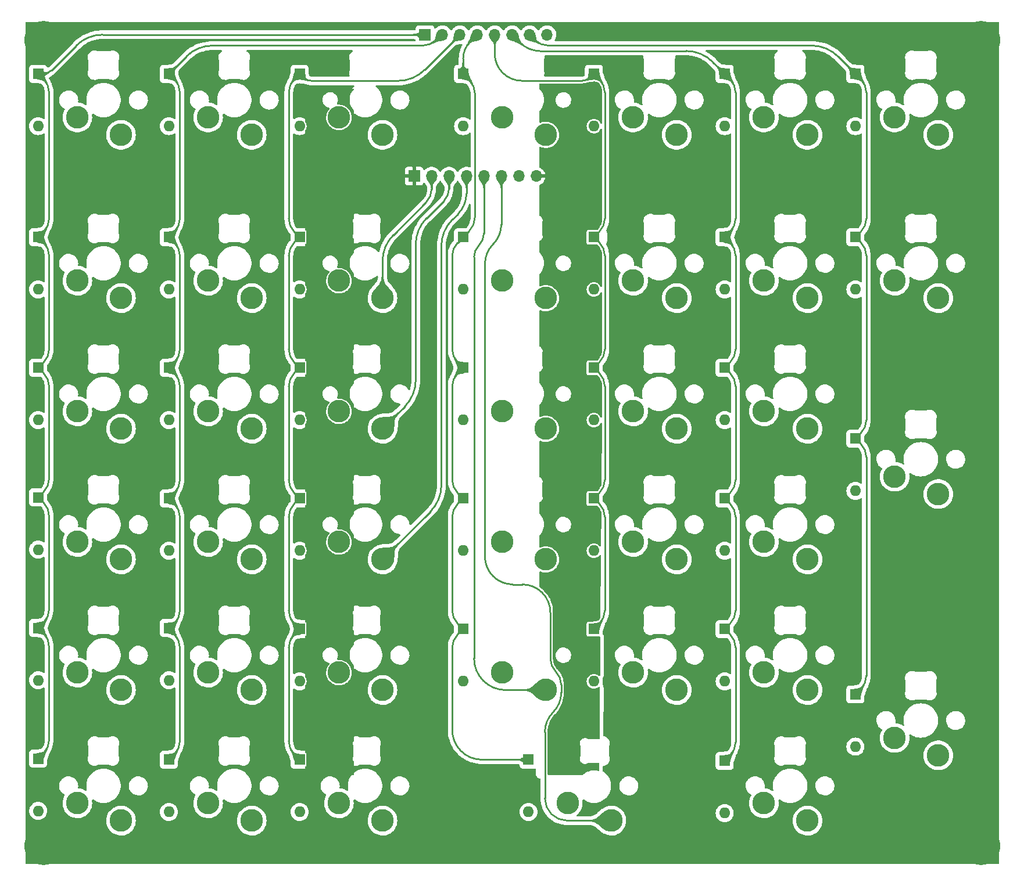
<source format=gbr>
%TF.GenerationSoftware,KiCad,Pcbnew,(6.0.9)*%
%TF.CreationDate,2022-12-06T20:12:41+01:00*%
%TF.ProjectId,tekskey-rounded-num,74656b73-6b65-4792-9d72-6f756e646564,rev?*%
%TF.SameCoordinates,Original*%
%TF.FileFunction,Copper,L2,Bot*%
%TF.FilePolarity,Positive*%
%FSLAX46Y46*%
G04 Gerber Fmt 4.6, Leading zero omitted, Abs format (unit mm)*
G04 Created by KiCad (PCBNEW (6.0.9)) date 2022-12-06 20:12:41*
%MOMM*%
%LPD*%
G01*
G04 APERTURE LIST*
%TA.AperFunction,ComponentPad*%
%ADD10C,3.300000*%
%TD*%
%TA.AperFunction,ComponentPad*%
%ADD11R,1.600000X1.600000*%
%TD*%
%TA.AperFunction,ComponentPad*%
%ADD12O,1.600000X1.600000*%
%TD*%
%TA.AperFunction,ComponentPad*%
%ADD13C,5.600000*%
%TD*%
%TA.AperFunction,ComponentPad*%
%ADD14R,1.700000X1.700000*%
%TD*%
%TA.AperFunction,ComponentPad*%
%ADD15O,1.700000X1.700000*%
%TD*%
%TA.AperFunction,ViaPad*%
%ADD16C,0.800000*%
%TD*%
%TA.AperFunction,Conductor*%
%ADD17C,0.250000*%
%TD*%
G04 APERTURE END LIST*
D10*
%TO.P,SW214,1,1*%
%TO.N,Net-(D214-Pad2)*%
X175293750Y-76950000D03*
%TO.P,SW214,2,2*%
%TO.N,nrow1*%
X181643750Y-79490000D03*
%TD*%
D11*
%TO.P,D211,1,K*%
%TO.N,ncol3*%
X112428750Y-70600000D03*
D12*
%TO.P,D211,2,A*%
%TO.N,Net-(D211-Pad2)*%
X112428750Y-78220000D03*
%TD*%
D11*
%TO.P,D229,1,K*%
%TO.N,ncol0*%
X50516250Y-127591250D03*
D12*
%TO.P,D229,2,A*%
%TO.N,Net-(D229-Pad2)*%
X50516250Y-135211250D03*
%TD*%
D10*
%TO.P,SW223,1,1*%
%TO.N,Net-(D223-Pad2)*%
X75281250Y-115050000D03*
%TO.P,SW223,2,2*%
%TO.N,nrow3*%
X81631250Y-117590000D03*
%TD*%
D11*
%TO.P,D209,1,K*%
%TO.N,ncol1*%
X69566250Y-70600000D03*
D12*
%TO.P,D209,2,A*%
%TO.N,Net-(D209-Pad2)*%
X69566250Y-78220000D03*
%TD*%
D11*
%TO.P,D226,1,K*%
%TO.N,ncol4*%
X131478750Y-108700000D03*
D12*
%TO.P,D226,2,A*%
%TO.N,Net-(D226-Pad2)*%
X131478750Y-116320000D03*
%TD*%
D10*
%TO.P,SW209,1,1*%
%TO.N,Net-(D209-Pad2)*%
X75281250Y-76950000D03*
%TO.P,SW209,2,2*%
%TO.N,nrow1*%
X81631250Y-79490000D03*
%TD*%
%TO.P,SW202,1,1*%
%TO.N,Net-(D202-Pad2)*%
X75281250Y-53137500D03*
%TO.P,SW202,2,2*%
%TO.N,nrow0*%
X81631250Y-55677500D03*
%TD*%
%TO.P,SW232,1,1*%
%TO.N,Net-(D232-Pad2)*%
X118143750Y-134100000D03*
%TO.P,SW232,2,2*%
%TO.N,nrow4*%
X124493750Y-136640000D03*
%TD*%
D11*
%TO.P,D217,1,K*%
%TO.N,ncol2*%
X88616250Y-89650000D03*
D12*
%TO.P,D217,2,A*%
%TO.N,Net-(D217-Pad2)*%
X88616250Y-97270000D03*
%TD*%
D10*
%TO.P,SW218,1,1*%
%TO.N,Net-(D218-Pad2)*%
X118143750Y-96000000D03*
%TO.P,SW218,2,2*%
%TO.N,nrow2*%
X124493750Y-98540000D03*
%TD*%
D11*
%TO.P,D235,1,K*%
%TO.N,ncol6*%
X169578750Y-137275000D03*
D12*
%TO.P,D235,2,A*%
%TO.N,Net-(D235-Pad2)*%
X169578750Y-144895000D03*
%TD*%
D11*
%TO.P,D232,1,K*%
%TO.N,ncol3*%
X112428750Y-127750000D03*
D12*
%TO.P,D232,2,A*%
%TO.N,Net-(D232-Pad2)*%
X112428750Y-135370000D03*
%TD*%
D11*
%TO.P,D234,1,K*%
%TO.N,ncol5*%
X150528750Y-127750000D03*
D12*
%TO.P,D234,2,A*%
%TO.N,Net-(D234-Pad2)*%
X150528750Y-135370000D03*
%TD*%
D11*
%TO.P,D221,1,K*%
%TO.N,ncol6*%
X169578750Y-99968750D03*
D12*
%TO.P,D221,2,A*%
%TO.N,Net-(D221-Pad2)*%
X169578750Y-107588750D03*
%TD*%
D10*
%TO.P,SW215,1,1*%
%TO.N,Net-(D215-Pad2)*%
X56231250Y-96000000D03*
%TO.P,SW215,2,2*%
%TO.N,nrow2*%
X62581250Y-98540000D03*
%TD*%
D11*
%TO.P,D208,1,K*%
%TO.N,ncol0*%
X50516250Y-70600000D03*
D12*
%TO.P,D208,2,A*%
%TO.N,Net-(D208-Pad2)*%
X50516250Y-78220000D03*
%TD*%
D10*
%TO.P,SW210,1,1*%
%TO.N,Net-(D210-Pad2)*%
X94331250Y-76950000D03*
%TO.P,SW210,2,2*%
%TO.N,nrow1*%
X100681250Y-79490000D03*
%TD*%
%TO.P,SW205,1,1*%
%TO.N,Net-(D205-Pad2)*%
X137193750Y-53137500D03*
%TO.P,SW205,2,2*%
%TO.N,nrow0*%
X143543750Y-55677500D03*
%TD*%
D11*
%TO.P,D231,1,K*%
%TO.N,ncol2*%
X88616250Y-127750000D03*
D12*
%TO.P,D231,2,A*%
%TO.N,Net-(D231-Pad2)*%
X88616250Y-135370000D03*
%TD*%
D10*
%TO.P,SW216,1,1*%
%TO.N,Net-(D216-Pad2)*%
X75281250Y-96000000D03*
%TO.P,SW216,2,2*%
%TO.N,nrow2*%
X81631250Y-98540000D03*
%TD*%
D11*
%TO.P,D237,1,K*%
%TO.N,ncol1*%
X69566250Y-146800000D03*
D12*
%TO.P,D237,2,A*%
%TO.N,Net-(D237-Pad2)*%
X69566250Y-154420000D03*
%TD*%
D13*
%TO.P,J203,1,Pin_1*%
%TO.N,GND1*%
X187835000Y-41866250D03*
%TD*%
D10*
%TO.P,SW231,1,1*%
%TO.N,Net-(D231-Pad2)*%
X94331250Y-134100000D03*
%TO.P,SW231,2,2*%
%TO.N,nrow4*%
X100681250Y-136640000D03*
%TD*%
%TO.P,SW211,1,1*%
%TO.N,Net-(D211-Pad2)*%
X118143750Y-76950000D03*
%TO.P,SW211,2,2*%
%TO.N,nrow1*%
X124493750Y-79490000D03*
%TD*%
D11*
%TO.P,D218,1,K*%
%TO.N,ncol3*%
X112428750Y-89650000D03*
D12*
%TO.P,D218,2,A*%
%TO.N,Net-(D218-Pad2)*%
X112428750Y-97270000D03*
%TD*%
D10*
%TO.P,SW206,1,1*%
%TO.N,Net-(D206-Pad2)*%
X156243750Y-53137500D03*
%TO.P,SW206,2,2*%
%TO.N,nrow0*%
X162593750Y-55677500D03*
%TD*%
%TO.P,SW221,1,1*%
%TO.N,Net-(D221-Pad2)*%
X175293750Y-105525000D03*
%TO.P,SW221,2,2*%
%TO.N,nrow3*%
X181643750Y-108065000D03*
%TD*%
%TO.P,SW233,1,1*%
%TO.N,Net-(D233-Pad2)*%
X137193750Y-134100000D03*
%TO.P,SW233,2,2*%
%TO.N,nrow4*%
X143543750Y-136640000D03*
%TD*%
%TO.P,SW239,1,1*%
%TO.N,Net-(D239-Pad2)*%
X127668750Y-153150000D03*
%TO.P,SW239,2,2*%
%TO.N,nrow5*%
X134018750Y-155690000D03*
%TD*%
%TO.P,SW230,1,1*%
%TO.N,Net-(D230-Pad2)*%
X75281250Y-134100000D03*
%TO.P,SW230,2,2*%
%TO.N,nrow4*%
X81631250Y-136640000D03*
%TD*%
D14*
%TO.P,J202,1,Pin_1*%
%TO.N,ncol0*%
X106872500Y-41072500D03*
D15*
%TO.P,J202,2,Pin_2*%
%TO.N,ncol1*%
X109412500Y-41072500D03*
%TO.P,J202,3,Pin_3*%
%TO.N,ncol2*%
X111952500Y-41072500D03*
%TO.P,J202,4,Pin_4*%
%TO.N,ncol3*%
X114492500Y-41072500D03*
%TO.P,J202,5,Pin_5*%
%TO.N,ncol4*%
X117032500Y-41072500D03*
%TO.P,J202,6,Pin_6*%
%TO.N,ncol5*%
X119572500Y-41072500D03*
%TO.P,J202,7,Pin_7*%
%TO.N,ncol6*%
X122112500Y-41072500D03*
%TO.P,J202,8,Pin_8*%
%TO.N,nLEDIN*%
X124652500Y-41072500D03*
%TD*%
D13*
%TO.P,J205,1,Pin_1*%
%TO.N,GND1*%
X51310000Y-41866250D03*
%TD*%
D11*
%TO.P,D225,1,K*%
%TO.N,ncol3*%
X112428750Y-108700000D03*
D12*
%TO.P,D225,2,A*%
%TO.N,Net-(D225-Pad2)*%
X112428750Y-116320000D03*
%TD*%
D11*
%TO.P,D210,1,K*%
%TO.N,ncol2*%
X88616250Y-70600000D03*
D12*
%TO.P,D210,2,A*%
%TO.N,Net-(D210-Pad2)*%
X88616250Y-78220000D03*
%TD*%
D11*
%TO.P,D236,1,K*%
%TO.N,ncol0*%
X50516250Y-146641250D03*
D12*
%TO.P,D236,2,A*%
%TO.N,Net-(D236-Pad2)*%
X50516250Y-154261250D03*
%TD*%
D11*
%TO.P,D215,1,K*%
%TO.N,ncol0*%
X50516250Y-89650000D03*
D12*
%TO.P,D215,2,A*%
%TO.N,Net-(D215-Pad2)*%
X50516250Y-97270000D03*
%TD*%
D11*
%TO.P,D241,1,K*%
%TO.N,ncol5*%
X150528750Y-146958750D03*
D12*
%TO.P,D241,2,A*%
%TO.N,Net-(D241-Pad2)*%
X150528750Y-154578750D03*
%TD*%
D10*
%TO.P,SW207,1,1*%
%TO.N,Net-(D207-Pad2)*%
X175293750Y-53137500D03*
%TO.P,SW207,2,2*%
%TO.N,nrow0*%
X181643750Y-55677500D03*
%TD*%
D11*
%TO.P,D202,1,K*%
%TO.N,ncol1*%
X69566250Y-46787500D03*
D12*
%TO.P,D202,2,A*%
%TO.N,Net-(D202-Pad2)*%
X69566250Y-54407500D03*
%TD*%
D11*
%TO.P,D201,1,K*%
%TO.N,ncol0*%
X50516250Y-46787500D03*
D12*
%TO.P,D201,2,A*%
%TO.N,Net-(D201-Pad2)*%
X50516250Y-54407500D03*
%TD*%
D11*
%TO.P,D223,1,K*%
%TO.N,ncol1*%
X69566250Y-108700000D03*
D12*
%TO.P,D223,2,A*%
%TO.N,Net-(D223-Pad2)*%
X69566250Y-116320000D03*
%TD*%
D11*
%TO.P,D212,1,K*%
%TO.N,ncol4*%
X131478750Y-70600000D03*
D12*
%TO.P,D212,2,A*%
%TO.N,Net-(D212-Pad2)*%
X131478750Y-78220000D03*
%TD*%
D10*
%TO.P,SW204,1,1*%
%TO.N,Net-(D204-Pad2)*%
X118143750Y-53137500D03*
%TO.P,SW204,2,2*%
%TO.N,nrow0*%
X124493750Y-55677500D03*
%TD*%
D11*
%TO.P,D222,1,K*%
%TO.N,ncol0*%
X50516250Y-108541250D03*
D12*
%TO.P,D222,2,A*%
%TO.N,Net-(D222-Pad2)*%
X50516250Y-116161250D03*
%TD*%
D10*
%TO.P,SW237,1,1*%
%TO.N,Net-(D237-Pad2)*%
X75281250Y-153150000D03*
%TO.P,SW237,2,2*%
%TO.N,nrow5*%
X81631250Y-155690000D03*
%TD*%
%TO.P,SW227,1,1*%
%TO.N,Net-(D227-Pad2)*%
X156243750Y-115050000D03*
%TO.P,SW227,2,2*%
%TO.N,nrow3*%
X162593750Y-117590000D03*
%TD*%
D11*
%TO.P,D216,1,K*%
%TO.N,ncol1*%
X69566250Y-89650000D03*
D12*
%TO.P,D216,2,A*%
%TO.N,Net-(D216-Pad2)*%
X69566250Y-97270000D03*
%TD*%
D11*
%TO.P,D203,1,K*%
%TO.N,ncol2*%
X88616250Y-46787500D03*
D12*
%TO.P,D203,2,A*%
%TO.N,Net-(D203-Pad2)*%
X88616250Y-54407500D03*
%TD*%
D10*
%TO.P,SW241,1,1*%
%TO.N,Net-(D241-Pad2)*%
X156243750Y-153150000D03*
%TO.P,SW241,2,2*%
%TO.N,nrow5*%
X162593750Y-155690000D03*
%TD*%
D11*
%TO.P,D239,1,K*%
%TO.N,ncol3*%
X121953750Y-146800000D03*
D12*
%TO.P,D239,2,A*%
%TO.N,Net-(D239-Pad2)*%
X121953750Y-154420000D03*
%TD*%
D10*
%TO.P,SW213,1,1*%
%TO.N,Net-(D213-Pad2)*%
X156243750Y-76950000D03*
%TO.P,SW213,2,2*%
%TO.N,nrow1*%
X162593750Y-79490000D03*
%TD*%
%TO.P,SW201,1,1*%
%TO.N,Net-(D201-Pad2)*%
X56231250Y-53137500D03*
%TO.P,SW201,2,2*%
%TO.N,nrow0*%
X62581250Y-55677500D03*
%TD*%
%TO.P,SW203,1,1*%
%TO.N,Net-(D203-Pad2)*%
X94331250Y-53137500D03*
%TO.P,SW203,2,2*%
%TO.N,nrow0*%
X100681250Y-55677500D03*
%TD*%
D14*
%TO.P,J201,1,Pin_1*%
%TO.N,GND1*%
X105285000Y-61710000D03*
D15*
%TO.P,J201,2,Pin_2*%
%TO.N,nrow1*%
X107825000Y-61710000D03*
%TO.P,J201,3,Pin_3*%
%TO.N,nrow2*%
X110365000Y-61710000D03*
%TO.P,J201,4,Pin_4*%
%TO.N,nrow3*%
X112905000Y-61710000D03*
%TO.P,J201,5,Pin_5*%
%TO.N,nrow4*%
X115445000Y-61710000D03*
%TO.P,J201,6,Pin_6*%
%TO.N,nrow5*%
X117985000Y-61710000D03*
%TO.P,J201,7,Pin_7*%
%TO.N,nrow0*%
X120525000Y-61710000D03*
%TO.P,J201,8,Pin_8*%
%TO.N,+5VA*%
X123065000Y-61710000D03*
%TD*%
D11*
%TO.P,D214,1,K*%
%TO.N,ncol6*%
X169578750Y-70600000D03*
D12*
%TO.P,D214,2,A*%
%TO.N,Net-(D214-Pad2)*%
X169578750Y-78220000D03*
%TD*%
D13*
%TO.P,J204,1,Pin_1*%
%TO.N,GND1*%
X187835000Y-159341250D03*
%TD*%
D11*
%TO.P,D233,1,K*%
%TO.N,ncol4*%
X131478750Y-127750000D03*
D12*
%TO.P,D233,2,A*%
%TO.N,Net-(D233-Pad2)*%
X131478750Y-135370000D03*
%TD*%
D10*
%TO.P,SW217,1,1*%
%TO.N,Net-(D217-Pad2)*%
X94331250Y-96000000D03*
%TO.P,SW217,2,2*%
%TO.N,nrow2*%
X100681250Y-98540000D03*
%TD*%
D11*
%TO.P,D230,1,K*%
%TO.N,ncol1*%
X69566250Y-127591250D03*
D12*
%TO.P,D230,2,A*%
%TO.N,Net-(D230-Pad2)*%
X69566250Y-135211250D03*
%TD*%
D11*
%TO.P,D219,1,K*%
%TO.N,ncol4*%
X131478750Y-89650000D03*
D12*
%TO.P,D219,2,A*%
%TO.N,Net-(D219-Pad2)*%
X131478750Y-97270000D03*
%TD*%
D10*
%TO.P,SW224,1,1*%
%TO.N,Net-(D224-Pad2)*%
X94331250Y-115050000D03*
%TO.P,SW224,2,2*%
%TO.N,nrow3*%
X100681250Y-117590000D03*
%TD*%
D11*
%TO.P,D238,1,K*%
%TO.N,ncol2*%
X88616250Y-146800000D03*
D12*
%TO.P,D238,2,A*%
%TO.N,Net-(D238-Pad2)*%
X88616250Y-154420000D03*
%TD*%
D10*
%TO.P,SW236,1,1*%
%TO.N,Net-(D236-Pad2)*%
X56231250Y-153150000D03*
%TO.P,SW236,2,2*%
%TO.N,nrow5*%
X62581250Y-155690000D03*
%TD*%
%TO.P,SW238,1,1*%
%TO.N,Net-(D238-Pad2)*%
X94331250Y-153150000D03*
%TO.P,SW238,2,2*%
%TO.N,nrow5*%
X100681250Y-155690000D03*
%TD*%
D13*
%TO.P,J206,1,Pin_1*%
%TO.N,GND1*%
X51310000Y-159341250D03*
%TD*%
D11*
%TO.P,D204,1,K*%
%TO.N,ncol3*%
X112428750Y-46787500D03*
D12*
%TO.P,D204,2,A*%
%TO.N,Net-(D204-Pad2)*%
X112428750Y-54407500D03*
%TD*%
D10*
%TO.P,SW225,1,1*%
%TO.N,Net-(D225-Pad2)*%
X118143750Y-115050000D03*
%TO.P,SW225,2,2*%
%TO.N,nrow3*%
X124493750Y-117590000D03*
%TD*%
D11*
%TO.P,D207,1,K*%
%TO.N,ncol6*%
X169578750Y-46787500D03*
D12*
%TO.P,D207,2,A*%
%TO.N,Net-(D207-Pad2)*%
X169578750Y-54407500D03*
%TD*%
D11*
%TO.P,D220,1,K*%
%TO.N,ncol5*%
X150528750Y-89650000D03*
D12*
%TO.P,D220,2,A*%
%TO.N,Net-(D220-Pad2)*%
X150528750Y-97270000D03*
%TD*%
D11*
%TO.P,D206,1,K*%
%TO.N,ncol5*%
X150528750Y-46787500D03*
D12*
%TO.P,D206,2,A*%
%TO.N,Net-(D206-Pad2)*%
X150528750Y-54407500D03*
%TD*%
D10*
%TO.P,SW222,1,1*%
%TO.N,Net-(D222-Pad2)*%
X56231250Y-115050000D03*
%TO.P,SW222,2,2*%
%TO.N,nrow3*%
X62581250Y-117590000D03*
%TD*%
%TO.P,SW220,1,1*%
%TO.N,Net-(D220-Pad2)*%
X156243750Y-96000000D03*
%TO.P,SW220,2,2*%
%TO.N,nrow2*%
X162593750Y-98540000D03*
%TD*%
%TO.P,SW229,1,1*%
%TO.N,Net-(D229-Pad2)*%
X56231250Y-134100000D03*
%TO.P,SW229,2,2*%
%TO.N,nrow4*%
X62581250Y-136640000D03*
%TD*%
D11*
%TO.P,D205,1,K*%
%TO.N,ncol4*%
X131478750Y-46787500D03*
D12*
%TO.P,D205,2,A*%
%TO.N,Net-(D205-Pad2)*%
X131478750Y-54407500D03*
%TD*%
D11*
%TO.P,D224,1,K*%
%TO.N,ncol2*%
X88616250Y-108700000D03*
D12*
%TO.P,D224,2,A*%
%TO.N,Net-(D224-Pad2)*%
X88616250Y-116320000D03*
%TD*%
D10*
%TO.P,SW235,1,1*%
%TO.N,Net-(D235-Pad2)*%
X175293750Y-143625000D03*
%TO.P,SW235,2,2*%
%TO.N,nrow5*%
X181643750Y-146165000D03*
%TD*%
%TO.P,SW212,1,1*%
%TO.N,Net-(D212-Pad2)*%
X137193750Y-76950000D03*
%TO.P,SW212,2,2*%
%TO.N,nrow1*%
X143543750Y-79490000D03*
%TD*%
%TO.P,SW208,1,1*%
%TO.N,Net-(D208-Pad2)*%
X56231250Y-76950000D03*
%TO.P,SW208,2,2*%
%TO.N,nrow1*%
X62581250Y-79490000D03*
%TD*%
D11*
%TO.P,D213,1,K*%
%TO.N,ncol5*%
X150528750Y-70600000D03*
D12*
%TO.P,D213,2,A*%
%TO.N,Net-(D213-Pad2)*%
X150528750Y-78220000D03*
%TD*%
D10*
%TO.P,SW226,1,1*%
%TO.N,Net-(D226-Pad2)*%
X137193750Y-115050000D03*
%TO.P,SW226,2,2*%
%TO.N,nrow3*%
X143543750Y-117590000D03*
%TD*%
D11*
%TO.P,D227,1,K*%
%TO.N,ncol5*%
X150528750Y-108700000D03*
D12*
%TO.P,D227,2,A*%
%TO.N,Net-(D227-Pad2)*%
X150528750Y-116320000D03*
%TD*%
D10*
%TO.P,SW219,1,1*%
%TO.N,Net-(D219-Pad2)*%
X137193750Y-96000000D03*
%TO.P,SW219,2,2*%
%TO.N,nrow2*%
X143543750Y-98540000D03*
%TD*%
%TO.P,SW234,1,1*%
%TO.N,Net-(D234-Pad2)*%
X156243750Y-134100000D03*
%TO.P,SW234,2,2*%
%TO.N,nrow4*%
X162593750Y-136640000D03*
%TD*%
D16*
%TO.N,GND1*%
X92585000Y-109335000D03*
X92585000Y-121241250D03*
X92585000Y-84728750D03*
X92585000Y-147435000D03*
X92585000Y-71235000D03*
%TO.N,+5VA*%
X128303750Y-141085000D03*
X127510000Y-102985000D03*
X129891250Y-50597500D03*
X129891250Y-131560000D03*
X129891250Y-92666250D03*
X127510000Y-62503750D03*
%TD*%
D17*
%TO.N,ncol0*%
X52103750Y-105831218D02*
X52103750Y-92360033D01*
X52103750Y-124881218D02*
X52103750Y-111251283D01*
X51310000Y-145847500D02*
X50516250Y-146641250D01*
X51310000Y-69806250D02*
X50516250Y-70600000D01*
X52103750Y-67889968D02*
X52103750Y-49497533D01*
X52103750Y-130301283D02*
X52103750Y-143931218D01*
X52103750Y-86939968D02*
X52103750Y-73310033D01*
X51310000Y-71393750D02*
X50516250Y-70600000D01*
X51310000Y-126797500D02*
X50516250Y-127591250D01*
X51310000Y-47581250D02*
X50516250Y-46787500D01*
X51310000Y-128385000D02*
X50516250Y-127591250D01*
X59913963Y-41072500D02*
X106872500Y-41072500D01*
X52450139Y-46282361D02*
X56066207Y-42666293D01*
X51230625Y-46787500D02*
X50516250Y-46787500D01*
X52103722Y-73310033D02*
G75*
G03*
X51310000Y-71393750I-2710022J33D01*
G01*
X51309995Y-145847495D02*
G75*
G03*
X52103750Y-143931218I-1916295J1916295D01*
G01*
X52103722Y-49497533D02*
G75*
G03*
X51310000Y-47581250I-2710022J33D01*
G01*
X51309995Y-107747495D02*
G75*
G03*
X52103750Y-105831218I-1916295J1916295D01*
G01*
X51309995Y-126797495D02*
G75*
G03*
X52103750Y-124881218I-1916295J1916295D01*
G01*
X52103722Y-92360033D02*
G75*
G03*
X51310000Y-90443750I-2710022J33D01*
G01*
X51310020Y-69806270D02*
G75*
G03*
X52103750Y-67889968I-1916320J1916270D01*
G01*
X52103757Y-130301283D02*
G75*
G03*
X51310000Y-128385000I-2710057J-17D01*
G01*
X51310000Y-90443750D02*
G75*
G02*
X51310000Y-88856250I793700J793750D01*
G01*
X52103757Y-111251283D02*
G75*
G03*
X51310000Y-109335000I-2710057J-17D01*
G01*
X51230625Y-46787504D02*
G75*
G03*
X52450139Y-46282361I-25J1724704D01*
G01*
X51310020Y-88856270D02*
G75*
G03*
X52103750Y-86939968I-1916320J1916270D01*
G01*
X56066215Y-42666301D02*
G75*
G02*
X59913963Y-41072500I3847785J-3847799D01*
G01*
X51310000Y-109335000D02*
G75*
G02*
X51310000Y-107747500I793750J793750D01*
G01*
%TO.N,ncol1*%
X70360000Y-109493750D02*
X69566250Y-108700000D01*
X70360000Y-90443750D02*
X69566250Y-89650000D01*
X70360000Y-126956250D02*
X69566250Y-127750000D01*
X71153750Y-73310033D02*
X71153750Y-86939968D01*
X70360000Y-128543750D02*
X69566250Y-127750000D01*
X70360000Y-146006250D02*
X69566250Y-146800000D01*
X108460000Y-41866250D02*
X109253750Y-41072500D01*
X70360000Y-47581250D02*
X69566250Y-46787500D01*
X75947713Y-42660000D02*
X106543717Y-42660000D01*
X70360000Y-107906250D02*
X69566250Y-108700000D01*
X70360000Y-88856250D02*
X69566250Y-89650000D01*
X70360000Y-69806250D02*
X69566250Y-70600000D01*
X72099957Y-44253793D02*
X69566250Y-46787500D01*
X71153750Y-105989968D02*
X71153750Y-92360033D01*
X71153750Y-111410033D02*
X71153750Y-125039968D01*
X71153750Y-67889968D02*
X71153750Y-49497533D01*
X71153750Y-144089968D02*
X71153750Y-130460033D01*
X70360000Y-71393750D02*
X69566250Y-70600000D01*
X70360020Y-146006270D02*
G75*
G03*
X71153750Y-144089968I-1916320J1916270D01*
G01*
X71153722Y-130460033D02*
G75*
G03*
X70360000Y-128543750I-2710022J33D01*
G01*
X71153722Y-73310033D02*
G75*
G03*
X70360000Y-71393750I-2710022J33D01*
G01*
X72099940Y-44253776D02*
G75*
G02*
X75947713Y-42660000I3847760J-3847824D01*
G01*
X106543717Y-42660022D02*
G75*
G03*
X108460000Y-41866250I-17J2710022D01*
G01*
X70360020Y-88856270D02*
G75*
G03*
X71153750Y-86939968I-1916320J1916270D01*
G01*
X70360020Y-107906270D02*
G75*
G03*
X71153750Y-105989968I-1916320J1916270D01*
G01*
X71153722Y-49497533D02*
G75*
G03*
X70360000Y-47581250I-2710022J33D01*
G01*
X71153722Y-111410033D02*
G75*
G03*
X70360000Y-109493750I-2710022J33D01*
G01*
X71153722Y-92360033D02*
G75*
G03*
X70360000Y-90443750I-2710022J33D01*
G01*
X70360020Y-126956270D02*
G75*
G03*
X71153750Y-125039968I-1916320J1916270D01*
G01*
X70360020Y-69806270D02*
G75*
G03*
X71153750Y-67889968I-1916320J1916270D01*
G01*
%TO.N,ncol2*%
X87028750Y-144089968D02*
X87028750Y-130460033D01*
X87822500Y-47581250D02*
X88616250Y-46787500D01*
X90353509Y-47805163D02*
X102965873Y-47805163D01*
X87822500Y-146006250D02*
X88616250Y-146800000D01*
X87028750Y-125039968D02*
X87028750Y-111410033D01*
X87028750Y-49497533D02*
X87028750Y-67889968D01*
X87028750Y-86939968D02*
X87028750Y-73310033D01*
X106813629Y-46211371D02*
X111952500Y-41072500D01*
X87028750Y-92360033D02*
X87028750Y-105989968D01*
X87822500Y-126956250D02*
X88616250Y-127750000D01*
X89125081Y-47296332D02*
X88616250Y-46787500D01*
X87822500Y-128543750D02*
X88616250Y-127750000D01*
X87822500Y-109493750D02*
G75*
G03*
X87822500Y-107906250I-793800J793750D01*
G01*
X90353509Y-47805156D02*
G75*
G02*
X89125081Y-47296332I-9J1737256D01*
G01*
X87028778Y-92360033D02*
G75*
G02*
X87822500Y-90443750I2710022J33D01*
G01*
X87822480Y-88856270D02*
G75*
G02*
X87028750Y-86939968I1916320J1916270D01*
G01*
X87028778Y-111410033D02*
G75*
G02*
X87822500Y-109493750I2710022J33D01*
G01*
X87028778Y-73310033D02*
G75*
G02*
X87822500Y-71393750I2710022J33D01*
G01*
X87822500Y-71393750D02*
G75*
G03*
X87822500Y-69806250I-793800J793750D01*
G01*
X87822480Y-69806270D02*
G75*
G02*
X87028750Y-67889968I1916320J1916270D01*
G01*
X102965873Y-47805140D02*
G75*
G03*
X106813629Y-46211371I27J5441540D01*
G01*
X87028778Y-130460033D02*
G75*
G02*
X87822500Y-128543750I2710022J33D01*
G01*
X87822480Y-146006270D02*
G75*
G02*
X87028750Y-144089968I1916320J1916270D01*
G01*
X87028778Y-49497533D02*
G75*
G02*
X87822500Y-47581250I2710022J33D01*
G01*
X87822480Y-107906270D02*
G75*
G02*
X87028750Y-105989968I1916320J1916270D01*
G01*
X87822480Y-126956270D02*
G75*
G02*
X87028750Y-125039968I1916320J1916270D01*
G01*
X87822500Y-90443750D02*
G75*
G03*
X87822500Y-88856250I-793800J793750D01*
G01*
%TO.N,ncol3*%
X113222500Y-69806250D02*
X113294149Y-69734601D01*
X110841250Y-86939968D02*
X110841250Y-73310033D01*
X114159548Y-67645343D02*
X114159548Y-49742158D01*
X112428750Y-46787500D02*
X112428750Y-44595542D01*
X111635000Y-90443750D02*
X112428750Y-89650000D01*
X111635000Y-88856250D02*
X112428750Y-89650000D01*
X110841250Y-130460033D02*
X110841250Y-142463949D01*
X115177301Y-146800000D02*
X121953750Y-146800000D01*
X110841250Y-105989968D02*
X110841250Y-92360033D01*
X112428750Y-46787500D02*
X113294149Y-47652899D01*
X110841250Y-111410033D02*
X110841250Y-125039968D01*
X113222500Y-69806250D02*
X111635000Y-71393750D01*
X113460625Y-42104375D02*
X114492500Y-41072500D01*
X110841278Y-130460033D02*
G75*
G02*
X111635000Y-128543750I2710022J33D01*
G01*
X111635000Y-128543750D02*
G75*
G03*
X111635000Y-126956250I-793800J793750D01*
G01*
X111634980Y-107906270D02*
G75*
G02*
X110841250Y-105989968I1916320J1916270D01*
G01*
X115177301Y-146800014D02*
G75*
G02*
X112111250Y-145530000I-1J4336014D01*
G01*
X114159581Y-49742158D02*
G75*
G03*
X113294149Y-47652899I-2954681J-42D01*
G01*
X112111225Y-145530025D02*
G75*
G02*
X110841250Y-142463949I3066075J3066025D01*
G01*
X110841278Y-111410033D02*
G75*
G02*
X111635000Y-109493750I2710022J33D01*
G01*
X111635000Y-109493750D02*
G75*
G03*
X111635000Y-107906250I-793800J793750D01*
G01*
X111634980Y-88856270D02*
G75*
G02*
X110841250Y-86939968I1916320J1916270D01*
G01*
X112428782Y-44595542D02*
G75*
G02*
X113460625Y-42104375I3523018J42D01*
G01*
X110841278Y-92360033D02*
G75*
G02*
X111635000Y-90443750I2710022J33D01*
G01*
X113294126Y-69734578D02*
G75*
G03*
X114159548Y-67645343I-2089226J2089278D01*
G01*
X111634980Y-126956270D02*
G75*
G02*
X110841250Y-125039968I1916320J1916270D01*
G01*
X110841278Y-73310033D02*
G75*
G02*
X111635000Y-71393750I2710022J33D01*
G01*
%TO.N,ncol4*%
X132272500Y-47581250D02*
X131478750Y-46787500D01*
X133066250Y-67889968D02*
X133066250Y-49497533D01*
X133066250Y-105989968D02*
X133066250Y-92360033D01*
X130975964Y-47290286D02*
X131478750Y-46787500D01*
X133066250Y-125039968D02*
X133066250Y-111410033D01*
X129762131Y-47793072D02*
X120976384Y-47793072D01*
X117032500Y-43849188D02*
X117032500Y-41072500D01*
X132272500Y-126956250D02*
X131478750Y-127750000D01*
X133066250Y-73310033D02*
X133066250Y-86939968D01*
X132272500Y-90443750D02*
G75*
G02*
X132272500Y-88856250I793700J793750D01*
G01*
X118187628Y-46637944D02*
G75*
G02*
X117032500Y-43849188I2788772J2788744D01*
G01*
X133066222Y-111410033D02*
G75*
G03*
X132272500Y-109493750I-2710022J33D01*
G01*
X129762131Y-47793107D02*
G75*
G03*
X130975963Y-47290285I-31J1716607D01*
G01*
X132272500Y-109493750D02*
G75*
G02*
X132272500Y-107906250I793700J793750D01*
G01*
X132272500Y-71393750D02*
G75*
G02*
X132272500Y-69806250I793700J793750D01*
G01*
X133066222Y-49497533D02*
G75*
G03*
X132272500Y-47581250I-2710022J33D01*
G01*
X132272520Y-126956270D02*
G75*
G03*
X133066250Y-125039968I-1916320J1916270D01*
G01*
X133066222Y-73310033D02*
G75*
G03*
X132272500Y-71393750I-2710022J33D01*
G01*
X133066222Y-92360033D02*
G75*
G03*
X132272500Y-90443750I-2710022J33D01*
G01*
X120976384Y-47793086D02*
G75*
G02*
X118187637Y-46637935I16J3943886D01*
G01*
X132272520Y-69806270D02*
G75*
G03*
X133066250Y-67889968I-1916320J1916270D01*
G01*
X132272520Y-107906270D02*
G75*
G03*
X133066250Y-105989968I-1916320J1916270D01*
G01*
X132272520Y-88856270D02*
G75*
G03*
X133066250Y-86939968I-1916320J1916270D01*
G01*
%TO.N,ncol5*%
X152116250Y-92360033D02*
X152116250Y-105989968D01*
X151322500Y-47581250D02*
X150528750Y-46787500D01*
X152116250Y-86939968D02*
X152116250Y-73310033D01*
X152116250Y-49497533D02*
X152116250Y-67889968D01*
X144941036Y-43453750D02*
X123637548Y-43453750D01*
X148788792Y-45047543D02*
X150528750Y-46787500D01*
X151322500Y-69806250D02*
X150528750Y-70600000D01*
X152116250Y-130460033D02*
X152116250Y-144248718D01*
X151322500Y-146165000D02*
X150528750Y-146958750D01*
X152116250Y-125039968D02*
X152116250Y-111410033D01*
X151322500Y-71393750D02*
X150528750Y-70600000D01*
X120763125Y-42263125D02*
X119572500Y-41072500D01*
X151322520Y-88856270D02*
G75*
G03*
X152116250Y-86939968I-1916320J1916270D01*
G01*
X144941036Y-43453726D02*
G75*
G02*
X148788791Y-45047544I-36J-5441574D01*
G01*
X152116222Y-111410033D02*
G75*
G03*
X151322500Y-109493750I-2710022J33D01*
G01*
X123637548Y-43453715D02*
G75*
G02*
X120763125Y-42263125I-48J4065015D01*
G01*
X151322500Y-109493750D02*
G75*
G02*
X151322500Y-107906250I793700J793750D01*
G01*
X151322520Y-69806270D02*
G75*
G03*
X152116250Y-67889968I-1916320J1916270D01*
G01*
X151322520Y-107906270D02*
G75*
G03*
X152116250Y-105989968I-1916320J1916270D01*
G01*
X152116222Y-130460033D02*
G75*
G03*
X151322500Y-128543750I-2710022J33D01*
G01*
X151322500Y-128543750D02*
G75*
G02*
X151322500Y-126956250I793700J793750D01*
G01*
X152116222Y-49497533D02*
G75*
G03*
X151322500Y-47581250I-2710022J33D01*
G01*
X151322520Y-126956270D02*
G75*
G03*
X152116250Y-125039968I-1916320J1916270D01*
G01*
X152116222Y-73310033D02*
G75*
G03*
X151322500Y-71393750I-2710022J33D01*
G01*
X151322495Y-146164995D02*
G75*
G03*
X152116250Y-144248718I-1916295J1916295D01*
G01*
X152116222Y-92360033D02*
G75*
G03*
X151322500Y-90443750I-2710022J33D01*
G01*
X151322500Y-90443750D02*
G75*
G02*
X151322500Y-88856250I793700J793750D01*
G01*
%TO.N,ncol6*%
X170372500Y-47581250D02*
X169578750Y-46787500D01*
X122906250Y-41866250D02*
X122112500Y-41072500D01*
X171166250Y-102678783D02*
X171166250Y-134564968D01*
X167045042Y-44253793D02*
X169578750Y-46787500D01*
X171166250Y-97258718D02*
X171166250Y-73310033D01*
X171166250Y-49497533D02*
X171166250Y-67889968D01*
X163197286Y-42660000D02*
X124822532Y-42660000D01*
X170372500Y-136481250D02*
X169578750Y-137275000D01*
X171166222Y-73310033D02*
G75*
G03*
X170372500Y-71393750I-2710022J33D01*
G01*
X171166257Y-102678783D02*
G75*
G03*
X170372500Y-100762500I-2710057J-17D01*
G01*
X170372520Y-69806270D02*
G75*
G03*
X171166250Y-67889968I-1916320J1916270D01*
G01*
X163197286Y-42660026D02*
G75*
G02*
X167045041Y-44253794I14J-5441574D01*
G01*
X170372520Y-136481270D02*
G75*
G03*
X171166250Y-134564968I-1916320J1916270D01*
G01*
X171166222Y-49497533D02*
G75*
G03*
X170372500Y-47581250I-2710022J33D01*
G01*
X170372500Y-71393750D02*
G75*
G02*
X170372500Y-69806250I793700J793750D01*
G01*
X124822532Y-42659986D02*
G75*
G02*
X122906251Y-41866249I-32J2709986D01*
G01*
X170372450Y-100762550D02*
G75*
G02*
X170372500Y-99175000I793750J793750D01*
G01*
X170372495Y-99174995D02*
G75*
G03*
X171166250Y-97258718I-1916295J1916295D01*
G01*
%TO.N,nrow1*%
X107039227Y-65512023D02*
X102275042Y-70276208D01*
X100681250Y-74123964D02*
X100681250Y-79490000D01*
X107825000Y-63615000D02*
X107825000Y-62503750D01*
X107039228Y-65512024D02*
G75*
G03*
X107825000Y-63615000I-1897028J1897024D01*
G01*
X100681225Y-74123964D02*
G75*
G02*
X102275042Y-70276208I5441575J-36D01*
G01*
%TO.N,nrow2*%
X110365000Y-63535625D02*
X110365000Y-62503750D01*
X109635354Y-65297146D02*
X107116917Y-67815583D01*
X105523125Y-71663339D02*
X105523125Y-91444162D01*
X103929332Y-95291918D02*
X100681250Y-98540000D01*
X109635348Y-65297140D02*
G75*
G03*
X110365000Y-63535625I-1761548J1761540D01*
G01*
X105523160Y-71663339D02*
G75*
G02*
X107116917Y-67815583I5441540J39D01*
G01*
X103929346Y-95291932D02*
G75*
G03*
X105523125Y-91444162I-3847746J3847732D01*
G01*
%TO.N,nrow3*%
X110847542Y-68053708D02*
X111670214Y-67231036D01*
X109253750Y-71901464D02*
X109253750Y-106763537D01*
X112905000Y-64250000D02*
X112905000Y-62503750D01*
X107659957Y-110611293D02*
X100681250Y-117590000D01*
X109253725Y-71901464D02*
G75*
G02*
X110847542Y-68053708I5441575J-36D01*
G01*
X107659939Y-110611275D02*
G75*
G03*
X109253750Y-106763537I-3847739J3847775D01*
G01*
X111670210Y-67231032D02*
G75*
G03*
X112905000Y-64250000I-2981010J2981032D01*
G01*
%TO.N,nrow4*%
X115445000Y-70065972D02*
X115445000Y-62503750D01*
X118623304Y-136640000D02*
X124493750Y-136640000D01*
X114016250Y-132032946D02*
X114016250Y-73515279D01*
X115365649Y-135290601D02*
G75*
G02*
X114016250Y-132032946I3257651J3257701D01*
G01*
X118623304Y-136640012D02*
G75*
G02*
X115365626Y-135290624I-4J4607012D01*
G01*
X114016242Y-73515279D02*
G75*
G02*
X114730626Y-71790626I2439058J-21D01*
G01*
X114730633Y-71790633D02*
G75*
G03*
X115445000Y-70065972I-1724633J1724633D01*
G01*
%TO.N,nrow5*%
X126716250Y-135857533D02*
X126716250Y-137019952D01*
X121063701Y-121241250D02*
X119668798Y-121241250D01*
X117985000Y-68757452D02*
X117985000Y-62503750D01*
X125128750Y-132024968D02*
X125128750Y-125306299D01*
X127587038Y-155690000D02*
X134018750Y-155690000D01*
X124335000Y-152437962D02*
X124335000Y-142768799D01*
X115603750Y-74506299D02*
X115603750Y-117176202D01*
X126716222Y-135857533D02*
G75*
G03*
X125922500Y-133941250I-2710022J33D01*
G01*
X121063701Y-121241250D02*
G75*
G02*
X123938124Y-122431876I-1J-4065050D01*
G01*
X127587038Y-155689984D02*
G75*
G02*
X125287500Y-154737500I-38J3251984D01*
G01*
X116794360Y-71631860D02*
G75*
G03*
X117985000Y-68757452I-2874460J2874460D01*
G01*
X125128750Y-125306299D02*
G75*
G03*
X123938124Y-122431876I-4065050J-1D01*
G01*
X115603750Y-74506299D02*
G75*
G02*
X116794376Y-71631876I4065050J-1D01*
G01*
X125922480Y-133941270D02*
G75*
G02*
X125128750Y-132024968I1916320J1916270D01*
G01*
X125525599Y-139894349D02*
G75*
G03*
X126716250Y-137019952I-2874399J2874449D01*
G01*
X124334985Y-142768799D02*
G75*
G02*
X125525625Y-139894375I4065015J-1D01*
G01*
X116794376Y-120050624D02*
G75*
G02*
X115603750Y-117176202I2874424J2874424D01*
G01*
X125287489Y-154737511D02*
G75*
G02*
X124335000Y-152437962I2299511J2299511D01*
G01*
X119668798Y-121241250D02*
G75*
G02*
X116794376Y-120050624I2J4065050D01*
G01*
%TD*%
%TA.AperFunction,Conductor*%
%TO.N,GND1*%
G36*
X190443621Y-39219752D02*
G01*
X190490114Y-39273408D01*
X190501500Y-39325750D01*
X190501500Y-161881750D01*
X190481498Y-161949871D01*
X190427842Y-161996364D01*
X190375500Y-162007750D01*
X48769500Y-162007750D01*
X48701379Y-161987748D01*
X48654886Y-161934092D01*
X48643500Y-161881750D01*
X48643500Y-155667344D01*
X60417825Y-155667344D01*
X60434766Y-155961164D01*
X60435591Y-155965371D01*
X60435592Y-155965376D01*
X60460356Y-156091597D01*
X60491427Y-156249966D01*
X60492814Y-156254016D01*
X60492815Y-156254021D01*
X60565664Y-156466794D01*
X60586759Y-156528407D01*
X60718997Y-156791334D01*
X60721423Y-156794863D01*
X60721426Y-156794869D01*
X60761200Y-156852740D01*
X60885695Y-157033881D01*
X61083768Y-157251560D01*
X61087057Y-157254310D01*
X61306259Y-157437592D01*
X61306264Y-157437596D01*
X61309551Y-157440344D01*
X61375301Y-157481589D01*
X61555226Y-157594456D01*
X61555230Y-157594458D01*
X61558866Y-157596739D01*
X61631543Y-157629554D01*
X61823187Y-157716085D01*
X61823191Y-157716087D01*
X61827099Y-157717851D01*
X61831218Y-157719071D01*
X62105174Y-157800221D01*
X62105179Y-157800222D01*
X62109287Y-157801439D01*
X62113521Y-157802087D01*
X62113526Y-157802088D01*
X62395967Y-157845307D01*
X62395969Y-157845307D01*
X62400209Y-157845956D01*
X62550022Y-157848310D01*
X62690190Y-157850512D01*
X62690196Y-157850512D01*
X62694481Y-157850579D01*
X62986658Y-157815222D01*
X63271332Y-157740539D01*
X63543238Y-157627912D01*
X63797342Y-157479425D01*
X64028944Y-157297827D01*
X64076855Y-157248387D01*
X64230773Y-157089554D01*
X64233756Y-157086476D01*
X64407991Y-156849285D01*
X64548422Y-156590642D01*
X64620113Y-156400918D01*
X64650935Y-156319351D01*
X64650936Y-156319347D01*
X64652453Y-156315333D01*
X64703266Y-156093472D01*
X64717199Y-156032637D01*
X64717200Y-156032633D01*
X64718157Y-156028453D01*
X64723787Y-155965376D01*
X64744099Y-155737776D01*
X64744099Y-155737774D01*
X64744319Y-155735310D01*
X64744794Y-155690000D01*
X64743250Y-155667344D01*
X64725069Y-155400650D01*
X64725068Y-155400644D01*
X64724777Y-155396373D01*
X64665095Y-155108180D01*
X64566853Y-154830753D01*
X64431868Y-154569226D01*
X64418043Y-154549554D01*
X64326990Y-154420000D01*
X68252752Y-154420000D01*
X68272707Y-154648087D01*
X68274131Y-154653400D01*
X68274131Y-154653402D01*
X68321653Y-154830753D01*
X68331966Y-154869243D01*
X68334289Y-154874224D01*
X68334289Y-154874225D01*
X68426401Y-155071762D01*
X68426404Y-155071767D01*
X68428727Y-155076749D01*
X68560052Y-155264300D01*
X68721950Y-155426198D01*
X68726458Y-155429355D01*
X68726461Y-155429357D01*
X68804639Y-155484098D01*
X68909501Y-155557523D01*
X68914483Y-155559846D01*
X68914488Y-155559849D01*
X69112025Y-155651961D01*
X69117007Y-155654284D01*
X69122315Y-155655706D01*
X69122317Y-155655707D01*
X69332848Y-155712119D01*
X69332850Y-155712119D01*
X69338163Y-155713543D01*
X69566250Y-155733498D01*
X69794337Y-155713543D01*
X69799650Y-155712119D01*
X69799652Y-155712119D01*
X69966753Y-155667344D01*
X79467825Y-155667344D01*
X79484766Y-155961164D01*
X79485591Y-155965371D01*
X79485592Y-155965376D01*
X79510356Y-156091597D01*
X79541427Y-156249966D01*
X79542814Y-156254016D01*
X79542815Y-156254021D01*
X79615664Y-156466794D01*
X79636759Y-156528407D01*
X79768997Y-156791334D01*
X79771423Y-156794863D01*
X79771426Y-156794869D01*
X79811200Y-156852740D01*
X79935695Y-157033881D01*
X80133768Y-157251560D01*
X80137057Y-157254310D01*
X80356259Y-157437592D01*
X80356264Y-157437596D01*
X80359551Y-157440344D01*
X80425301Y-157481589D01*
X80605226Y-157594456D01*
X80605230Y-157594458D01*
X80608866Y-157596739D01*
X80681543Y-157629554D01*
X80873187Y-157716085D01*
X80873191Y-157716087D01*
X80877099Y-157717851D01*
X80881218Y-157719071D01*
X81155174Y-157800221D01*
X81155179Y-157800222D01*
X81159287Y-157801439D01*
X81163521Y-157802087D01*
X81163526Y-157802088D01*
X81445967Y-157845307D01*
X81445969Y-157845307D01*
X81450209Y-157845956D01*
X81600022Y-157848310D01*
X81740190Y-157850512D01*
X81740196Y-157850512D01*
X81744481Y-157850579D01*
X82036658Y-157815222D01*
X82321332Y-157740539D01*
X82593238Y-157627912D01*
X82847342Y-157479425D01*
X83078944Y-157297827D01*
X83126855Y-157248387D01*
X83280773Y-157089554D01*
X83283756Y-157086476D01*
X83457991Y-156849285D01*
X83598422Y-156590642D01*
X83670113Y-156400918D01*
X83700935Y-156319351D01*
X83700936Y-156319347D01*
X83702453Y-156315333D01*
X83753266Y-156093472D01*
X83767199Y-156032637D01*
X83767200Y-156032633D01*
X83768157Y-156028453D01*
X83773787Y-155965376D01*
X83794099Y-155737776D01*
X83794099Y-155737774D01*
X83794319Y-155735310D01*
X83794794Y-155690000D01*
X83793250Y-155667344D01*
X83775069Y-155400650D01*
X83775068Y-155400644D01*
X83774777Y-155396373D01*
X83715095Y-155108180D01*
X83616853Y-154830753D01*
X83481868Y-154569226D01*
X83468043Y-154549554D01*
X83376990Y-154420000D01*
X87302752Y-154420000D01*
X87322707Y-154648087D01*
X87324131Y-154653400D01*
X87324131Y-154653402D01*
X87371653Y-154830753D01*
X87381966Y-154869243D01*
X87384289Y-154874224D01*
X87384289Y-154874225D01*
X87476401Y-155071762D01*
X87476404Y-155071767D01*
X87478727Y-155076749D01*
X87610052Y-155264300D01*
X87771950Y-155426198D01*
X87776458Y-155429355D01*
X87776461Y-155429357D01*
X87854639Y-155484098D01*
X87959501Y-155557523D01*
X87964483Y-155559846D01*
X87964488Y-155559849D01*
X88162025Y-155651961D01*
X88167007Y-155654284D01*
X88172315Y-155655706D01*
X88172317Y-155655707D01*
X88382848Y-155712119D01*
X88382850Y-155712119D01*
X88388163Y-155713543D01*
X88616250Y-155733498D01*
X88844337Y-155713543D01*
X88849650Y-155712119D01*
X88849652Y-155712119D01*
X89016753Y-155667344D01*
X98517825Y-155667344D01*
X98534766Y-155961164D01*
X98535591Y-155965371D01*
X98535592Y-155965376D01*
X98560356Y-156091597D01*
X98591427Y-156249966D01*
X98592814Y-156254016D01*
X98592815Y-156254021D01*
X98665664Y-156466794D01*
X98686759Y-156528407D01*
X98818997Y-156791334D01*
X98821423Y-156794863D01*
X98821426Y-156794869D01*
X98861200Y-156852740D01*
X98985695Y-157033881D01*
X99183768Y-157251560D01*
X99187057Y-157254310D01*
X99406259Y-157437592D01*
X99406264Y-157437596D01*
X99409551Y-157440344D01*
X99475301Y-157481589D01*
X99655226Y-157594456D01*
X99655230Y-157594458D01*
X99658866Y-157596739D01*
X99731543Y-157629554D01*
X99923187Y-157716085D01*
X99923191Y-157716087D01*
X99927099Y-157717851D01*
X99931218Y-157719071D01*
X100205174Y-157800221D01*
X100205179Y-157800222D01*
X100209287Y-157801439D01*
X100213521Y-157802087D01*
X100213526Y-157802088D01*
X100495967Y-157845307D01*
X100495969Y-157845307D01*
X100500209Y-157845956D01*
X100650022Y-157848310D01*
X100790190Y-157850512D01*
X100790196Y-157850512D01*
X100794481Y-157850579D01*
X101086658Y-157815222D01*
X101371332Y-157740539D01*
X101643238Y-157627912D01*
X101897342Y-157479425D01*
X102128944Y-157297827D01*
X102176855Y-157248387D01*
X102330773Y-157089554D01*
X102333756Y-157086476D01*
X102507991Y-156849285D01*
X102648422Y-156590642D01*
X102720113Y-156400918D01*
X102750935Y-156319351D01*
X102750936Y-156319347D01*
X102752453Y-156315333D01*
X102803266Y-156093472D01*
X102817199Y-156032637D01*
X102817200Y-156032633D01*
X102818157Y-156028453D01*
X102823787Y-155965376D01*
X102844099Y-155737776D01*
X102844099Y-155737774D01*
X102844319Y-155735310D01*
X102844794Y-155690000D01*
X102843250Y-155667344D01*
X102825069Y-155400650D01*
X102825068Y-155400644D01*
X102824777Y-155396373D01*
X102765095Y-155108180D01*
X102666853Y-154830753D01*
X102531868Y-154569226D01*
X102518043Y-154549554D01*
X102426990Y-154420000D01*
X120640252Y-154420000D01*
X120660207Y-154648087D01*
X120661631Y-154653400D01*
X120661631Y-154653402D01*
X120709153Y-154830753D01*
X120719466Y-154869243D01*
X120721789Y-154874224D01*
X120721789Y-154874225D01*
X120813901Y-155071762D01*
X120813904Y-155071767D01*
X120816227Y-155076749D01*
X120947552Y-155264300D01*
X121109450Y-155426198D01*
X121113958Y-155429355D01*
X121113961Y-155429357D01*
X121192139Y-155484098D01*
X121297001Y-155557523D01*
X121301983Y-155559846D01*
X121301988Y-155559849D01*
X121499525Y-155651961D01*
X121504507Y-155654284D01*
X121509815Y-155655706D01*
X121509817Y-155655707D01*
X121720348Y-155712119D01*
X121720350Y-155712119D01*
X121725663Y-155713543D01*
X121953750Y-155733498D01*
X122181837Y-155713543D01*
X122187150Y-155712119D01*
X122187152Y-155712119D01*
X122397683Y-155655707D01*
X122397685Y-155655706D01*
X122402993Y-155654284D01*
X122407975Y-155651961D01*
X122605512Y-155559849D01*
X122605517Y-155559846D01*
X122610499Y-155557523D01*
X122715361Y-155484098D01*
X122793539Y-155429357D01*
X122793542Y-155429355D01*
X122798050Y-155426198D01*
X122959948Y-155264300D01*
X123091273Y-155076749D01*
X123093596Y-155071767D01*
X123093599Y-155071762D01*
X123185711Y-154874225D01*
X123185711Y-154874224D01*
X123188034Y-154869243D01*
X123198348Y-154830753D01*
X123245869Y-154653402D01*
X123245869Y-154653400D01*
X123247293Y-154648087D01*
X123267248Y-154420000D01*
X123247293Y-154191913D01*
X123241590Y-154170628D01*
X123189457Y-153976067D01*
X123189456Y-153976065D01*
X123188034Y-153970757D01*
X123176253Y-153945492D01*
X123093599Y-153768238D01*
X123093596Y-153768233D01*
X123091273Y-153763251D01*
X122959948Y-153575700D01*
X122798050Y-153413802D01*
X122793542Y-153410645D01*
X122793539Y-153410643D01*
X122629847Y-153296025D01*
X122610499Y-153282477D01*
X122605517Y-153280154D01*
X122605512Y-153280151D01*
X122407975Y-153188039D01*
X122407974Y-153188039D01*
X122402993Y-153185716D01*
X122397685Y-153184294D01*
X122397683Y-153184293D01*
X122187152Y-153127881D01*
X122187150Y-153127881D01*
X122181837Y-153126457D01*
X121953750Y-153106502D01*
X121725663Y-153126457D01*
X121720350Y-153127881D01*
X121720348Y-153127881D01*
X121509817Y-153184293D01*
X121509815Y-153184294D01*
X121504507Y-153185716D01*
X121499526Y-153188039D01*
X121499525Y-153188039D01*
X121301988Y-153280151D01*
X121301983Y-153280154D01*
X121297001Y-153282477D01*
X121277653Y-153296025D01*
X121113961Y-153410643D01*
X121113958Y-153410645D01*
X121109450Y-153413802D01*
X120947552Y-153575700D01*
X120816227Y-153763251D01*
X120813904Y-153768233D01*
X120813901Y-153768238D01*
X120731247Y-153945492D01*
X120719466Y-153970757D01*
X120718044Y-153976065D01*
X120718043Y-153976067D01*
X120665910Y-154170628D01*
X120660207Y-154191913D01*
X120640252Y-154420000D01*
X102426990Y-154420000D01*
X102365106Y-154331948D01*
X102365105Y-154331947D01*
X102362639Y-154328438D01*
X102162298Y-154112844D01*
X102140186Y-154094745D01*
X102005310Y-153984351D01*
X101934550Y-153926435D01*
X101699744Y-153782546D01*
X101687273Y-153774904D01*
X101687272Y-153774904D01*
X101683611Y-153772660D01*
X101679144Y-153770699D01*
X101418052Y-153656087D01*
X101418048Y-153656086D01*
X101414124Y-153654363D01*
X101131076Y-153573735D01*
X101126834Y-153573131D01*
X101126828Y-153573130D01*
X100843955Y-153532871D01*
X100839704Y-153532266D01*
X100684556Y-153531454D01*
X100549686Y-153530747D01*
X100549680Y-153530747D01*
X100545400Y-153530725D01*
X100541156Y-153531284D01*
X100541152Y-153531284D01*
X100412591Y-153548210D01*
X100253610Y-153569140D01*
X100249470Y-153570273D01*
X100249468Y-153570273D01*
X99973878Y-153645666D01*
X99969733Y-153646800D01*
X99965783Y-153648485D01*
X99702964Y-153760586D01*
X99702957Y-153760590D01*
X99699022Y-153762268D01*
X99607042Y-153817317D01*
X99450168Y-153911204D01*
X99450164Y-153911207D01*
X99446486Y-153913408D01*
X99216799Y-154097422D01*
X99213855Y-154100524D01*
X99213851Y-154100528D01*
X99019324Y-154305517D01*
X99014211Y-154310905D01*
X98842470Y-154549908D01*
X98704754Y-154810007D01*
X98703279Y-154814038D01*
X98623650Y-155031635D01*
X98603612Y-155086390D01*
X98540916Y-155373943D01*
X98540580Y-155378213D01*
X98526717Y-155554366D01*
X98517825Y-155667344D01*
X89016753Y-155667344D01*
X89060183Y-155655707D01*
X89060185Y-155655706D01*
X89065493Y-155654284D01*
X89070475Y-155651961D01*
X89268012Y-155559849D01*
X89268017Y-155559846D01*
X89272999Y-155557523D01*
X89377861Y-155484098D01*
X89456039Y-155429357D01*
X89456042Y-155429355D01*
X89460550Y-155426198D01*
X89622448Y-155264300D01*
X89753773Y-155076749D01*
X89756096Y-155071767D01*
X89756099Y-155071762D01*
X89848211Y-154874225D01*
X89848211Y-154874224D01*
X89850534Y-154869243D01*
X89860848Y-154830753D01*
X89908369Y-154653402D01*
X89908369Y-154653400D01*
X89909793Y-154648087D01*
X89929748Y-154420000D01*
X89909793Y-154191913D01*
X89904090Y-154170628D01*
X89851957Y-153976067D01*
X89851956Y-153976065D01*
X89850534Y-153970757D01*
X89838753Y-153945492D01*
X89756099Y-153768238D01*
X89756096Y-153768233D01*
X89753773Y-153763251D01*
X89622448Y-153575700D01*
X89460550Y-153413802D01*
X89456042Y-153410645D01*
X89456039Y-153410643D01*
X89292347Y-153296025D01*
X89272999Y-153282477D01*
X89268017Y-153280154D01*
X89268012Y-153280151D01*
X89070475Y-153188039D01*
X89070474Y-153188039D01*
X89065493Y-153185716D01*
X89060185Y-153184294D01*
X89060183Y-153184293D01*
X88849652Y-153127881D01*
X88849650Y-153127881D01*
X88844337Y-153126457D01*
X88616250Y-153106502D01*
X88388163Y-153126457D01*
X88382850Y-153127881D01*
X88382848Y-153127881D01*
X88172317Y-153184293D01*
X88172315Y-153184294D01*
X88167007Y-153185716D01*
X88162026Y-153188039D01*
X88162025Y-153188039D01*
X87964488Y-153280151D01*
X87964483Y-153280154D01*
X87959501Y-153282477D01*
X87940153Y-153296025D01*
X87776461Y-153410643D01*
X87776458Y-153410645D01*
X87771950Y-153413802D01*
X87610052Y-153575700D01*
X87478727Y-153763251D01*
X87476404Y-153768233D01*
X87476401Y-153768238D01*
X87393747Y-153945492D01*
X87381966Y-153970757D01*
X87380544Y-153976065D01*
X87380543Y-153976067D01*
X87328410Y-154170628D01*
X87322707Y-154191913D01*
X87302752Y-154420000D01*
X83376990Y-154420000D01*
X83315106Y-154331948D01*
X83315105Y-154331947D01*
X83312639Y-154328438D01*
X83112298Y-154112844D01*
X83090186Y-154094745D01*
X82955310Y-153984351D01*
X82884550Y-153926435D01*
X82649744Y-153782546D01*
X82637273Y-153774904D01*
X82637272Y-153774904D01*
X82633611Y-153772660D01*
X82629144Y-153770699D01*
X82368052Y-153656087D01*
X82368048Y-153656086D01*
X82364124Y-153654363D01*
X82081076Y-153573735D01*
X82076834Y-153573131D01*
X82076828Y-153573130D01*
X81793955Y-153532871D01*
X81789704Y-153532266D01*
X81634556Y-153531454D01*
X81499686Y-153530747D01*
X81499680Y-153530747D01*
X81495400Y-153530725D01*
X81491156Y-153531284D01*
X81491152Y-153531284D01*
X81362591Y-153548210D01*
X81203610Y-153569140D01*
X81199470Y-153570273D01*
X81199468Y-153570273D01*
X80923878Y-153645666D01*
X80919733Y-153646800D01*
X80915783Y-153648485D01*
X80652964Y-153760586D01*
X80652957Y-153760590D01*
X80649022Y-153762268D01*
X80557042Y-153817317D01*
X80400168Y-153911204D01*
X80400164Y-153911207D01*
X80396486Y-153913408D01*
X80166799Y-154097422D01*
X80163855Y-154100524D01*
X80163851Y-154100528D01*
X79969324Y-154305517D01*
X79964211Y-154310905D01*
X79792470Y-154549908D01*
X79654754Y-154810007D01*
X79653279Y-154814038D01*
X79573650Y-155031635D01*
X79553612Y-155086390D01*
X79490916Y-155373943D01*
X79490580Y-155378213D01*
X79476717Y-155554366D01*
X79467825Y-155667344D01*
X69966753Y-155667344D01*
X70010183Y-155655707D01*
X70010185Y-155655706D01*
X70015493Y-155654284D01*
X70020475Y-155651961D01*
X70218012Y-155559849D01*
X70218017Y-155559846D01*
X70222999Y-155557523D01*
X70327861Y-155484098D01*
X70406039Y-155429357D01*
X70406042Y-155429355D01*
X70410550Y-155426198D01*
X70572448Y-155264300D01*
X70703773Y-155076749D01*
X70706096Y-155071767D01*
X70706099Y-155071762D01*
X70798211Y-154874225D01*
X70798211Y-154874224D01*
X70800534Y-154869243D01*
X70810848Y-154830753D01*
X70858369Y-154653402D01*
X70858369Y-154653400D01*
X70859793Y-154648087D01*
X70879748Y-154420000D01*
X70859793Y-154191913D01*
X70854090Y-154170628D01*
X70801957Y-153976067D01*
X70801956Y-153976065D01*
X70800534Y-153970757D01*
X70788753Y-153945492D01*
X70706099Y-153768238D01*
X70706096Y-153768233D01*
X70703773Y-153763251D01*
X70572448Y-153575700D01*
X70410550Y-153413802D01*
X70406042Y-153410645D01*
X70406039Y-153410643D01*
X70242347Y-153296025D01*
X70222999Y-153282477D01*
X70218017Y-153280154D01*
X70218012Y-153280151D01*
X70020475Y-153188039D01*
X70020474Y-153188039D01*
X70015493Y-153185716D01*
X70010185Y-153184294D01*
X70010183Y-153184293D01*
X69799652Y-153127881D01*
X69799650Y-153127881D01*
X69794337Y-153126457D01*
X69566250Y-153106502D01*
X69338163Y-153126457D01*
X69332850Y-153127881D01*
X69332848Y-153127881D01*
X69122317Y-153184293D01*
X69122315Y-153184294D01*
X69117007Y-153185716D01*
X69112026Y-153188039D01*
X69112025Y-153188039D01*
X68914488Y-153280151D01*
X68914483Y-153280154D01*
X68909501Y-153282477D01*
X68890153Y-153296025D01*
X68726461Y-153410643D01*
X68726458Y-153410645D01*
X68721950Y-153413802D01*
X68560052Y-153575700D01*
X68428727Y-153763251D01*
X68426404Y-153768233D01*
X68426401Y-153768238D01*
X68343747Y-153945492D01*
X68331966Y-153970757D01*
X68330544Y-153976065D01*
X68330543Y-153976067D01*
X68278410Y-154170628D01*
X68272707Y-154191913D01*
X68252752Y-154420000D01*
X64326990Y-154420000D01*
X64265106Y-154331948D01*
X64265105Y-154331947D01*
X64262639Y-154328438D01*
X64062298Y-154112844D01*
X64040186Y-154094745D01*
X63905310Y-153984351D01*
X63834550Y-153926435D01*
X63599744Y-153782546D01*
X63587273Y-153774904D01*
X63587272Y-153774904D01*
X63583611Y-153772660D01*
X63579144Y-153770699D01*
X63318052Y-153656087D01*
X63318048Y-153656086D01*
X63314124Y-153654363D01*
X63031076Y-153573735D01*
X63026834Y-153573131D01*
X63026828Y-153573130D01*
X62743955Y-153532871D01*
X62739704Y-153532266D01*
X62584556Y-153531454D01*
X62449686Y-153530747D01*
X62449680Y-153530747D01*
X62445400Y-153530725D01*
X62441156Y-153531284D01*
X62441152Y-153531284D01*
X62312591Y-153548210D01*
X62153610Y-153569140D01*
X62149470Y-153570273D01*
X62149468Y-153570273D01*
X61873878Y-153645666D01*
X61869733Y-153646800D01*
X61865783Y-153648485D01*
X61602964Y-153760586D01*
X61602957Y-153760590D01*
X61599022Y-153762268D01*
X61507042Y-153817317D01*
X61350168Y-153911204D01*
X61350164Y-153911207D01*
X61346486Y-153913408D01*
X61116799Y-154097422D01*
X61113855Y-154100524D01*
X61113851Y-154100528D01*
X60919324Y-154305517D01*
X60914211Y-154310905D01*
X60742470Y-154549908D01*
X60604754Y-154810007D01*
X60603279Y-154814038D01*
X60523650Y-155031635D01*
X60503612Y-155086390D01*
X60440916Y-155373943D01*
X60440580Y-155378213D01*
X60426717Y-155554366D01*
X60417825Y-155667344D01*
X48643500Y-155667344D01*
X48643500Y-154261250D01*
X49202752Y-154261250D01*
X49222707Y-154489337D01*
X49224131Y-154494650D01*
X49224131Y-154494652D01*
X49271363Y-154670921D01*
X49281966Y-154710493D01*
X49284289Y-154715474D01*
X49284289Y-154715475D01*
X49376401Y-154913012D01*
X49376404Y-154913017D01*
X49378727Y-154917999D01*
X49395245Y-154941589D01*
X49497702Y-155087912D01*
X49510052Y-155105550D01*
X49671950Y-155267448D01*
X49676458Y-155270605D01*
X49676461Y-155270607D01*
X49733547Y-155310579D01*
X49859501Y-155398773D01*
X49864483Y-155401096D01*
X49864488Y-155401099D01*
X50062025Y-155493211D01*
X50067007Y-155495534D01*
X50072315Y-155496956D01*
X50072317Y-155496957D01*
X50282848Y-155553369D01*
X50282850Y-155553369D01*
X50288163Y-155554793D01*
X50516250Y-155574748D01*
X50744337Y-155554793D01*
X50749650Y-155553369D01*
X50749652Y-155553369D01*
X50960183Y-155496957D01*
X50960185Y-155496956D01*
X50965493Y-155495534D01*
X50970475Y-155493211D01*
X51168012Y-155401099D01*
X51168017Y-155401096D01*
X51172999Y-155398773D01*
X51298953Y-155310579D01*
X51356039Y-155270607D01*
X51356042Y-155270605D01*
X51360550Y-155267448D01*
X51522448Y-155105550D01*
X51534799Y-155087912D01*
X51637255Y-154941589D01*
X51653773Y-154917999D01*
X51656096Y-154913017D01*
X51656099Y-154913012D01*
X51748211Y-154715475D01*
X51748211Y-154715474D01*
X51750534Y-154710493D01*
X51761138Y-154670921D01*
X51808369Y-154494652D01*
X51808369Y-154494650D01*
X51809793Y-154489337D01*
X51829748Y-154261250D01*
X51809793Y-154033163D01*
X51790497Y-153961150D01*
X51751957Y-153817317D01*
X51751956Y-153817315D01*
X51750534Y-153812007D01*
X51735830Y-153780474D01*
X51656099Y-153609488D01*
X51656096Y-153609483D01*
X51653773Y-153604501D01*
X51541658Y-153444384D01*
X51525607Y-153421461D01*
X51525605Y-153421458D01*
X51522448Y-153416950D01*
X51360550Y-153255052D01*
X51356042Y-153251895D01*
X51356039Y-153251893D01*
X51214068Y-153152484D01*
X51172999Y-153123727D01*
X51168017Y-153121404D01*
X51168012Y-153121401D01*
X50970475Y-153029289D01*
X50970474Y-153029289D01*
X50965493Y-153026966D01*
X50960185Y-153025544D01*
X50960183Y-153025543D01*
X50749652Y-152969131D01*
X50749650Y-152969131D01*
X50744337Y-152967707D01*
X50516250Y-152947752D01*
X50288163Y-152967707D01*
X50282850Y-152969131D01*
X50282848Y-152969131D01*
X50072317Y-153025543D01*
X50072315Y-153025544D01*
X50067007Y-153026966D01*
X50062026Y-153029289D01*
X50062025Y-153029289D01*
X49864488Y-153121401D01*
X49864483Y-153121404D01*
X49859501Y-153123727D01*
X49818432Y-153152484D01*
X49676461Y-153251893D01*
X49676458Y-153251895D01*
X49671950Y-153255052D01*
X49510052Y-153416950D01*
X49506895Y-153421458D01*
X49506893Y-153421461D01*
X49490842Y-153444384D01*
X49378727Y-153604501D01*
X49376404Y-153609483D01*
X49376401Y-153609488D01*
X49296670Y-153780474D01*
X49281966Y-153812007D01*
X49280544Y-153817315D01*
X49280543Y-153817317D01*
X49242003Y-153961150D01*
X49222707Y-154033163D01*
X49202752Y-154261250D01*
X48643500Y-154261250D01*
X48643500Y-150544593D01*
X53574289Y-150544593D01*
X53583098Y-150779216D01*
X53584193Y-150784434D01*
X53627801Y-150992266D01*
X53631312Y-151009001D01*
X53717552Y-151227377D01*
X53734835Y-151255858D01*
X53794785Y-151354652D01*
X53839354Y-151428100D01*
X53993235Y-151605432D01*
X53997367Y-151608820D01*
X54170666Y-151750917D01*
X54170672Y-151750921D01*
X54174794Y-151754301D01*
X54179430Y-151756940D01*
X54179433Y-151756942D01*
X54339844Y-151848253D01*
X54389150Y-151899335D01*
X54403012Y-151968966D01*
X54388866Y-152016714D01*
X54254754Y-152270007D01*
X54153612Y-152546390D01*
X54090916Y-152833943D01*
X54090580Y-152838213D01*
X54068719Y-153115990D01*
X54067825Y-153127344D01*
X54084766Y-153421164D01*
X54085591Y-153425371D01*
X54085592Y-153425376D01*
X54106261Y-153530725D01*
X54141427Y-153709966D01*
X54142814Y-153714016D01*
X54142815Y-153714021D01*
X54229010Y-153965775D01*
X54236759Y-153988407D01*
X54238686Y-153992238D01*
X54341868Y-154197393D01*
X54368997Y-154251334D01*
X54371423Y-154254863D01*
X54371426Y-154254869D01*
X54459205Y-154382588D01*
X54535695Y-154493881D01*
X54733768Y-154711560D01*
X54737057Y-154714310D01*
X54956259Y-154897592D01*
X54956264Y-154897596D01*
X54959551Y-154900344D01*
X55022684Y-154939947D01*
X55205226Y-155054456D01*
X55205230Y-155054458D01*
X55208866Y-155056739D01*
X55313852Y-155104142D01*
X55473187Y-155176085D01*
X55473191Y-155176087D01*
X55477099Y-155177851D01*
X55522441Y-155191282D01*
X55755174Y-155260221D01*
X55755179Y-155260222D01*
X55759287Y-155261439D01*
X55763521Y-155262087D01*
X55763526Y-155262088D01*
X56045967Y-155305307D01*
X56045969Y-155305307D01*
X56050209Y-155305956D01*
X56200022Y-155308310D01*
X56340190Y-155310512D01*
X56340196Y-155310512D01*
X56344481Y-155310579D01*
X56636658Y-155275222D01*
X56921332Y-155200539D01*
X57193238Y-155087912D01*
X57447342Y-154939425D01*
X57678944Y-154757827D01*
X57726855Y-154708387D01*
X57847175Y-154584225D01*
X57883756Y-154546476D01*
X58057991Y-154309285D01*
X58084072Y-154261250D01*
X58196372Y-154054418D01*
X58196373Y-154054416D01*
X58198422Y-154050642D01*
X58251111Y-153911204D01*
X58300935Y-153779351D01*
X58300936Y-153779347D01*
X58302453Y-153775333D01*
X58342611Y-153599993D01*
X58367199Y-153492637D01*
X58367200Y-153492633D01*
X58368157Y-153488453D01*
X58372074Y-153444570D01*
X58394099Y-153197776D01*
X58394099Y-153197774D01*
X58394319Y-153195310D01*
X58394435Y-153184293D01*
X58394768Y-153152484D01*
X58394768Y-153152483D01*
X58394794Y-153150000D01*
X58393189Y-153126457D01*
X58375069Y-152860650D01*
X58375068Y-152860644D01*
X58374777Y-152856373D01*
X58353249Y-152752418D01*
X58359021Y-152681657D01*
X58402134Y-152625249D01*
X58468899Y-152601104D01*
X58538119Y-152616889D01*
X58556942Y-152629779D01*
X58567468Y-152638487D01*
X58833326Y-152807206D01*
X58836905Y-152808890D01*
X58836912Y-152808894D01*
X59114644Y-152939584D01*
X59114648Y-152939586D01*
X59118234Y-152941273D01*
X59417698Y-153038575D01*
X59726996Y-153097577D01*
X59820550Y-153103463D01*
X59960608Y-153112275D01*
X59960624Y-153112276D01*
X59962603Y-153112400D01*
X60119897Y-153112400D01*
X60121876Y-153112276D01*
X60121892Y-153112275D01*
X60261950Y-153103463D01*
X60355504Y-153097577D01*
X60664802Y-153038575D01*
X60964266Y-152941273D01*
X60967852Y-152939586D01*
X60967856Y-152939584D01*
X61245588Y-152808894D01*
X61245595Y-152808890D01*
X61249174Y-152807206D01*
X61515032Y-152638487D01*
X61757648Y-152437778D01*
X61973195Y-152208244D01*
X62158274Y-151953504D01*
X62176139Y-151921009D01*
X62308063Y-151681039D01*
X62308064Y-151681036D01*
X62309966Y-151677577D01*
X62425880Y-151384813D01*
X62504186Y-151079830D01*
X62543650Y-150767438D01*
X62543650Y-150544593D01*
X63734289Y-150544593D01*
X63743098Y-150779216D01*
X63744193Y-150784434D01*
X63787801Y-150992266D01*
X63791312Y-151009001D01*
X63877552Y-151227377D01*
X63894835Y-151255858D01*
X63954785Y-151354652D01*
X63999354Y-151428100D01*
X64153235Y-151605432D01*
X64157367Y-151608820D01*
X64330666Y-151750917D01*
X64330672Y-151750921D01*
X64334794Y-151754301D01*
X64339430Y-151756940D01*
X64339433Y-151756942D01*
X64450658Y-151820255D01*
X64538840Y-151870451D01*
X64759539Y-151950561D01*
X64764788Y-151951510D01*
X64764791Y-151951511D01*
X64845865Y-151966171D01*
X64990580Y-151992340D01*
X64994719Y-151992535D01*
X64994726Y-151992536D01*
X65013690Y-151993430D01*
X65013699Y-151993430D01*
X65015179Y-151993500D01*
X65180200Y-151993500D01*
X65261549Y-151986597D01*
X65349887Y-151979102D01*
X65349891Y-151979101D01*
X65355198Y-151978651D01*
X65360353Y-151977313D01*
X65360359Y-151977312D01*
X65577285Y-151921009D01*
X65577284Y-151921009D01*
X65582456Y-151919667D01*
X65587322Y-151917475D01*
X65587325Y-151917474D01*
X65791667Y-151825424D01*
X65791670Y-151825423D01*
X65796528Y-151823234D01*
X65991291Y-151692112D01*
X66161177Y-151530049D01*
X66301328Y-151341679D01*
X66321324Y-151302351D01*
X66405319Y-151137144D01*
X66405319Y-151137143D01*
X66407737Y-151132388D01*
X66477361Y-150908160D01*
X66494452Y-150779216D01*
X66507511Y-150680690D01*
X66507511Y-150680687D01*
X66508211Y-150675407D01*
X66503300Y-150544593D01*
X72624289Y-150544593D01*
X72633098Y-150779216D01*
X72634193Y-150784434D01*
X72677801Y-150992266D01*
X72681312Y-151009001D01*
X72767552Y-151227377D01*
X72784835Y-151255858D01*
X72844785Y-151354652D01*
X72889354Y-151428100D01*
X73043235Y-151605432D01*
X73047367Y-151608820D01*
X73220666Y-151750917D01*
X73220672Y-151750921D01*
X73224794Y-151754301D01*
X73229430Y-151756940D01*
X73229433Y-151756942D01*
X73389844Y-151848253D01*
X73439150Y-151899335D01*
X73453012Y-151968966D01*
X73438866Y-152016714D01*
X73304754Y-152270007D01*
X73203612Y-152546390D01*
X73140916Y-152833943D01*
X73140580Y-152838213D01*
X73118719Y-153115990D01*
X73117825Y-153127344D01*
X73134766Y-153421164D01*
X73135591Y-153425371D01*
X73135592Y-153425376D01*
X73156261Y-153530725D01*
X73191427Y-153709966D01*
X73192814Y-153714016D01*
X73192815Y-153714021D01*
X73279010Y-153965775D01*
X73286759Y-153988407D01*
X73288686Y-153992238D01*
X73391868Y-154197393D01*
X73418997Y-154251334D01*
X73421423Y-154254863D01*
X73421426Y-154254869D01*
X73509205Y-154382588D01*
X73585695Y-154493881D01*
X73783768Y-154711560D01*
X73787057Y-154714310D01*
X74006259Y-154897592D01*
X74006264Y-154897596D01*
X74009551Y-154900344D01*
X74072684Y-154939947D01*
X74255226Y-155054456D01*
X74255230Y-155054458D01*
X74258866Y-155056739D01*
X74363852Y-155104142D01*
X74523187Y-155176085D01*
X74523191Y-155176087D01*
X74527099Y-155177851D01*
X74572441Y-155191282D01*
X74805174Y-155260221D01*
X74805179Y-155260222D01*
X74809287Y-155261439D01*
X74813521Y-155262087D01*
X74813526Y-155262088D01*
X75095967Y-155305307D01*
X75095969Y-155305307D01*
X75100209Y-155305956D01*
X75250022Y-155308310D01*
X75390190Y-155310512D01*
X75390196Y-155310512D01*
X75394481Y-155310579D01*
X75686658Y-155275222D01*
X75971332Y-155200539D01*
X76243238Y-155087912D01*
X76497342Y-154939425D01*
X76728944Y-154757827D01*
X76776855Y-154708387D01*
X76897175Y-154584225D01*
X76933756Y-154546476D01*
X77107991Y-154309285D01*
X77134072Y-154261250D01*
X77246372Y-154054418D01*
X77246373Y-154054416D01*
X77248422Y-154050642D01*
X77301111Y-153911204D01*
X77350935Y-153779351D01*
X77350936Y-153779347D01*
X77352453Y-153775333D01*
X77392611Y-153599993D01*
X77417199Y-153492637D01*
X77417200Y-153492633D01*
X77418157Y-153488453D01*
X77422074Y-153444570D01*
X77444099Y-153197776D01*
X77444099Y-153197774D01*
X77444319Y-153195310D01*
X77444435Y-153184293D01*
X77444768Y-153152484D01*
X77444768Y-153152483D01*
X77444794Y-153150000D01*
X77443189Y-153126457D01*
X77425069Y-152860650D01*
X77425068Y-152860644D01*
X77424777Y-152856373D01*
X77403249Y-152752418D01*
X77409021Y-152681657D01*
X77452134Y-152625249D01*
X77518899Y-152601104D01*
X77588119Y-152616889D01*
X77606942Y-152629779D01*
X77617468Y-152638487D01*
X77883326Y-152807206D01*
X77886905Y-152808890D01*
X77886912Y-152808894D01*
X78164644Y-152939584D01*
X78164648Y-152939586D01*
X78168234Y-152941273D01*
X78467698Y-153038575D01*
X78776996Y-153097577D01*
X78870550Y-153103463D01*
X79010608Y-153112275D01*
X79010624Y-153112276D01*
X79012603Y-153112400D01*
X79169897Y-153112400D01*
X79171876Y-153112276D01*
X79171892Y-153112275D01*
X79311950Y-153103463D01*
X79405504Y-153097577D01*
X79714802Y-153038575D01*
X80014266Y-152941273D01*
X80017852Y-152939586D01*
X80017856Y-152939584D01*
X80295588Y-152808894D01*
X80295595Y-152808890D01*
X80299174Y-152807206D01*
X80565032Y-152638487D01*
X80807648Y-152437778D01*
X81023195Y-152208244D01*
X81208274Y-151953504D01*
X81226139Y-151921009D01*
X81358063Y-151681039D01*
X81358064Y-151681036D01*
X81359966Y-151677577D01*
X81475880Y-151384813D01*
X81554186Y-151079830D01*
X81593650Y-150767438D01*
X81593650Y-150544593D01*
X82784289Y-150544593D01*
X82793098Y-150779216D01*
X82794193Y-150784434D01*
X82837801Y-150992266D01*
X82841312Y-151009001D01*
X82927552Y-151227377D01*
X82944835Y-151255858D01*
X83004785Y-151354652D01*
X83049354Y-151428100D01*
X83203235Y-151605432D01*
X83207367Y-151608820D01*
X83380666Y-151750917D01*
X83380672Y-151750921D01*
X83384794Y-151754301D01*
X83389430Y-151756940D01*
X83389433Y-151756942D01*
X83500658Y-151820255D01*
X83588840Y-151870451D01*
X83809539Y-151950561D01*
X83814788Y-151951510D01*
X83814791Y-151951511D01*
X83895865Y-151966171D01*
X84040580Y-151992340D01*
X84044719Y-151992535D01*
X84044726Y-151992536D01*
X84063690Y-151993430D01*
X84063699Y-151993430D01*
X84065179Y-151993500D01*
X84230200Y-151993500D01*
X84311549Y-151986597D01*
X84399887Y-151979102D01*
X84399891Y-151979101D01*
X84405198Y-151978651D01*
X84410353Y-151977313D01*
X84410359Y-151977312D01*
X84627285Y-151921009D01*
X84627284Y-151921009D01*
X84632456Y-151919667D01*
X84637322Y-151917475D01*
X84637325Y-151917474D01*
X84841667Y-151825424D01*
X84841670Y-151825423D01*
X84846528Y-151823234D01*
X85041291Y-151692112D01*
X85211177Y-151530049D01*
X85351328Y-151341679D01*
X85371324Y-151302351D01*
X85455319Y-151137144D01*
X85455319Y-151137143D01*
X85457737Y-151132388D01*
X85527361Y-150908160D01*
X85544452Y-150779216D01*
X85557511Y-150680690D01*
X85557511Y-150680687D01*
X85558211Y-150675407D01*
X85549402Y-150440784D01*
X85531608Y-150355978D01*
X85502285Y-150216226D01*
X85502284Y-150216223D01*
X85501188Y-150210999D01*
X85414948Y-149992623D01*
X85293146Y-149791900D01*
X85139265Y-149614568D01*
X85114033Y-149593879D01*
X84961834Y-149469083D01*
X84961828Y-149469079D01*
X84957706Y-149465699D01*
X84953070Y-149463060D01*
X84953067Y-149463058D01*
X84758303Y-149352192D01*
X84753660Y-149349549D01*
X84532961Y-149269439D01*
X84527712Y-149268490D01*
X84527709Y-149268489D01*
X84446635Y-149253829D01*
X84301920Y-149227660D01*
X84297781Y-149227465D01*
X84297774Y-149227464D01*
X84278810Y-149226570D01*
X84278801Y-149226570D01*
X84277321Y-149226500D01*
X84112300Y-149226500D01*
X84030951Y-149233403D01*
X83942613Y-149240898D01*
X83942609Y-149240899D01*
X83937302Y-149241349D01*
X83932147Y-149242687D01*
X83932141Y-149242688D01*
X83755597Y-149288510D01*
X83710044Y-149300333D01*
X83705178Y-149302525D01*
X83705175Y-149302526D01*
X83500833Y-149394576D01*
X83500830Y-149394577D01*
X83495972Y-149396766D01*
X83301209Y-149527888D01*
X83297352Y-149531567D01*
X83297350Y-149531569D01*
X83232033Y-149593879D01*
X83131323Y-149689951D01*
X82991172Y-149878321D01*
X82988756Y-149883072D01*
X82988754Y-149883076D01*
X82887181Y-150082856D01*
X82884763Y-150087612D01*
X82815139Y-150311840D01*
X82814438Y-150317129D01*
X82797342Y-150446116D01*
X82784289Y-150544593D01*
X81593650Y-150544593D01*
X81593650Y-150452562D01*
X81554186Y-150140170D01*
X81475880Y-149835187D01*
X81359966Y-149542423D01*
X81353999Y-149531569D01*
X81210183Y-149269968D01*
X81210181Y-149269965D01*
X81208274Y-149266496D01*
X81023195Y-149011756D01*
X80807648Y-148782222D01*
X80565032Y-148581513D01*
X80299174Y-148412794D01*
X80295595Y-148411110D01*
X80295588Y-148411106D01*
X80017856Y-148280416D01*
X80017852Y-148280414D01*
X80014266Y-148278727D01*
X80007225Y-148276439D01*
X79753722Y-148194071D01*
X79714802Y-148181425D01*
X79405504Y-148122423D01*
X79311950Y-148116537D01*
X79171892Y-148107725D01*
X79171876Y-148107724D01*
X79169897Y-148107600D01*
X79012603Y-148107600D01*
X79010624Y-148107724D01*
X79010608Y-148107725D01*
X78870550Y-148116537D01*
X78776996Y-148122423D01*
X78467698Y-148181425D01*
X78428778Y-148194071D01*
X78175276Y-148276439D01*
X78168234Y-148278727D01*
X78164648Y-148280414D01*
X78164644Y-148280416D01*
X77886912Y-148411106D01*
X77886905Y-148411110D01*
X77883326Y-148412794D01*
X77617468Y-148581513D01*
X77374852Y-148782222D01*
X77159305Y-149011756D01*
X76974226Y-149266496D01*
X76972319Y-149269965D01*
X76972317Y-149269968D01*
X76828501Y-149531569D01*
X76822534Y-149542423D01*
X76706620Y-149835187D01*
X76628314Y-150140170D01*
X76588850Y-150452562D01*
X76588850Y-150767438D01*
X76628314Y-151079830D01*
X76629299Y-151083665D01*
X76629302Y-151083680D01*
X76661880Y-151210564D01*
X76659448Y-151281519D01*
X76619040Y-151339895D01*
X76553487Y-151367158D01*
X76483600Y-151354652D01*
X76474005Y-151349332D01*
X76287280Y-151234907D01*
X76287265Y-151234899D01*
X76283611Y-151232660D01*
X76279675Y-151230932D01*
X76018052Y-151116087D01*
X76018048Y-151116086D01*
X76014124Y-151114363D01*
X75731076Y-151033735D01*
X75726834Y-151033131D01*
X75726828Y-151033130D01*
X75557288Y-151009001D01*
X75481310Y-150998187D01*
X75416689Y-150968787D01*
X75378220Y-150909116D01*
X75374157Y-150856889D01*
X75397511Y-150680690D01*
X75397511Y-150680687D01*
X75398211Y-150675407D01*
X75389402Y-150440784D01*
X75371608Y-150355978D01*
X75342285Y-150216226D01*
X75342284Y-150216223D01*
X75341188Y-150210999D01*
X75254948Y-149992623D01*
X75133146Y-149791900D01*
X74979265Y-149614568D01*
X74954033Y-149593879D01*
X74801834Y-149469083D01*
X74801828Y-149469079D01*
X74797706Y-149465699D01*
X74793070Y-149463060D01*
X74793067Y-149463058D01*
X74598303Y-149352192D01*
X74593660Y-149349549D01*
X74372961Y-149269439D01*
X74367712Y-149268490D01*
X74367709Y-149268489D01*
X74286635Y-149253829D01*
X74141920Y-149227660D01*
X74137781Y-149227465D01*
X74137774Y-149227464D01*
X74118810Y-149226570D01*
X74118801Y-149226570D01*
X74117321Y-149226500D01*
X73952300Y-149226500D01*
X73870951Y-149233403D01*
X73782613Y-149240898D01*
X73782609Y-149240899D01*
X73777302Y-149241349D01*
X73772147Y-149242687D01*
X73772141Y-149242688D01*
X73595597Y-149288510D01*
X73550044Y-149300333D01*
X73545178Y-149302525D01*
X73545175Y-149302526D01*
X73340833Y-149394576D01*
X73340830Y-149394577D01*
X73335972Y-149396766D01*
X73141209Y-149527888D01*
X73137352Y-149531567D01*
X73137350Y-149531569D01*
X73072033Y-149593879D01*
X72971323Y-149689951D01*
X72831172Y-149878321D01*
X72828756Y-149883072D01*
X72828754Y-149883076D01*
X72727181Y-150082856D01*
X72724763Y-150087612D01*
X72655139Y-150311840D01*
X72654438Y-150317129D01*
X72637342Y-150446116D01*
X72624289Y-150544593D01*
X66503300Y-150544593D01*
X66499402Y-150440784D01*
X66481608Y-150355978D01*
X66452285Y-150216226D01*
X66452284Y-150216223D01*
X66451188Y-150210999D01*
X66364948Y-149992623D01*
X66243146Y-149791900D01*
X66089265Y-149614568D01*
X66064033Y-149593879D01*
X65911834Y-149469083D01*
X65911828Y-149469079D01*
X65907706Y-149465699D01*
X65903070Y-149463060D01*
X65903067Y-149463058D01*
X65708303Y-149352192D01*
X65703660Y-149349549D01*
X65482961Y-149269439D01*
X65477712Y-149268490D01*
X65477709Y-149268489D01*
X65396635Y-149253829D01*
X65251920Y-149227660D01*
X65247781Y-149227465D01*
X65247774Y-149227464D01*
X65228810Y-149226570D01*
X65228801Y-149226570D01*
X65227321Y-149226500D01*
X65062300Y-149226500D01*
X64980951Y-149233403D01*
X64892613Y-149240898D01*
X64892609Y-149240899D01*
X64887302Y-149241349D01*
X64882147Y-149242687D01*
X64882141Y-149242688D01*
X64705597Y-149288510D01*
X64660044Y-149300333D01*
X64655178Y-149302525D01*
X64655175Y-149302526D01*
X64450833Y-149394576D01*
X64450830Y-149394577D01*
X64445972Y-149396766D01*
X64251209Y-149527888D01*
X64247352Y-149531567D01*
X64247350Y-149531569D01*
X64182033Y-149593879D01*
X64081323Y-149689951D01*
X63941172Y-149878321D01*
X63938756Y-149883072D01*
X63938754Y-149883076D01*
X63837181Y-150082856D01*
X63834763Y-150087612D01*
X63765139Y-150311840D01*
X63764438Y-150317129D01*
X63747342Y-150446116D01*
X63734289Y-150544593D01*
X62543650Y-150544593D01*
X62543650Y-150452562D01*
X62504186Y-150140170D01*
X62425880Y-149835187D01*
X62309966Y-149542423D01*
X62303999Y-149531569D01*
X62160183Y-149269968D01*
X62160181Y-149269965D01*
X62158274Y-149266496D01*
X61973195Y-149011756D01*
X61757648Y-148782222D01*
X61515032Y-148581513D01*
X61249174Y-148412794D01*
X61245595Y-148411110D01*
X61245588Y-148411106D01*
X60967856Y-148280416D01*
X60967852Y-148280414D01*
X60964266Y-148278727D01*
X60957225Y-148276439D01*
X60703722Y-148194071D01*
X60664802Y-148181425D01*
X60355504Y-148122423D01*
X60261950Y-148116537D01*
X60121892Y-148107725D01*
X60121876Y-148107724D01*
X60119897Y-148107600D01*
X59962603Y-148107600D01*
X59960624Y-148107724D01*
X59960608Y-148107725D01*
X59820550Y-148116537D01*
X59726996Y-148122423D01*
X59417698Y-148181425D01*
X59378778Y-148194071D01*
X59125276Y-148276439D01*
X59118234Y-148278727D01*
X59114648Y-148280414D01*
X59114644Y-148280416D01*
X58836912Y-148411106D01*
X58836905Y-148411110D01*
X58833326Y-148412794D01*
X58567468Y-148581513D01*
X58324852Y-148782222D01*
X58109305Y-149011756D01*
X57924226Y-149266496D01*
X57922319Y-149269965D01*
X57922317Y-149269968D01*
X57778501Y-149531569D01*
X57772534Y-149542423D01*
X57656620Y-149835187D01*
X57578314Y-150140170D01*
X57538850Y-150452562D01*
X57538850Y-150767438D01*
X57578314Y-151079830D01*
X57579299Y-151083665D01*
X57579302Y-151083680D01*
X57611880Y-151210564D01*
X57609448Y-151281519D01*
X57569040Y-151339895D01*
X57503487Y-151367158D01*
X57433600Y-151354652D01*
X57424005Y-151349332D01*
X57237280Y-151234907D01*
X57237265Y-151234899D01*
X57233611Y-151232660D01*
X57229675Y-151230932D01*
X56968052Y-151116087D01*
X56968048Y-151116086D01*
X56964124Y-151114363D01*
X56681076Y-151033735D01*
X56676834Y-151033131D01*
X56676828Y-151033130D01*
X56507288Y-151009001D01*
X56431310Y-150998187D01*
X56366689Y-150968787D01*
X56328220Y-150909116D01*
X56324157Y-150856889D01*
X56347511Y-150680690D01*
X56347511Y-150680687D01*
X56348211Y-150675407D01*
X56339402Y-150440784D01*
X56321608Y-150355978D01*
X56292285Y-150216226D01*
X56292284Y-150216223D01*
X56291188Y-150210999D01*
X56204948Y-149992623D01*
X56083146Y-149791900D01*
X55929265Y-149614568D01*
X55904033Y-149593879D01*
X55751834Y-149469083D01*
X55751828Y-149469079D01*
X55747706Y-149465699D01*
X55743070Y-149463060D01*
X55743067Y-149463058D01*
X55548303Y-149352192D01*
X55543660Y-149349549D01*
X55322961Y-149269439D01*
X55317712Y-149268490D01*
X55317709Y-149268489D01*
X55236635Y-149253829D01*
X55091920Y-149227660D01*
X55087781Y-149227465D01*
X55087774Y-149227464D01*
X55068810Y-149226570D01*
X55068801Y-149226570D01*
X55067321Y-149226500D01*
X54902300Y-149226500D01*
X54820951Y-149233403D01*
X54732613Y-149240898D01*
X54732609Y-149240899D01*
X54727302Y-149241349D01*
X54722147Y-149242687D01*
X54722141Y-149242688D01*
X54545597Y-149288510D01*
X54500044Y-149300333D01*
X54495178Y-149302525D01*
X54495175Y-149302526D01*
X54290833Y-149394576D01*
X54290830Y-149394577D01*
X54285972Y-149396766D01*
X54091209Y-149527888D01*
X54087352Y-149531567D01*
X54087350Y-149531569D01*
X54022033Y-149593879D01*
X53921323Y-149689951D01*
X53781172Y-149878321D01*
X53778756Y-149883072D01*
X53778754Y-149883076D01*
X53677181Y-150082856D01*
X53674763Y-150087612D01*
X53605139Y-150311840D01*
X53604438Y-150317129D01*
X53587342Y-150446116D01*
X53574289Y-150544593D01*
X48643500Y-150544593D01*
X48643500Y-135211250D01*
X49202752Y-135211250D01*
X49222707Y-135439337D01*
X49224131Y-135444650D01*
X49224131Y-135444652D01*
X49249580Y-135539626D01*
X49281966Y-135660493D01*
X49284289Y-135665474D01*
X49284289Y-135665475D01*
X49376401Y-135863012D01*
X49376404Y-135863017D01*
X49378727Y-135867999D01*
X49446575Y-135964895D01*
X49497702Y-136037912D01*
X49510052Y-136055550D01*
X49671950Y-136217448D01*
X49676458Y-136220605D01*
X49676461Y-136220607D01*
X49733547Y-136260579D01*
X49859501Y-136348773D01*
X49864483Y-136351096D01*
X49864488Y-136351099D01*
X50051313Y-136438216D01*
X50067007Y-136445534D01*
X50072315Y-136446956D01*
X50072317Y-136446957D01*
X50282848Y-136503369D01*
X50282850Y-136503369D01*
X50288163Y-136504793D01*
X50516250Y-136524748D01*
X50744337Y-136504793D01*
X50749650Y-136503369D01*
X50749652Y-136503369D01*
X50960183Y-136446957D01*
X50960185Y-136446956D01*
X50965493Y-136445534D01*
X50981187Y-136438216D01*
X51168012Y-136351099D01*
X51168017Y-136351096D01*
X51172999Y-136348773D01*
X51271980Y-136279466D01*
X51339253Y-136256778D01*
X51408113Y-136274063D01*
X51456698Y-136325832D01*
X51470250Y-136382679D01*
X51470250Y-143881197D01*
X51469172Y-143897643D01*
X51465632Y-143924531D01*
X51467083Y-143937674D01*
X51467791Y-143944085D01*
X51468354Y-143964979D01*
X51459025Y-144131087D01*
X51457589Y-144156646D01*
X51456007Y-144170684D01*
X51438403Y-144274292D01*
X51419368Y-144386316D01*
X51416223Y-144400091D01*
X51355678Y-144610245D01*
X51351012Y-144623580D01*
X51268275Y-144823326D01*
X51267312Y-144825650D01*
X51261180Y-144838382D01*
X51242537Y-144872113D01*
X51234894Y-144884254D01*
X51232971Y-144886955D01*
X51230103Y-144890428D01*
X51227762Y-144894268D01*
X51227759Y-144894273D01*
X51146199Y-145028088D01*
X51135831Y-145042658D01*
X51097176Y-145089540D01*
X51085260Y-145103992D01*
X51069870Y-145119650D01*
X51039202Y-145145840D01*
X51020048Y-145159333D01*
X50993582Y-145174507D01*
X50974906Y-145183267D01*
X50927569Y-145200906D01*
X50913839Y-145205146D01*
X50827197Y-145226576D01*
X50820330Y-145228073D01*
X50688388Y-145252976D01*
X50527572Y-145282860D01*
X50517276Y-145284882D01*
X50517083Y-145284922D01*
X50517033Y-145284932D01*
X50516980Y-145284943D01*
X50516822Y-145284976D01*
X50516601Y-145285024D01*
X50507518Y-145286995D01*
X50507440Y-145287012D01*
X50507188Y-145287067D01*
X50506957Y-145287119D01*
X50506878Y-145287137D01*
X50332414Y-145326767D01*
X50332376Y-145326776D01*
X50331883Y-145326888D01*
X50322823Y-145329113D01*
X50292771Y-145332750D01*
X49668116Y-145332750D01*
X49605934Y-145339505D01*
X49469545Y-145390635D01*
X49352989Y-145477989D01*
X49265635Y-145594545D01*
X49214505Y-145730934D01*
X49207750Y-145793116D01*
X49207750Y-147489384D01*
X49214505Y-147551566D01*
X49265635Y-147687955D01*
X49352989Y-147804511D01*
X49469545Y-147891865D01*
X49605934Y-147942995D01*
X49668116Y-147949750D01*
X51364384Y-147949750D01*
X51426566Y-147942995D01*
X51562955Y-147891865D01*
X51679511Y-147804511D01*
X51766865Y-147687955D01*
X51817995Y-147551566D01*
X51824750Y-147489384D01*
X51824750Y-146890605D01*
X51830533Y-146852871D01*
X51884297Y-146681585D01*
X51884298Y-146681581D01*
X51884372Y-146681346D01*
X51886361Y-146674861D01*
X51932229Y-146521678D01*
X51932437Y-146520981D01*
X51949646Y-146463211D01*
X51972726Y-146385732D01*
X51973248Y-146384023D01*
X52010983Y-146263617D01*
X52012134Y-146260125D01*
X52019692Y-146238267D01*
X52051693Y-146145711D01*
X52053367Y-146141156D01*
X52100126Y-146021099D01*
X52102063Y-146016406D01*
X52161973Y-145879203D01*
X52163881Y-145875041D01*
X52242733Y-145710983D01*
X52244414Y-145707616D01*
X52252509Y-145691988D01*
X52319363Y-145562912D01*
X52344796Y-145513809D01*
X52344799Y-145513802D01*
X52345538Y-145512376D01*
X52367013Y-145465234D01*
X52367017Y-145465236D01*
X52368255Y-145462193D01*
X52485137Y-145215067D01*
X52486458Y-145212274D01*
X52597132Y-144902965D01*
X52597881Y-144899975D01*
X52597884Y-144899965D01*
X52675281Y-144590983D01*
X52676956Y-144584297D01*
X52680731Y-144558850D01*
X52692580Y-144478973D01*
X57733329Y-144478973D01*
X57734330Y-144484611D01*
X57734330Y-144484617D01*
X57750148Y-144573753D01*
X57765487Y-144660196D01*
X57814045Y-144790132D01*
X57817027Y-144799140D01*
X57823571Y-144821729D01*
X57824866Y-144824506D01*
X57831556Y-144851337D01*
X57831695Y-144852404D01*
X57832751Y-144868681D01*
X57832751Y-146183454D01*
X57831249Y-146202848D01*
X57827646Y-146225977D01*
X57823289Y-146244559D01*
X57822916Y-146245740D01*
X57822910Y-146245758D01*
X57820806Y-146251862D01*
X57765517Y-146399807D01*
X57764515Y-146405456D01*
X57764514Y-146405458D01*
X57761823Y-146420622D01*
X57733360Y-146581025D01*
X57733753Y-146642532D01*
X57734306Y-146729021D01*
X57734536Y-146765070D01*
X57769009Y-146945862D01*
X57835637Y-147117428D01*
X57932220Y-147274099D01*
X58055568Y-147410699D01*
X58090218Y-147437277D01*
X58197052Y-147519223D01*
X58197056Y-147519226D01*
X58201604Y-147522714D01*
X58277479Y-147561476D01*
X58360398Y-147603837D01*
X58360402Y-147603839D01*
X58365504Y-147606445D01*
X58541854Y-147659125D01*
X58724825Y-147679012D01*
X58730538Y-147678590D01*
X58730542Y-147678590D01*
X58809054Y-147672789D01*
X58908374Y-147665451D01*
X59086436Y-147618889D01*
X59212049Y-147560092D01*
X59220790Y-147556398D01*
X59242796Y-147548061D01*
X59242798Y-147548060D01*
X59243171Y-147549044D01*
X59290390Y-147538499D01*
X60786334Y-147538499D01*
X60805719Y-147539999D01*
X60820531Y-147542305D01*
X60854559Y-147552688D01*
X60990793Y-147616456D01*
X60996051Y-147618917D01*
X61001598Y-147620367D01*
X61001602Y-147620369D01*
X61085085Y-147642199D01*
X61174119Y-147665481D01*
X61179842Y-147665904D01*
X61179843Y-147665904D01*
X61265896Y-147672262D01*
X61357673Y-147679043D01*
X61363377Y-147678423D01*
X61363378Y-147678423D01*
X61534949Y-147659775D01*
X61534952Y-147659774D01*
X61540651Y-147659155D01*
X61675354Y-147618917D01*
X61711516Y-147608115D01*
X61711519Y-147608114D01*
X61717005Y-147606475D01*
X61722105Y-147603870D01*
X61722109Y-147603868D01*
X61811851Y-147558022D01*
X61880911Y-147522742D01*
X61919972Y-147492781D01*
X62022397Y-147414217D01*
X62022398Y-147414216D01*
X62026952Y-147410723D01*
X62150303Y-147274119D01*
X62153313Y-147269236D01*
X62153317Y-147269231D01*
X62243874Y-147122336D01*
X62246890Y-147117444D01*
X62313521Y-146945873D01*
X62314598Y-146940229D01*
X62333865Y-146839178D01*
X62347994Y-146765075D01*
X62348251Y-146724966D01*
X62348783Y-146641664D01*
X62349171Y-146581024D01*
X62348170Y-146575381D01*
X62348170Y-146575380D01*
X62318015Y-146405445D01*
X62318014Y-146405442D01*
X62317013Y-146399800D01*
X62315007Y-146394432D01*
X62315006Y-146394428D01*
X62268461Y-146269878D01*
X62265465Y-146260831D01*
X62260285Y-146242949D01*
X62260282Y-146242940D01*
X62258928Y-146238267D01*
X62257653Y-146235533D01*
X62250983Y-146208823D01*
X62250817Y-146207556D01*
X62249749Y-146191188D01*
X62249749Y-144876545D01*
X62251251Y-144857148D01*
X62252157Y-144851337D01*
X62254854Y-144834021D01*
X62259212Y-144815441D01*
X62259573Y-144814299D01*
X62261685Y-144808170D01*
X62263454Y-144803438D01*
X62316986Y-144660189D01*
X62330453Y-144584297D01*
X62348142Y-144484615D01*
X62348142Y-144484609D01*
X62349143Y-144478971D01*
X62348186Y-144329453D01*
X62348002Y-144300668D01*
X62348002Y-144300665D01*
X62347965Y-144294926D01*
X62345139Y-144280102D01*
X62321598Y-144156646D01*
X62313492Y-144114134D01*
X62246864Y-143942569D01*
X62150280Y-143785898D01*
X62026932Y-143649299D01*
X62022377Y-143645805D01*
X61885450Y-143540776D01*
X61885449Y-143540775D01*
X61880896Y-143537283D01*
X61716996Y-143453553D01*
X61711498Y-143451911D01*
X61711494Y-143451909D01*
X61546150Y-143402517D01*
X61540647Y-143400873D01*
X61534948Y-143400254D01*
X61534945Y-143400253D01*
X61426122Y-143388425D01*
X61357675Y-143380986D01*
X61351962Y-143381408D01*
X61351958Y-143381408D01*
X61273405Y-143387212D01*
X61174127Y-143394547D01*
X60996065Y-143441109D01*
X60870441Y-143499909D01*
X60861683Y-143503611D01*
X60839705Y-143511937D01*
X60839703Y-143511938D01*
X60839331Y-143510957D01*
X60792108Y-143521500D01*
X59296166Y-143521500D01*
X59276782Y-143520000D01*
X59261971Y-143517694D01*
X59227942Y-143507313D01*
X59086446Y-143441083D01*
X58908379Y-143394519D01*
X58826065Y-143388438D01*
X58730542Y-143381380D01*
X58730538Y-143381380D01*
X58724825Y-143380958D01*
X58689680Y-143384778D01*
X58547550Y-143400226D01*
X58547547Y-143400227D01*
X58541848Y-143400846D01*
X58442463Y-143430534D01*
X58370984Y-143451886D01*
X58370981Y-143451887D01*
X58365495Y-143453526D01*
X58360395Y-143456131D01*
X58360391Y-143456133D01*
X58288792Y-143492711D01*
X58201590Y-143537259D01*
X58197037Y-143540752D01*
X58197036Y-143540752D01*
X58087201Y-143625000D01*
X58055549Y-143649278D01*
X58051704Y-143653536D01*
X58051703Y-143653537D01*
X57987109Y-143725071D01*
X57932198Y-143785881D01*
X57835612Y-143942556D01*
X57768981Y-144114126D01*
X57749719Y-144215144D01*
X57741881Y-144256253D01*
X57734507Y-144294923D01*
X57734470Y-144300662D01*
X57734470Y-144300665D01*
X57734286Y-144329453D01*
X57733329Y-144478973D01*
X52692580Y-144478973D01*
X52724708Y-144262396D01*
X52724709Y-144262389D01*
X52725161Y-144259340D01*
X52725735Y-144247660D01*
X52739741Y-143962602D01*
X52740845Y-143951042D01*
X52741181Y-143948680D01*
X52741182Y-143948671D01*
X52741763Y-143944586D01*
X52741903Y-143931222D01*
X52741408Y-143927129D01*
X52741407Y-143927116D01*
X52738163Y-143900307D01*
X52737250Y-143885170D01*
X52737250Y-136617344D01*
X60417825Y-136617344D01*
X60434766Y-136911164D01*
X60435591Y-136915371D01*
X60435592Y-136915376D01*
X60456120Y-137020006D01*
X60491427Y-137199966D01*
X60492814Y-137204016D01*
X60492815Y-137204021D01*
X60585370Y-137474351D01*
X60586759Y-137478407D01*
X60718997Y-137741334D01*
X60721423Y-137744863D01*
X60721426Y-137744869D01*
X60835400Y-137910701D01*
X60885695Y-137983881D01*
X60888582Y-137987054D01*
X60888583Y-137987055D01*
X60912646Y-138013500D01*
X61083768Y-138201560D01*
X61087057Y-138204310D01*
X61306259Y-138387592D01*
X61306264Y-138387596D01*
X61309551Y-138390344D01*
X61375301Y-138431589D01*
X61555226Y-138544456D01*
X61555230Y-138544458D01*
X61558866Y-138546739D01*
X61672766Y-138598167D01*
X61823187Y-138666085D01*
X61823191Y-138666087D01*
X61827099Y-138667851D01*
X61831218Y-138669071D01*
X62105174Y-138750221D01*
X62105179Y-138750222D01*
X62109287Y-138751439D01*
X62113521Y-138752087D01*
X62113526Y-138752088D01*
X62395967Y-138795307D01*
X62395969Y-138795307D01*
X62400209Y-138795956D01*
X62550022Y-138798310D01*
X62690190Y-138800512D01*
X62690196Y-138800512D01*
X62694481Y-138800579D01*
X62986658Y-138765222D01*
X63271332Y-138690539D01*
X63543238Y-138577912D01*
X63797342Y-138429425D01*
X64028944Y-138247827D01*
X64076855Y-138198387D01*
X64190176Y-138081447D01*
X64233756Y-138036476D01*
X64407991Y-137799285D01*
X64417877Y-137781077D01*
X64546372Y-137544418D01*
X64546373Y-137544416D01*
X64548422Y-137540642D01*
X64620113Y-137350918D01*
X64650935Y-137269351D01*
X64650936Y-137269347D01*
X64652453Y-137265333D01*
X64700390Y-137056027D01*
X64717199Y-136982637D01*
X64717200Y-136982633D01*
X64718157Y-136978453D01*
X64723787Y-136915376D01*
X64744099Y-136687776D01*
X64744099Y-136687774D01*
X64744319Y-136685310D01*
X64744794Y-136640000D01*
X64743250Y-136617344D01*
X64725069Y-136350650D01*
X64725068Y-136350644D01*
X64724777Y-136346373D01*
X64709867Y-136274373D01*
X64677673Y-136118919D01*
X64665095Y-136058180D01*
X64566853Y-135780753D01*
X64431868Y-135519226D01*
X64418043Y-135499554D01*
X64265106Y-135281948D01*
X64265105Y-135281947D01*
X64262639Y-135278438D01*
X64062298Y-135062844D01*
X64040186Y-135044745D01*
X63948424Y-134969640D01*
X63834550Y-134876435D01*
X63583611Y-134722660D01*
X63579675Y-134720932D01*
X63318052Y-134606087D01*
X63318048Y-134606086D01*
X63314124Y-134604363D01*
X63031076Y-134523735D01*
X63026834Y-134523131D01*
X63026828Y-134523130D01*
X62743955Y-134482871D01*
X62739704Y-134482266D01*
X62584556Y-134481454D01*
X62449686Y-134480747D01*
X62449680Y-134480747D01*
X62445400Y-134480725D01*
X62441156Y-134481284D01*
X62441152Y-134481284D01*
X62312591Y-134498210D01*
X62153610Y-134519140D01*
X62149470Y-134520273D01*
X62149468Y-134520273D01*
X61892656Y-134590529D01*
X61869733Y-134596800D01*
X61865783Y-134598485D01*
X61602964Y-134710586D01*
X61602957Y-134710590D01*
X61599022Y-134712268D01*
X61468455Y-134790411D01*
X61350168Y-134861204D01*
X61350164Y-134861207D01*
X61346486Y-134863408D01*
X61116799Y-135047422D01*
X61113855Y-135050524D01*
X61113851Y-135050528D01*
X60956136Y-135216725D01*
X60914211Y-135260905D01*
X60742470Y-135499908D01*
X60604754Y-135760007D01*
X60572702Y-135847592D01*
X60523650Y-135981635D01*
X60503612Y-136036390D01*
X60440916Y-136323943D01*
X60440580Y-136328213D01*
X60426365Y-136508838D01*
X60417825Y-136617344D01*
X52737250Y-136617344D01*
X52737250Y-131494593D01*
X53574289Y-131494593D01*
X53583098Y-131729216D01*
X53584193Y-131734434D01*
X53627801Y-131942266D01*
X53631312Y-131959001D01*
X53717552Y-132177377D01*
X53720321Y-132181940D01*
X53794785Y-132304652D01*
X53839354Y-132378100D01*
X53993235Y-132555432D01*
X53997367Y-132558820D01*
X54170666Y-132700917D01*
X54170672Y-132700921D01*
X54174794Y-132704301D01*
X54179430Y-132706940D01*
X54179433Y-132706942D01*
X54339844Y-132798253D01*
X54389150Y-132849335D01*
X54403012Y-132918966D01*
X54388866Y-132966714D01*
X54254754Y-133220007D01*
X54253279Y-133224038D01*
X54189964Y-133397055D01*
X54153612Y-133496390D01*
X54090916Y-133783943D01*
X54085248Y-133855957D01*
X54069428Y-134056981D01*
X54067825Y-134077344D01*
X54084766Y-134371164D01*
X54085591Y-134375371D01*
X54085592Y-134375376D01*
X54104844Y-134473502D01*
X54141427Y-134659966D01*
X54142814Y-134664016D01*
X54142815Y-134664021D01*
X54227632Y-134911749D01*
X54236759Y-134938407D01*
X54274291Y-135013032D01*
X54341868Y-135147393D01*
X54368997Y-135201334D01*
X54371423Y-135204863D01*
X54371426Y-135204869D01*
X54458906Y-135332152D01*
X54535695Y-135443881D01*
X54538582Y-135447054D01*
X54538583Y-135447055D01*
X54561417Y-135472149D01*
X54733768Y-135661560D01*
X54737057Y-135664310D01*
X54956259Y-135847592D01*
X54956264Y-135847596D01*
X54959551Y-135850344D01*
X55068673Y-135918796D01*
X55205226Y-136004456D01*
X55205230Y-136004458D01*
X55208866Y-136006739D01*
X55313852Y-136054142D01*
X55473187Y-136126085D01*
X55473191Y-136126087D01*
X55477099Y-136127851D01*
X55481218Y-136129071D01*
X55755174Y-136210221D01*
X55755179Y-136210222D01*
X55759287Y-136211439D01*
X55763521Y-136212087D01*
X55763526Y-136212088D01*
X56045967Y-136255307D01*
X56045969Y-136255307D01*
X56050209Y-136255956D01*
X56200022Y-136258310D01*
X56340190Y-136260512D01*
X56340196Y-136260512D01*
X56344481Y-136260579D01*
X56636658Y-136225222D01*
X56921332Y-136150539D01*
X57193238Y-136037912D01*
X57397460Y-135918574D01*
X57443639Y-135891589D01*
X57443640Y-135891588D01*
X57447342Y-135889425D01*
X57678944Y-135707827D01*
X57726855Y-135658387D01*
X57856889Y-135524201D01*
X57883756Y-135496476D01*
X58057991Y-135259285D01*
X58060037Y-135255517D01*
X58196372Y-135004418D01*
X58196373Y-135004416D01*
X58198422Y-135000642D01*
X58265087Y-134824219D01*
X58300935Y-134729351D01*
X58300936Y-134729347D01*
X58302453Y-134725333D01*
X58348625Y-134523735D01*
X58367199Y-134442637D01*
X58367200Y-134442633D01*
X58368157Y-134438453D01*
X58369544Y-134422921D01*
X58394099Y-134147776D01*
X58394099Y-134147774D01*
X58394319Y-134145310D01*
X58394435Y-134134293D01*
X58394768Y-134102484D01*
X58394768Y-134102483D01*
X58394794Y-134100000D01*
X58393189Y-134076457D01*
X58375069Y-133810650D01*
X58375068Y-133810644D01*
X58374777Y-133806373D01*
X58353249Y-133702418D01*
X58359021Y-133631657D01*
X58402134Y-133575249D01*
X58468899Y-133551104D01*
X58538119Y-133566889D01*
X58556942Y-133579779D01*
X58567468Y-133588487D01*
X58833326Y-133757206D01*
X58836905Y-133758890D01*
X58836912Y-133758894D01*
X59114644Y-133889584D01*
X59114648Y-133889586D01*
X59118234Y-133891273D01*
X59122006Y-133892499D01*
X59122007Y-133892499D01*
X59194591Y-133916083D01*
X59417698Y-133988575D01*
X59726996Y-134047577D01*
X59820550Y-134053463D01*
X59960608Y-134062275D01*
X59960624Y-134062276D01*
X59962603Y-134062400D01*
X60119897Y-134062400D01*
X60121876Y-134062276D01*
X60121892Y-134062275D01*
X60261950Y-134053463D01*
X60355504Y-134047577D01*
X60664802Y-133988575D01*
X60887909Y-133916083D01*
X60960493Y-133892499D01*
X60960494Y-133892499D01*
X60964266Y-133891273D01*
X60967852Y-133889586D01*
X60967856Y-133889584D01*
X61245588Y-133758894D01*
X61245595Y-133758890D01*
X61249174Y-133757206D01*
X61515032Y-133588487D01*
X61757648Y-133387778D01*
X61973195Y-133158244D01*
X62158274Y-132903504D01*
X62176139Y-132871009D01*
X62308063Y-132631039D01*
X62308064Y-132631036D01*
X62309966Y-132627577D01*
X62425880Y-132334813D01*
X62504186Y-132029830D01*
X62543650Y-131717438D01*
X62543650Y-131494593D01*
X63734289Y-131494593D01*
X63743098Y-131729216D01*
X63744193Y-131734434D01*
X63787801Y-131942266D01*
X63791312Y-131959001D01*
X63877552Y-132177377D01*
X63880321Y-132181940D01*
X63954785Y-132304652D01*
X63999354Y-132378100D01*
X64153235Y-132555432D01*
X64157367Y-132558820D01*
X64330666Y-132700917D01*
X64330672Y-132700921D01*
X64334794Y-132704301D01*
X64339430Y-132706940D01*
X64339433Y-132706942D01*
X64376975Y-132728312D01*
X64538840Y-132820451D01*
X64759539Y-132900561D01*
X64764788Y-132901510D01*
X64764791Y-132901511D01*
X64845865Y-132916171D01*
X64990580Y-132942340D01*
X64994719Y-132942535D01*
X64994726Y-132942536D01*
X65013690Y-132943430D01*
X65013699Y-132943430D01*
X65015179Y-132943500D01*
X65180200Y-132943500D01*
X65261549Y-132936597D01*
X65349887Y-132929102D01*
X65349891Y-132929101D01*
X65355198Y-132928651D01*
X65360353Y-132927313D01*
X65360359Y-132927312D01*
X65577285Y-132871009D01*
X65577284Y-132871009D01*
X65582456Y-132869667D01*
X65587322Y-132867475D01*
X65587325Y-132867474D01*
X65791667Y-132775424D01*
X65791670Y-132775423D01*
X65796528Y-132773234D01*
X65991291Y-132642112D01*
X66161177Y-132480049D01*
X66301328Y-132291679D01*
X66361969Y-132172408D01*
X66405319Y-132087144D01*
X66405319Y-132087143D01*
X66407737Y-132082388D01*
X66477361Y-131858160D01*
X66494452Y-131729216D01*
X66507511Y-131630690D01*
X66507511Y-131630687D01*
X66508211Y-131625407D01*
X66499402Y-131390784D01*
X66481608Y-131305978D01*
X66452285Y-131166226D01*
X66452284Y-131166223D01*
X66451188Y-131160999D01*
X66364948Y-130942623D01*
X66243146Y-130741900D01*
X66089265Y-130564568D01*
X66016753Y-130505112D01*
X65911834Y-130419083D01*
X65911828Y-130419079D01*
X65907706Y-130415699D01*
X65903070Y-130413060D01*
X65903067Y-130413058D01*
X65708303Y-130302192D01*
X65703660Y-130299549D01*
X65482961Y-130219439D01*
X65477712Y-130218490D01*
X65477709Y-130218489D01*
X65396635Y-130203829D01*
X65251920Y-130177660D01*
X65247781Y-130177465D01*
X65247774Y-130177464D01*
X65228810Y-130176570D01*
X65228801Y-130176570D01*
X65227321Y-130176500D01*
X65062300Y-130176500D01*
X64980951Y-130183403D01*
X64892613Y-130190898D01*
X64892609Y-130190899D01*
X64887302Y-130191349D01*
X64882147Y-130192687D01*
X64882141Y-130192688D01*
X64720692Y-130234592D01*
X64660044Y-130250333D01*
X64655178Y-130252525D01*
X64655175Y-130252526D01*
X64450833Y-130344576D01*
X64450830Y-130344577D01*
X64445972Y-130346766D01*
X64251209Y-130477888D01*
X64247352Y-130481567D01*
X64247350Y-130481569D01*
X64226155Y-130501788D01*
X64081323Y-130639951D01*
X63941172Y-130828321D01*
X63938756Y-130833072D01*
X63938754Y-130833076D01*
X63837181Y-131032856D01*
X63834763Y-131037612D01*
X63765139Y-131261840D01*
X63764438Y-131267129D01*
X63747342Y-131396116D01*
X63734289Y-131494593D01*
X62543650Y-131494593D01*
X62543650Y-131402562D01*
X62504186Y-131090170D01*
X62425880Y-130785187D01*
X62309966Y-130492423D01*
X62308063Y-130488961D01*
X62160183Y-130219968D01*
X62160181Y-130219965D01*
X62158274Y-130216496D01*
X61973195Y-129961756D01*
X61757648Y-129732222D01*
X61515032Y-129531513D01*
X61298536Y-129394120D01*
X61252521Y-129364918D01*
X61252520Y-129364918D01*
X61249174Y-129362794D01*
X61245595Y-129361110D01*
X61245588Y-129361106D01*
X60967856Y-129230416D01*
X60967852Y-129230414D01*
X60964266Y-129228727D01*
X60664802Y-129131425D01*
X60355504Y-129072423D01*
X60261950Y-129066537D01*
X60121892Y-129057725D01*
X60121876Y-129057724D01*
X60119897Y-129057600D01*
X59962603Y-129057600D01*
X59960624Y-129057724D01*
X59960608Y-129057725D01*
X59820550Y-129066537D01*
X59726996Y-129072423D01*
X59417698Y-129131425D01*
X59118234Y-129228727D01*
X59114648Y-129230414D01*
X59114644Y-129230416D01*
X58836912Y-129361106D01*
X58836905Y-129361110D01*
X58833326Y-129362794D01*
X58829980Y-129364918D01*
X58829979Y-129364918D01*
X58783964Y-129394120D01*
X58567468Y-129531513D01*
X58324852Y-129732222D01*
X58109305Y-129961756D01*
X57924226Y-130216496D01*
X57922319Y-130219965D01*
X57922317Y-130219968D01*
X57774437Y-130488961D01*
X57772534Y-130492423D01*
X57656620Y-130785187D01*
X57578314Y-131090170D01*
X57538850Y-131402562D01*
X57538850Y-131717438D01*
X57578314Y-132029830D01*
X57579299Y-132033665D01*
X57579302Y-132033680D01*
X57611880Y-132160564D01*
X57609448Y-132231519D01*
X57569040Y-132289895D01*
X57503487Y-132317158D01*
X57433600Y-132304652D01*
X57424005Y-132299332D01*
X57237280Y-132184907D01*
X57237265Y-132184899D01*
X57233611Y-132182660D01*
X57229675Y-132180932D01*
X56968052Y-132066087D01*
X56968048Y-132066086D01*
X56964124Y-132064363D01*
X56681076Y-131983735D01*
X56676834Y-131983131D01*
X56676828Y-131983130D01*
X56507288Y-131959001D01*
X56431310Y-131948187D01*
X56366689Y-131918787D01*
X56328220Y-131859116D01*
X56324157Y-131806889D01*
X56347511Y-131630690D01*
X56347511Y-131630687D01*
X56348211Y-131625407D01*
X56339402Y-131390784D01*
X56321608Y-131305978D01*
X56292285Y-131166226D01*
X56292284Y-131166223D01*
X56291188Y-131160999D01*
X56204948Y-130942623D01*
X56083146Y-130741900D01*
X55929265Y-130564568D01*
X55856753Y-130505112D01*
X55751834Y-130419083D01*
X55751828Y-130419079D01*
X55747706Y-130415699D01*
X55743070Y-130413060D01*
X55743067Y-130413058D01*
X55548303Y-130302192D01*
X55543660Y-130299549D01*
X55322961Y-130219439D01*
X55317712Y-130218490D01*
X55317709Y-130218489D01*
X55236635Y-130203829D01*
X55091920Y-130177660D01*
X55087781Y-130177465D01*
X55087774Y-130177464D01*
X55068810Y-130176570D01*
X55068801Y-130176570D01*
X55067321Y-130176500D01*
X54902300Y-130176500D01*
X54820951Y-130183403D01*
X54732613Y-130190898D01*
X54732609Y-130190899D01*
X54727302Y-130191349D01*
X54722147Y-130192687D01*
X54722141Y-130192688D01*
X54560692Y-130234592D01*
X54500044Y-130250333D01*
X54495178Y-130252525D01*
X54495175Y-130252526D01*
X54290833Y-130344576D01*
X54290830Y-130344577D01*
X54285972Y-130346766D01*
X54091209Y-130477888D01*
X54087352Y-130481567D01*
X54087350Y-130481569D01*
X54066155Y-130501788D01*
X53921323Y-130639951D01*
X53781172Y-130828321D01*
X53778756Y-130833072D01*
X53778754Y-130833076D01*
X53677181Y-131032856D01*
X53674763Y-131037612D01*
X53605139Y-131261840D01*
X53604438Y-131267129D01*
X53587342Y-131396116D01*
X53574289Y-131494593D01*
X52737250Y-131494593D01*
X52737250Y-130355275D01*
X52738507Y-130337522D01*
X52741182Y-130318727D01*
X52741182Y-130318724D01*
X52741763Y-130314643D01*
X52741903Y-130301279D01*
X52741406Y-130297176D01*
X52741405Y-130297153D01*
X52740648Y-130288238D01*
X52725320Y-129976248D01*
X52725319Y-129976241D01*
X52725168Y-129973161D01*
X52723952Y-129964960D01*
X52677416Y-129651254D01*
X52677415Y-129651249D01*
X52676963Y-129648202D01*
X52597139Y-129329534D01*
X52582009Y-129287247D01*
X52487512Y-129023149D01*
X52487512Y-129023148D01*
X52486465Y-129020223D01*
X52485141Y-129017424D01*
X52485137Y-129017414D01*
X52351316Y-128734477D01*
X52348856Y-128728467D01*
X52348811Y-128728487D01*
X52347033Y-128724357D01*
X52345553Y-128720108D01*
X52244429Y-128524870D01*
X52242752Y-128521512D01*
X52242058Y-128520067D01*
X52163884Y-128357422D01*
X52161977Y-128353261D01*
X52102085Y-128216104D01*
X52100148Y-128211413D01*
X52053362Y-128091295D01*
X52051688Y-128086741D01*
X52012143Y-127972378D01*
X52010992Y-127968884D01*
X51989784Y-127901216D01*
X51973256Y-127848481D01*
X51972739Y-127846789D01*
X51953985Y-127783835D01*
X51932438Y-127711509D01*
X51932230Y-127710813D01*
X51907249Y-127627389D01*
X51907249Y-127555103D01*
X51932229Y-127471678D01*
X51932437Y-127470980D01*
X51972746Y-127335664D01*
X51973269Y-127333954D01*
X52010976Y-127213641D01*
X52012126Y-127210150D01*
X52051693Y-127095711D01*
X52053367Y-127091156D01*
X52100126Y-126971099D01*
X52102063Y-126966406D01*
X52161973Y-126829203D01*
X52163881Y-126825041D01*
X52242733Y-126660983D01*
X52244414Y-126657616D01*
X52266388Y-126615192D01*
X52345538Y-126462376D01*
X52367013Y-126415234D01*
X52367017Y-126415236D01*
X52368255Y-126412193D01*
X52485137Y-126165067D01*
X52486458Y-126162274D01*
X52597132Y-125852965D01*
X52597881Y-125849975D01*
X52597884Y-125849965D01*
X52676207Y-125537287D01*
X52676956Y-125534297D01*
X52680731Y-125508850D01*
X52692580Y-125428976D01*
X57733329Y-125428976D01*
X57734330Y-125434614D01*
X57734330Y-125434620D01*
X57758989Y-125573581D01*
X57765487Y-125610200D01*
X57767493Y-125615567D01*
X57767494Y-125615572D01*
X57814039Y-125740122D01*
X57817035Y-125749169D01*
X57822215Y-125767051D01*
X57822218Y-125767060D01*
X57823572Y-125771733D01*
X57824866Y-125774507D01*
X57831554Y-125801325D01*
X57831693Y-125802391D01*
X57832751Y-125818683D01*
X57832751Y-127133455D01*
X57831249Y-127152852D01*
X57827646Y-127175978D01*
X57823288Y-127194559D01*
X57822927Y-127195701D01*
X57820817Y-127201823D01*
X57765514Y-127349811D01*
X57761508Y-127372388D01*
X57734358Y-127525385D01*
X57734358Y-127525391D01*
X57733357Y-127531029D01*
X57733745Y-127591668D01*
X57734127Y-127651259D01*
X57734535Y-127715074D01*
X57769008Y-127895866D01*
X57835636Y-128067431D01*
X57932220Y-128224102D01*
X58055568Y-128360701D01*
X58060122Y-128364194D01*
X58060123Y-128364195D01*
X58158148Y-128439384D01*
X58201604Y-128472717D01*
X58365504Y-128556447D01*
X58371002Y-128558089D01*
X58371006Y-128558091D01*
X58481668Y-128591148D01*
X58541853Y-128609127D01*
X58547552Y-128609746D01*
X58547555Y-128609747D01*
X58656378Y-128621575D01*
X58724825Y-128629014D01*
X58730538Y-128628592D01*
X58730542Y-128628592D01*
X58809095Y-128622788D01*
X58908373Y-128615453D01*
X59086435Y-128568891D01*
X59212059Y-128510091D01*
X59220817Y-128506389D01*
X59242795Y-128498063D01*
X59242797Y-128498062D01*
X59243169Y-128499043D01*
X59290392Y-128488500D01*
X60786334Y-128488500D01*
X60805718Y-128490000D01*
X60820529Y-128492306D01*
X60854558Y-128502687D01*
X60996054Y-128568917D01*
X61174121Y-128615481D01*
X61256435Y-128621562D01*
X61351958Y-128628620D01*
X61351962Y-128628620D01*
X61357675Y-128629042D01*
X61424380Y-128621792D01*
X61534950Y-128609774D01*
X61534953Y-128609773D01*
X61540652Y-128609154D01*
X61640037Y-128579466D01*
X61711516Y-128558114D01*
X61711519Y-128558113D01*
X61717005Y-128556474D01*
X61722105Y-128553869D01*
X61722109Y-128553867D01*
X61803981Y-128512041D01*
X61880910Y-128472741D01*
X62026951Y-128360722D01*
X62048943Y-128336368D01*
X62146458Y-128228376D01*
X62150302Y-128224119D01*
X62246888Y-128067444D01*
X62313519Y-127895874D01*
X62340634Y-127753670D01*
X62346918Y-127720716D01*
X62346918Y-127720713D01*
X62347993Y-127715077D01*
X62348400Y-127651576D01*
X62348783Y-127591668D01*
X62349171Y-127531027D01*
X62348170Y-127525385D01*
X62348170Y-127525383D01*
X62323284Y-127385142D01*
X62317013Y-127349804D01*
X62268455Y-127219868D01*
X62265473Y-127210860D01*
X62258929Y-127188271D01*
X62257653Y-127185534D01*
X62250974Y-127158760D01*
X62250807Y-127157481D01*
X62249749Y-127141190D01*
X62249749Y-125826546D01*
X62251251Y-125807152D01*
X62254854Y-125784023D01*
X62259211Y-125765441D01*
X62259590Y-125764242D01*
X62261694Y-125758138D01*
X62316983Y-125610193D01*
X62349140Y-125428975D01*
X62347964Y-125244930D01*
X62341761Y-125212396D01*
X62314565Y-125069771D01*
X62313491Y-125064138D01*
X62246863Y-124892572D01*
X62150280Y-124735901D01*
X62026932Y-124599301D01*
X61979597Y-124562993D01*
X61885448Y-124490777D01*
X61885444Y-124490774D01*
X61880896Y-124487286D01*
X61794092Y-124442941D01*
X61722102Y-124406163D01*
X61722098Y-124406161D01*
X61716996Y-124403555D01*
X61540646Y-124350875D01*
X61357675Y-124330988D01*
X61351962Y-124331410D01*
X61351958Y-124331410D01*
X61273446Y-124337211D01*
X61174126Y-124344549D01*
X60996064Y-124391111D01*
X60870451Y-124449908D01*
X60861710Y-124453602D01*
X60839704Y-124461939D01*
X60839702Y-124461940D01*
X60839329Y-124460956D01*
X60792110Y-124471501D01*
X59296166Y-124471501D01*
X59276781Y-124470001D01*
X59261969Y-124467695D01*
X59227941Y-124457312D01*
X59091647Y-124393516D01*
X59091646Y-124393516D01*
X59086449Y-124391083D01*
X59080902Y-124389633D01*
X59080898Y-124389631D01*
X58967372Y-124359945D01*
X58908381Y-124344519D01*
X58902658Y-124344096D01*
X58902657Y-124344096D01*
X58816604Y-124337738D01*
X58724827Y-124330957D01*
X58719123Y-124331577D01*
X58719122Y-124331577D01*
X58547551Y-124350225D01*
X58547548Y-124350226D01*
X58541849Y-124350845D01*
X58453384Y-124377271D01*
X58370984Y-124401885D01*
X58370981Y-124401886D01*
X58365495Y-124403525D01*
X58360395Y-124406130D01*
X58360391Y-124406132D01*
X58288971Y-124442618D01*
X58201589Y-124487258D01*
X58055548Y-124599277D01*
X57932197Y-124735881D01*
X57929187Y-124740764D01*
X57929183Y-124740769D01*
X57870987Y-124835170D01*
X57835610Y-124892556D01*
X57833532Y-124897908D01*
X57833531Y-124897909D01*
X57830081Y-124906792D01*
X57768979Y-125064127D01*
X57767905Y-125069759D01*
X57767904Y-125069763D01*
X57752686Y-125149576D01*
X57734506Y-125244925D01*
X57733329Y-125428976D01*
X52692580Y-125428976D01*
X52724708Y-125212396D01*
X52724709Y-125212389D01*
X52725161Y-125209340D01*
X52729517Y-125120687D01*
X52739741Y-124912602D01*
X52740845Y-124901042D01*
X52741181Y-124898680D01*
X52741182Y-124898671D01*
X52741763Y-124894586D01*
X52741903Y-124881222D01*
X52741408Y-124877129D01*
X52741407Y-124877116D01*
X52738163Y-124850307D01*
X52737250Y-124835170D01*
X52737250Y-117567344D01*
X60417825Y-117567344D01*
X60434766Y-117861164D01*
X60435591Y-117865371D01*
X60435592Y-117865376D01*
X60462400Y-118002014D01*
X60491427Y-118149966D01*
X60492814Y-118154016D01*
X60492815Y-118154021D01*
X60541816Y-118297141D01*
X60586759Y-118428407D01*
X60616039Y-118486624D01*
X60686573Y-118626865D01*
X60718997Y-118691334D01*
X60721423Y-118694863D01*
X60721426Y-118694869D01*
X60761200Y-118752740D01*
X60885695Y-118933881D01*
X60888582Y-118937054D01*
X60888583Y-118937055D01*
X60923698Y-118975646D01*
X61083768Y-119151560D01*
X61087057Y-119154310D01*
X61306259Y-119337592D01*
X61306264Y-119337596D01*
X61309551Y-119340344D01*
X61375301Y-119381589D01*
X61555226Y-119494456D01*
X61555230Y-119494458D01*
X61558866Y-119496739D01*
X61631543Y-119529554D01*
X61823187Y-119616085D01*
X61823191Y-119616087D01*
X61827099Y-119617851D01*
X61897674Y-119638756D01*
X62105174Y-119700221D01*
X62105179Y-119700222D01*
X62109287Y-119701439D01*
X62113521Y-119702087D01*
X62113526Y-119702088D01*
X62395967Y-119745307D01*
X62395969Y-119745307D01*
X62400209Y-119745956D01*
X62550022Y-119748310D01*
X62690190Y-119750512D01*
X62690196Y-119750512D01*
X62694481Y-119750579D01*
X62986658Y-119715222D01*
X63271332Y-119640539D01*
X63543238Y-119527912D01*
X63797342Y-119379425D01*
X64028944Y-119197827D01*
X64062634Y-119163062D01*
X64230773Y-118989554D01*
X64233756Y-118986476D01*
X64407991Y-118749285D01*
X64548422Y-118490642D01*
X64621540Y-118297141D01*
X64650935Y-118219351D01*
X64650936Y-118219347D01*
X64652453Y-118215333D01*
X64718157Y-117928453D01*
X64719864Y-117909332D01*
X64744099Y-117637776D01*
X64744099Y-117637774D01*
X64744319Y-117635310D01*
X64744794Y-117590000D01*
X64743250Y-117567344D01*
X64725069Y-117300650D01*
X64725068Y-117300644D01*
X64724777Y-117296373D01*
X64708541Y-117217970D01*
X64665964Y-117012377D01*
X64665095Y-117008180D01*
X64566853Y-116730753D01*
X64431868Y-116469226D01*
X64418043Y-116449554D01*
X64265106Y-116231948D01*
X64265105Y-116231947D01*
X64262639Y-116228438D01*
X64062298Y-116012844D01*
X64040186Y-115994745D01*
X63905310Y-115884351D01*
X63834550Y-115826435D01*
X63583611Y-115672660D01*
X63579675Y-115670932D01*
X63318052Y-115556087D01*
X63318048Y-115556086D01*
X63314124Y-115554363D01*
X63031076Y-115473735D01*
X63026834Y-115473131D01*
X63026828Y-115473130D01*
X62743955Y-115432871D01*
X62739704Y-115432266D01*
X62584556Y-115431454D01*
X62449686Y-115430747D01*
X62449680Y-115430747D01*
X62445400Y-115430725D01*
X62441156Y-115431284D01*
X62441152Y-115431284D01*
X62312591Y-115448210D01*
X62153610Y-115469140D01*
X62149470Y-115470273D01*
X62149468Y-115470273D01*
X61889567Y-115541374D01*
X61869733Y-115546800D01*
X61865783Y-115548485D01*
X61602964Y-115660586D01*
X61602957Y-115660590D01*
X61599022Y-115662268D01*
X61446636Y-115753469D01*
X61350168Y-115811204D01*
X61350164Y-115811207D01*
X61346486Y-115813408D01*
X61116799Y-115997422D01*
X61113855Y-116000524D01*
X61113851Y-116000528D01*
X60919324Y-116205517D01*
X60914211Y-116210905D01*
X60742470Y-116449908D01*
X60604754Y-116710007D01*
X60503612Y-116986390D01*
X60440916Y-117273943D01*
X60440580Y-117278213D01*
X60418451Y-117559395D01*
X60417825Y-117567344D01*
X52737250Y-117567344D01*
X52737250Y-112444593D01*
X53574289Y-112444593D01*
X53583098Y-112679216D01*
X53584193Y-112684434D01*
X53627801Y-112892266D01*
X53631312Y-112909001D01*
X53717552Y-113127377D01*
X53720321Y-113131940D01*
X53794785Y-113254652D01*
X53839354Y-113328100D01*
X53993235Y-113505432D01*
X53997367Y-113508820D01*
X54170666Y-113650917D01*
X54170672Y-113650921D01*
X54174794Y-113654301D01*
X54179430Y-113656940D01*
X54179433Y-113656942D01*
X54339844Y-113748253D01*
X54389150Y-113799335D01*
X54403012Y-113868966D01*
X54388866Y-113916714D01*
X54335793Y-114016951D01*
X54254754Y-114170007D01*
X54153612Y-114446390D01*
X54090916Y-114733943D01*
X54087537Y-114776876D01*
X54069428Y-115006981D01*
X54067825Y-115027344D01*
X54084766Y-115321164D01*
X54085591Y-115325371D01*
X54085592Y-115325376D01*
X54104844Y-115423502D01*
X54141427Y-115609966D01*
X54142814Y-115614016D01*
X54142815Y-115614021D01*
X54229010Y-115865775D01*
X54236759Y-115888407D01*
X54238686Y-115892238D01*
X54341868Y-116097393D01*
X54368997Y-116151334D01*
X54371423Y-116154863D01*
X54371426Y-116154869D01*
X54419830Y-116225297D01*
X54535695Y-116393881D01*
X54733768Y-116611560D01*
X54737057Y-116614310D01*
X54956259Y-116797592D01*
X54956264Y-116797596D01*
X54959551Y-116800344D01*
X55025301Y-116841589D01*
X55205226Y-116954456D01*
X55205230Y-116954458D01*
X55208866Y-116956739D01*
X55313852Y-117004142D01*
X55473187Y-117076085D01*
X55473191Y-117076087D01*
X55477099Y-117077851D01*
X55481218Y-117079071D01*
X55755174Y-117160221D01*
X55755179Y-117160222D01*
X55759287Y-117161439D01*
X55763521Y-117162087D01*
X55763526Y-117162088D01*
X56045967Y-117205307D01*
X56045969Y-117205307D01*
X56050209Y-117205956D01*
X56200022Y-117208310D01*
X56340190Y-117210512D01*
X56340196Y-117210512D01*
X56344481Y-117210579D01*
X56636658Y-117175222D01*
X56921332Y-117100539D01*
X57193238Y-116987912D01*
X57447342Y-116839425D01*
X57678944Y-116657827D01*
X57726855Y-116608387D01*
X57843764Y-116487745D01*
X57883756Y-116446476D01*
X58057991Y-116209285D01*
X58060037Y-116205517D01*
X58196372Y-115954418D01*
X58196373Y-115954416D01*
X58198422Y-115950642D01*
X58281376Y-115731112D01*
X58300935Y-115679351D01*
X58300936Y-115679347D01*
X58302453Y-115675333D01*
X58348625Y-115473735D01*
X58367199Y-115392637D01*
X58367200Y-115392633D01*
X58368157Y-115388453D01*
X58369936Y-115368529D01*
X58394099Y-115097776D01*
X58394099Y-115097774D01*
X58394319Y-115095310D01*
X58394435Y-115084293D01*
X58394768Y-115052484D01*
X58394768Y-115052483D01*
X58394794Y-115050000D01*
X58393189Y-115026457D01*
X58375069Y-114760650D01*
X58375068Y-114760644D01*
X58374777Y-114756373D01*
X58353249Y-114652418D01*
X58359021Y-114581657D01*
X58402134Y-114525249D01*
X58468899Y-114501104D01*
X58538119Y-114516889D01*
X58556942Y-114529779D01*
X58567468Y-114538487D01*
X58833326Y-114707206D01*
X58836905Y-114708890D01*
X58836912Y-114708894D01*
X59114644Y-114839584D01*
X59114648Y-114839586D01*
X59118234Y-114841273D01*
X59122006Y-114842499D01*
X59122007Y-114842499D01*
X59132185Y-114845806D01*
X59417698Y-114938575D01*
X59726996Y-114997577D01*
X59820550Y-115003463D01*
X59960608Y-115012275D01*
X59960624Y-115012276D01*
X59962603Y-115012400D01*
X60119897Y-115012400D01*
X60121876Y-115012276D01*
X60121892Y-115012275D01*
X60261950Y-115003463D01*
X60355504Y-114997577D01*
X60664802Y-114938575D01*
X60950315Y-114845806D01*
X60960493Y-114842499D01*
X60960494Y-114842499D01*
X60964266Y-114841273D01*
X60967852Y-114839586D01*
X60967856Y-114839584D01*
X61245588Y-114708894D01*
X61245595Y-114708890D01*
X61249174Y-114707206D01*
X61515032Y-114538487D01*
X61757648Y-114337778D01*
X61973195Y-114108244D01*
X62158274Y-113853504D01*
X62176139Y-113821009D01*
X62308063Y-113581039D01*
X62308064Y-113581036D01*
X62309966Y-113577577D01*
X62425880Y-113284813D01*
X62504186Y-112979830D01*
X62543650Y-112667438D01*
X62543650Y-112444593D01*
X63734289Y-112444593D01*
X63743098Y-112679216D01*
X63744193Y-112684434D01*
X63787801Y-112892266D01*
X63791312Y-112909001D01*
X63877552Y-113127377D01*
X63880321Y-113131940D01*
X63954785Y-113254652D01*
X63999354Y-113328100D01*
X64153235Y-113505432D01*
X64157367Y-113508820D01*
X64330666Y-113650917D01*
X64330672Y-113650921D01*
X64334794Y-113654301D01*
X64339430Y-113656940D01*
X64339433Y-113656942D01*
X64450658Y-113720255D01*
X64538840Y-113770451D01*
X64759539Y-113850561D01*
X64764788Y-113851510D01*
X64764791Y-113851511D01*
X64834444Y-113864106D01*
X64990580Y-113892340D01*
X64994719Y-113892535D01*
X64994726Y-113892536D01*
X65013690Y-113893430D01*
X65013699Y-113893430D01*
X65015179Y-113893500D01*
X65180200Y-113893500D01*
X65261549Y-113886597D01*
X65349887Y-113879102D01*
X65349891Y-113879101D01*
X65355198Y-113878651D01*
X65360353Y-113877313D01*
X65360359Y-113877312D01*
X65577285Y-113821009D01*
X65577284Y-113821009D01*
X65582456Y-113819667D01*
X65587322Y-113817475D01*
X65587325Y-113817474D01*
X65791667Y-113725424D01*
X65791670Y-113725423D01*
X65796528Y-113723234D01*
X65991291Y-113592112D01*
X66161177Y-113430049D01*
X66301328Y-113241679D01*
X66361969Y-113122408D01*
X66405319Y-113037144D01*
X66405319Y-113037143D01*
X66407737Y-113032388D01*
X66477361Y-112808160D01*
X66494452Y-112679216D01*
X66507511Y-112580690D01*
X66507511Y-112580687D01*
X66508211Y-112575407D01*
X66499402Y-112340784D01*
X66481608Y-112255978D01*
X66452285Y-112116226D01*
X66452284Y-112116223D01*
X66451188Y-112110999D01*
X66364948Y-111892623D01*
X66243146Y-111691900D01*
X66089265Y-111514568D01*
X66016753Y-111455112D01*
X65911834Y-111369083D01*
X65911828Y-111369079D01*
X65907706Y-111365699D01*
X65903070Y-111363060D01*
X65903067Y-111363058D01*
X65708303Y-111252192D01*
X65703660Y-111249549D01*
X65482961Y-111169439D01*
X65477712Y-111168490D01*
X65477709Y-111168489D01*
X65396635Y-111153829D01*
X65251920Y-111127660D01*
X65247781Y-111127465D01*
X65247774Y-111127464D01*
X65228810Y-111126570D01*
X65228801Y-111126570D01*
X65227321Y-111126500D01*
X65062300Y-111126500D01*
X64980951Y-111133403D01*
X64892613Y-111140898D01*
X64892609Y-111140899D01*
X64887302Y-111141349D01*
X64882147Y-111142687D01*
X64882141Y-111142688D01*
X64720692Y-111184592D01*
X64660044Y-111200333D01*
X64655178Y-111202525D01*
X64655175Y-111202526D01*
X64450833Y-111294576D01*
X64450830Y-111294577D01*
X64445972Y-111296766D01*
X64251209Y-111427888D01*
X64247352Y-111431567D01*
X64247350Y-111431569D01*
X64226155Y-111451788D01*
X64081323Y-111589951D01*
X63941172Y-111778321D01*
X63938756Y-111783072D01*
X63938754Y-111783076D01*
X63837181Y-111982856D01*
X63834763Y-111987612D01*
X63765139Y-112211840D01*
X63764438Y-112217129D01*
X63747342Y-112346116D01*
X63734289Y-112444593D01*
X62543650Y-112444593D01*
X62543650Y-112352562D01*
X62504186Y-112040170D01*
X62425880Y-111735187D01*
X62309966Y-111442423D01*
X62308063Y-111438961D01*
X62160183Y-111169968D01*
X62160181Y-111169965D01*
X62158274Y-111166496D01*
X61973195Y-110911756D01*
X61757648Y-110682222D01*
X61515032Y-110481513D01*
X61249174Y-110312794D01*
X61245595Y-110311110D01*
X61245588Y-110311106D01*
X60967856Y-110180416D01*
X60967852Y-110180414D01*
X60964266Y-110178727D01*
X60957225Y-110176439D01*
X60764509Y-110113822D01*
X60664802Y-110081425D01*
X60355504Y-110022423D01*
X60261950Y-110016537D01*
X60121892Y-110007725D01*
X60121876Y-110007724D01*
X60119897Y-110007600D01*
X59962603Y-110007600D01*
X59960624Y-110007724D01*
X59960608Y-110007725D01*
X59820550Y-110016537D01*
X59726996Y-110022423D01*
X59417698Y-110081425D01*
X59317991Y-110113822D01*
X59125276Y-110176439D01*
X59118234Y-110178727D01*
X59114648Y-110180414D01*
X59114644Y-110180416D01*
X58836912Y-110311106D01*
X58836905Y-110311110D01*
X58833326Y-110312794D01*
X58567468Y-110481513D01*
X58324852Y-110682222D01*
X58109305Y-110911756D01*
X57924226Y-111166496D01*
X57922319Y-111169965D01*
X57922317Y-111169968D01*
X57774437Y-111438961D01*
X57772534Y-111442423D01*
X57656620Y-111735187D01*
X57578314Y-112040170D01*
X57538850Y-112352562D01*
X57538850Y-112667438D01*
X57578314Y-112979830D01*
X57579299Y-112983665D01*
X57579302Y-112983680D01*
X57611880Y-113110564D01*
X57609448Y-113181519D01*
X57569040Y-113239895D01*
X57503487Y-113267158D01*
X57433600Y-113254652D01*
X57424005Y-113249332D01*
X57237280Y-113134907D01*
X57237265Y-113134899D01*
X57233611Y-113132660D01*
X57229675Y-113130932D01*
X56968052Y-113016087D01*
X56968048Y-113016086D01*
X56964124Y-113014363D01*
X56681076Y-112933735D01*
X56676834Y-112933131D01*
X56676828Y-112933130D01*
X56507288Y-112909001D01*
X56431310Y-112898187D01*
X56366689Y-112868787D01*
X56328220Y-112809116D01*
X56324157Y-112756889D01*
X56347511Y-112580690D01*
X56347511Y-112580687D01*
X56348211Y-112575407D01*
X56339402Y-112340784D01*
X56321608Y-112255978D01*
X56292285Y-112116226D01*
X56292284Y-112116223D01*
X56291188Y-112110999D01*
X56204948Y-111892623D01*
X56083146Y-111691900D01*
X55929265Y-111514568D01*
X55856753Y-111455112D01*
X55751834Y-111369083D01*
X55751828Y-111369079D01*
X55747706Y-111365699D01*
X55743070Y-111363060D01*
X55743067Y-111363058D01*
X55548303Y-111252192D01*
X55543660Y-111249549D01*
X55322961Y-111169439D01*
X55317712Y-111168490D01*
X55317709Y-111168489D01*
X55236635Y-111153829D01*
X55091920Y-111127660D01*
X55087781Y-111127465D01*
X55087774Y-111127464D01*
X55068810Y-111126570D01*
X55068801Y-111126570D01*
X55067321Y-111126500D01*
X54902300Y-111126500D01*
X54820951Y-111133403D01*
X54732613Y-111140898D01*
X54732609Y-111140899D01*
X54727302Y-111141349D01*
X54722147Y-111142687D01*
X54722141Y-111142688D01*
X54560692Y-111184592D01*
X54500044Y-111200333D01*
X54495178Y-111202525D01*
X54495175Y-111202526D01*
X54290833Y-111294576D01*
X54290830Y-111294577D01*
X54285972Y-111296766D01*
X54091209Y-111427888D01*
X54087352Y-111431567D01*
X54087350Y-111431569D01*
X54066155Y-111451788D01*
X53921323Y-111589951D01*
X53781172Y-111778321D01*
X53778756Y-111783072D01*
X53778754Y-111783076D01*
X53677181Y-111982856D01*
X53674763Y-111987612D01*
X53605139Y-112211840D01*
X53604438Y-112217129D01*
X53587342Y-112346116D01*
X53574289Y-112444593D01*
X52737250Y-112444593D01*
X52737250Y-111305275D01*
X52738507Y-111287522D01*
X52741182Y-111268727D01*
X52741182Y-111268724D01*
X52741763Y-111264643D01*
X52741903Y-111251279D01*
X52741406Y-111247176D01*
X52741405Y-111247153D01*
X52740648Y-111238238D01*
X52725320Y-110926248D01*
X52725319Y-110926241D01*
X52725168Y-110923161D01*
X52723952Y-110914960D01*
X52677416Y-110601254D01*
X52677415Y-110601249D01*
X52676963Y-110598202D01*
X52597139Y-110279534D01*
X52582009Y-110237247D01*
X52487512Y-109973149D01*
X52487512Y-109973148D01*
X52486465Y-109970223D01*
X52485141Y-109967424D01*
X52485137Y-109967414D01*
X52347333Y-109676057D01*
X52346006Y-109673251D01*
X52319669Y-109629310D01*
X52178705Y-109394125D01*
X52178699Y-109394116D01*
X52177116Y-109391475D01*
X52124213Y-109320144D01*
X51983264Y-109130096D01*
X51983261Y-109130093D01*
X51981420Y-109127610D01*
X51857390Y-108990764D01*
X51826464Y-108926858D01*
X51824750Y-108906148D01*
X51824750Y-108176341D01*
X51844752Y-108108220D01*
X51857383Y-108091733D01*
X51981414Y-107954886D01*
X51993939Y-107937999D01*
X52175267Y-107693507D01*
X52177110Y-107691022D01*
X52178693Y-107688381D01*
X52178699Y-107688372D01*
X52344417Y-107411888D01*
X52346000Y-107409247D01*
X52357227Y-107385511D01*
X52485137Y-107115067D01*
X52486458Y-107112274D01*
X52597132Y-106802965D01*
X52597881Y-106799975D01*
X52597884Y-106799965D01*
X52675281Y-106490983D01*
X52676956Y-106484297D01*
X52680731Y-106458850D01*
X52692580Y-106378973D01*
X57733329Y-106378973D01*
X57734330Y-106384611D01*
X57734330Y-106384617D01*
X57750463Y-106475528D01*
X57765487Y-106560196D01*
X57814045Y-106690132D01*
X57817027Y-106699140D01*
X57823571Y-106721729D01*
X57824866Y-106724506D01*
X57831556Y-106751337D01*
X57831695Y-106752404D01*
X57832751Y-106768681D01*
X57832751Y-108083454D01*
X57831249Y-108102848D01*
X57827646Y-108125977D01*
X57823289Y-108144559D01*
X57822910Y-108145758D01*
X57820806Y-108151862D01*
X57765517Y-108299807D01*
X57764515Y-108305456D01*
X57764514Y-108305458D01*
X57762129Y-108318897D01*
X57733360Y-108481025D01*
X57733753Y-108542532D01*
X57734450Y-108651563D01*
X57734536Y-108665070D01*
X57769009Y-108845862D01*
X57835637Y-109017428D01*
X57838648Y-109022312D01*
X57917065Y-109149515D01*
X57932220Y-109174099D01*
X58055568Y-109310699D01*
X58073999Y-109324836D01*
X58197052Y-109419223D01*
X58197056Y-109419226D01*
X58201604Y-109422714D01*
X58277479Y-109461476D01*
X58360398Y-109503837D01*
X58360402Y-109503839D01*
X58365504Y-109506445D01*
X58541854Y-109559125D01*
X58724825Y-109579012D01*
X58730538Y-109578590D01*
X58730542Y-109578590D01*
X58809054Y-109572789D01*
X58908374Y-109565451D01*
X59086436Y-109518889D01*
X59212049Y-109460092D01*
X59220790Y-109456398D01*
X59242796Y-109448061D01*
X59242798Y-109448060D01*
X59243171Y-109449044D01*
X59290390Y-109438499D01*
X60786334Y-109438499D01*
X60805719Y-109439999D01*
X60820531Y-109442305D01*
X60854559Y-109452688D01*
X60990793Y-109516456D01*
X60996051Y-109518917D01*
X61001598Y-109520367D01*
X61001602Y-109520369D01*
X61085085Y-109542199D01*
X61174119Y-109565481D01*
X61179842Y-109565904D01*
X61179843Y-109565904D01*
X61265896Y-109572262D01*
X61357673Y-109579043D01*
X61363377Y-109578423D01*
X61363378Y-109578423D01*
X61534949Y-109559775D01*
X61534952Y-109559774D01*
X61540651Y-109559155D01*
X61653403Y-109525474D01*
X61711516Y-109508115D01*
X61711519Y-109508114D01*
X61717005Y-109506475D01*
X61722105Y-109503870D01*
X61722109Y-109503868D01*
X61811851Y-109458022D01*
X61880911Y-109422742D01*
X61903592Y-109405345D01*
X62022397Y-109314217D01*
X62022398Y-109314216D01*
X62026952Y-109310723D01*
X62046699Y-109288855D01*
X62146457Y-109178378D01*
X62150303Y-109174119D01*
X62153313Y-109169236D01*
X62153317Y-109169231D01*
X62243874Y-109022336D01*
X62246890Y-109017444D01*
X62313521Y-108845873D01*
X62314598Y-108840229D01*
X62340699Y-108703332D01*
X62347994Y-108665075D01*
X62348081Y-108651563D01*
X62348783Y-108541664D01*
X62349171Y-108481024D01*
X62348170Y-108475381D01*
X62348170Y-108475380D01*
X62318015Y-108305445D01*
X62318014Y-108305442D01*
X62317013Y-108299800D01*
X62315007Y-108294432D01*
X62315006Y-108294428D01*
X62268461Y-108169878D01*
X62265465Y-108160831D01*
X62260285Y-108142949D01*
X62260282Y-108142940D01*
X62258928Y-108138267D01*
X62257653Y-108135533D01*
X62250983Y-108108823D01*
X62250817Y-108107556D01*
X62249749Y-108091188D01*
X62249749Y-106776545D01*
X62251251Y-106757148D01*
X62251298Y-106756850D01*
X62254854Y-106734021D01*
X62259212Y-106715441D01*
X62259573Y-106714299D01*
X62261685Y-106708170D01*
X62263454Y-106703438D01*
X62316986Y-106560189D01*
X62339761Y-106431844D01*
X62348142Y-106384615D01*
X62348142Y-106384609D01*
X62349143Y-106378971D01*
X62348186Y-106229453D01*
X62348002Y-106200668D01*
X62348002Y-106200665D01*
X62347965Y-106194926D01*
X62313492Y-106014134D01*
X62246864Y-105842569D01*
X62150280Y-105685898D01*
X62026932Y-105549299D01*
X62022377Y-105545805D01*
X61885450Y-105440776D01*
X61885449Y-105440775D01*
X61880896Y-105437283D01*
X61716996Y-105353553D01*
X61711498Y-105351911D01*
X61711494Y-105351909D01*
X61571009Y-105309943D01*
X61540647Y-105300873D01*
X61534948Y-105300254D01*
X61534945Y-105300253D01*
X61426122Y-105288425D01*
X61357675Y-105280986D01*
X61351962Y-105281408D01*
X61351958Y-105281408D01*
X61273405Y-105287212D01*
X61174127Y-105294547D01*
X60996065Y-105341109D01*
X60870441Y-105399909D01*
X60861683Y-105403611D01*
X60839705Y-105411937D01*
X60839703Y-105411938D01*
X60839331Y-105410957D01*
X60792108Y-105421500D01*
X59296166Y-105421500D01*
X59276782Y-105420000D01*
X59261971Y-105417694D01*
X59227942Y-105407313D01*
X59086446Y-105341083D01*
X58908379Y-105294519D01*
X58826065Y-105288438D01*
X58730542Y-105281380D01*
X58730538Y-105281380D01*
X58724825Y-105280958D01*
X58658120Y-105288208D01*
X58547550Y-105300226D01*
X58547547Y-105300227D01*
X58541848Y-105300846D01*
X58453394Y-105327269D01*
X58370984Y-105351886D01*
X58370981Y-105351887D01*
X58365495Y-105353526D01*
X58360395Y-105356131D01*
X58360391Y-105356133D01*
X58288792Y-105392711D01*
X58201590Y-105437259D01*
X58197037Y-105440752D01*
X58197036Y-105440752D01*
X58087201Y-105525000D01*
X58055549Y-105549278D01*
X58051704Y-105553536D01*
X58051703Y-105553537D01*
X57936042Y-105681624D01*
X57932198Y-105685881D01*
X57835612Y-105842556D01*
X57768981Y-106014126D01*
X57754700Y-106089021D01*
X57741881Y-106156253D01*
X57734507Y-106194923D01*
X57734470Y-106200662D01*
X57734470Y-106200665D01*
X57734286Y-106229453D01*
X57733329Y-106378973D01*
X52692580Y-106378973D01*
X52724708Y-106162396D01*
X52724709Y-106162389D01*
X52725161Y-106159340D01*
X52725735Y-106147660D01*
X52739741Y-105862602D01*
X52740845Y-105851042D01*
X52741181Y-105848680D01*
X52741182Y-105848671D01*
X52741763Y-105844586D01*
X52741903Y-105831222D01*
X52741408Y-105827129D01*
X52741407Y-105827116D01*
X52738163Y-105800307D01*
X52737250Y-105785170D01*
X52737250Y-98517344D01*
X60417825Y-98517344D01*
X60434766Y-98811164D01*
X60435591Y-98815371D01*
X60435592Y-98815376D01*
X60450512Y-98891424D01*
X60491427Y-99099966D01*
X60492814Y-99104016D01*
X60492815Y-99104021D01*
X60585370Y-99374351D01*
X60586759Y-99378407D01*
X60718997Y-99641334D01*
X60721423Y-99644863D01*
X60721426Y-99644869D01*
X60835400Y-99810701D01*
X60885695Y-99883881D01*
X60888582Y-99887054D01*
X60888583Y-99887055D01*
X60912646Y-99913500D01*
X61083768Y-100101560D01*
X61087057Y-100104310D01*
X61306259Y-100287592D01*
X61306264Y-100287596D01*
X61309551Y-100290344D01*
X61411598Y-100354358D01*
X61555226Y-100444456D01*
X61555230Y-100444458D01*
X61558866Y-100446739D01*
X61672766Y-100498167D01*
X61823187Y-100566085D01*
X61823191Y-100566087D01*
X61827099Y-100567851D01*
X61831218Y-100569071D01*
X62105174Y-100650221D01*
X62105179Y-100650222D01*
X62109287Y-100651439D01*
X62113521Y-100652087D01*
X62113526Y-100652088D01*
X62395967Y-100695307D01*
X62395969Y-100695307D01*
X62400209Y-100695956D01*
X62550022Y-100698310D01*
X62690190Y-100700512D01*
X62690196Y-100700512D01*
X62694481Y-100700579D01*
X62986658Y-100665222D01*
X63271332Y-100590539D01*
X63543238Y-100477912D01*
X63706940Y-100382252D01*
X63793639Y-100331589D01*
X63793640Y-100331588D01*
X63797342Y-100329425D01*
X64028944Y-100147827D01*
X64062634Y-100113062D01*
X64190176Y-99981447D01*
X64233756Y-99936476D01*
X64407991Y-99699285D01*
X64410037Y-99695517D01*
X64546372Y-99444418D01*
X64546373Y-99444416D01*
X64548422Y-99440642D01*
X64621540Y-99247141D01*
X64650935Y-99169351D01*
X64650936Y-99169347D01*
X64652453Y-99165333D01*
X64700390Y-98956027D01*
X64717199Y-98882637D01*
X64717200Y-98882633D01*
X64718157Y-98878453D01*
X64720707Y-98849890D01*
X64744099Y-98587776D01*
X64744099Y-98587774D01*
X64744319Y-98585310D01*
X64744794Y-98540000D01*
X64743250Y-98517344D01*
X64725069Y-98250650D01*
X64725068Y-98250644D01*
X64724777Y-98246373D01*
X64722087Y-98233381D01*
X64665964Y-97962377D01*
X64665095Y-97958180D01*
X64566853Y-97680753D01*
X64431868Y-97419226D01*
X64418043Y-97399554D01*
X64265106Y-97181948D01*
X64265105Y-97181947D01*
X64262639Y-97178438D01*
X64062298Y-96962844D01*
X64040186Y-96944745D01*
X63948424Y-96869640D01*
X63834550Y-96776435D01*
X63583611Y-96622660D01*
X63579675Y-96620932D01*
X63318052Y-96506087D01*
X63318048Y-96506086D01*
X63314124Y-96504363D01*
X63031076Y-96423735D01*
X63026834Y-96423131D01*
X63026828Y-96423130D01*
X62743955Y-96382871D01*
X62739704Y-96382266D01*
X62584556Y-96381454D01*
X62449686Y-96380747D01*
X62449680Y-96380747D01*
X62445400Y-96380725D01*
X62441156Y-96381284D01*
X62441152Y-96381284D01*
X62312591Y-96398210D01*
X62153610Y-96419140D01*
X62149470Y-96420273D01*
X62149468Y-96420273D01*
X61889567Y-96491374D01*
X61869733Y-96496800D01*
X61865783Y-96498485D01*
X61602964Y-96610586D01*
X61602957Y-96610590D01*
X61599022Y-96612268D01*
X61446636Y-96703469D01*
X61350168Y-96761204D01*
X61350164Y-96761207D01*
X61346486Y-96763408D01*
X61116799Y-96947422D01*
X61113855Y-96950524D01*
X61113851Y-96950528D01*
X60919435Y-97155400D01*
X60914211Y-97160905D01*
X60742470Y-97399908D01*
X60604754Y-97660007D01*
X60598556Y-97676944D01*
X60511518Y-97914787D01*
X60503612Y-97936390D01*
X60440916Y-98223943D01*
X60440580Y-98228213D01*
X60418451Y-98509395D01*
X60417825Y-98517344D01*
X52737250Y-98517344D01*
X52737250Y-93394593D01*
X53574289Y-93394593D01*
X53583098Y-93629216D01*
X53584193Y-93634434D01*
X53627801Y-93842266D01*
X53631312Y-93859001D01*
X53717552Y-94077377D01*
X53720321Y-94081940D01*
X53794785Y-94204652D01*
X53839354Y-94278100D01*
X53993235Y-94455432D01*
X53997367Y-94458820D01*
X54170666Y-94600917D01*
X54170672Y-94600921D01*
X54174794Y-94604301D01*
X54179430Y-94606940D01*
X54179433Y-94606942D01*
X54339844Y-94698253D01*
X54389150Y-94749335D01*
X54403012Y-94818966D01*
X54388866Y-94866714D01*
X54335793Y-94966951D01*
X54254754Y-95120007D01*
X54153612Y-95396390D01*
X54090916Y-95683943D01*
X54087537Y-95726877D01*
X54069428Y-95956981D01*
X54067825Y-95977344D01*
X54084766Y-96271164D01*
X54085591Y-96275371D01*
X54085592Y-96275376D01*
X54104844Y-96373502D01*
X54141427Y-96559966D01*
X54142814Y-96564016D01*
X54142815Y-96564021D01*
X54229010Y-96815775D01*
X54236759Y-96838407D01*
X54274291Y-96913032D01*
X54341868Y-97047393D01*
X54368997Y-97101334D01*
X54371423Y-97104863D01*
X54371426Y-97104869D01*
X54480002Y-97262847D01*
X54535695Y-97343881D01*
X54733768Y-97561560D01*
X54737057Y-97564310D01*
X54956259Y-97747592D01*
X54956264Y-97747596D01*
X54959551Y-97750344D01*
X55025301Y-97791589D01*
X55205226Y-97904456D01*
X55205230Y-97904458D01*
X55208866Y-97906739D01*
X55281543Y-97939554D01*
X55473187Y-98026085D01*
X55473191Y-98026087D01*
X55477099Y-98027851D01*
X55481218Y-98029071D01*
X55755174Y-98110221D01*
X55755179Y-98110222D01*
X55759287Y-98111439D01*
X55763521Y-98112087D01*
X55763526Y-98112088D01*
X56045967Y-98155307D01*
X56045969Y-98155307D01*
X56050209Y-98155956D01*
X56200022Y-98158310D01*
X56340190Y-98160512D01*
X56340196Y-98160512D01*
X56344481Y-98160579D01*
X56636658Y-98125222D01*
X56921332Y-98050539D01*
X57193238Y-97937912D01*
X57447342Y-97789425D01*
X57678944Y-97607827D01*
X57696321Y-97589896D01*
X57843764Y-97437745D01*
X57883756Y-97396476D01*
X58057991Y-97159285D01*
X58060037Y-97155517D01*
X58196372Y-96904418D01*
X58196373Y-96904416D01*
X58198422Y-96900642D01*
X58281376Y-96681112D01*
X58300935Y-96629351D01*
X58300936Y-96629347D01*
X58302453Y-96625333D01*
X58348625Y-96423735D01*
X58367199Y-96342637D01*
X58367200Y-96342633D01*
X58368157Y-96338453D01*
X58369544Y-96322921D01*
X58394099Y-96047776D01*
X58394099Y-96047774D01*
X58394319Y-96045310D01*
X58394435Y-96034293D01*
X58394768Y-96002484D01*
X58394768Y-96002483D01*
X58394794Y-96000000D01*
X58393189Y-95976457D01*
X58375069Y-95710650D01*
X58375068Y-95710644D01*
X58374777Y-95706373D01*
X58353249Y-95602418D01*
X58359021Y-95531657D01*
X58402134Y-95475249D01*
X58468899Y-95451104D01*
X58538119Y-95466889D01*
X58556942Y-95479779D01*
X58567468Y-95488487D01*
X58833326Y-95657206D01*
X58836905Y-95658890D01*
X58836912Y-95658894D01*
X59114644Y-95789584D01*
X59114648Y-95789586D01*
X59118234Y-95791273D01*
X59122006Y-95792499D01*
X59122007Y-95792499D01*
X59194591Y-95816083D01*
X59417698Y-95888575D01*
X59726996Y-95947577D01*
X59820550Y-95953463D01*
X59960608Y-95962275D01*
X59960624Y-95962276D01*
X59962603Y-95962400D01*
X60119897Y-95962400D01*
X60121876Y-95962276D01*
X60121892Y-95962275D01*
X60261950Y-95953463D01*
X60355504Y-95947577D01*
X60664802Y-95888575D01*
X60887909Y-95816083D01*
X60960493Y-95792499D01*
X60960494Y-95792499D01*
X60964266Y-95791273D01*
X60967852Y-95789586D01*
X60967856Y-95789584D01*
X61245588Y-95658894D01*
X61245595Y-95658890D01*
X61249174Y-95657206D01*
X61515032Y-95488487D01*
X61757648Y-95287778D01*
X61973195Y-95058244D01*
X62158274Y-94803504D01*
X62176139Y-94771009D01*
X62308063Y-94531039D01*
X62308064Y-94531036D01*
X62309966Y-94527577D01*
X62425880Y-94234813D01*
X62504186Y-93929830D01*
X62543650Y-93617438D01*
X62543650Y-93394593D01*
X63734289Y-93394593D01*
X63743098Y-93629216D01*
X63744193Y-93634434D01*
X63787801Y-93842266D01*
X63791312Y-93859001D01*
X63877552Y-94077377D01*
X63880321Y-94081940D01*
X63954785Y-94204652D01*
X63999354Y-94278100D01*
X64153235Y-94455432D01*
X64157367Y-94458820D01*
X64330666Y-94600917D01*
X64330672Y-94600921D01*
X64334794Y-94604301D01*
X64339430Y-94606940D01*
X64339433Y-94606942D01*
X64450658Y-94670255D01*
X64538840Y-94720451D01*
X64759539Y-94800561D01*
X64764788Y-94801510D01*
X64764791Y-94801511D01*
X64838652Y-94814867D01*
X64990580Y-94842340D01*
X64994719Y-94842535D01*
X64994726Y-94842536D01*
X65013690Y-94843430D01*
X65013699Y-94843430D01*
X65015179Y-94843500D01*
X65180200Y-94843500D01*
X65268872Y-94835976D01*
X65349887Y-94829102D01*
X65349891Y-94829101D01*
X65355198Y-94828651D01*
X65360353Y-94827313D01*
X65360359Y-94827312D01*
X65577285Y-94771009D01*
X65577284Y-94771009D01*
X65582456Y-94769667D01*
X65587322Y-94767475D01*
X65587325Y-94767474D01*
X65791667Y-94675424D01*
X65791670Y-94675423D01*
X65796528Y-94673234D01*
X65991291Y-94542112D01*
X66161177Y-94380049D01*
X66301328Y-94191679D01*
X66361969Y-94072408D01*
X66405319Y-93987144D01*
X66405319Y-93987143D01*
X66407737Y-93982388D01*
X66477361Y-93758160D01*
X66494452Y-93629216D01*
X66507511Y-93530690D01*
X66507511Y-93530687D01*
X66508211Y-93525407D01*
X66499402Y-93290784D01*
X66481608Y-93205978D01*
X66452285Y-93066226D01*
X66452284Y-93066223D01*
X66451188Y-93060999D01*
X66364948Y-92842623D01*
X66243146Y-92641900D01*
X66089265Y-92464568D01*
X66016753Y-92405112D01*
X65911834Y-92319083D01*
X65911828Y-92319079D01*
X65907706Y-92315699D01*
X65903070Y-92313060D01*
X65903067Y-92313058D01*
X65708303Y-92202192D01*
X65703660Y-92199549D01*
X65482961Y-92119439D01*
X65477712Y-92118490D01*
X65477709Y-92118489D01*
X65396635Y-92103829D01*
X65251920Y-92077660D01*
X65247781Y-92077465D01*
X65247774Y-92077464D01*
X65228810Y-92076570D01*
X65228801Y-92076570D01*
X65227321Y-92076500D01*
X65062300Y-92076500D01*
X64980951Y-92083403D01*
X64892613Y-92090898D01*
X64892609Y-92090899D01*
X64887302Y-92091349D01*
X64882147Y-92092687D01*
X64882141Y-92092688D01*
X64720692Y-92134592D01*
X64660044Y-92150333D01*
X64655178Y-92152525D01*
X64655175Y-92152526D01*
X64450833Y-92244576D01*
X64450830Y-92244577D01*
X64445972Y-92246766D01*
X64251209Y-92377888D01*
X64247352Y-92381567D01*
X64247350Y-92381569D01*
X64226155Y-92401788D01*
X64081323Y-92539951D01*
X63941172Y-92728321D01*
X63938756Y-92733072D01*
X63938754Y-92733076D01*
X63871882Y-92864604D01*
X63834763Y-92937612D01*
X63765139Y-93161840D01*
X63764438Y-93167129D01*
X63747342Y-93296116D01*
X63734289Y-93394593D01*
X62543650Y-93394593D01*
X62543650Y-93302562D01*
X62504186Y-92990170D01*
X62425880Y-92685187D01*
X62309966Y-92392423D01*
X62308063Y-92388961D01*
X62160183Y-92119968D01*
X62160181Y-92119965D01*
X62158274Y-92116496D01*
X61984869Y-91877824D01*
X61975523Y-91864960D01*
X61975522Y-91864958D01*
X61973195Y-91861756D01*
X61757648Y-91632222D01*
X61515032Y-91431513D01*
X61249174Y-91262794D01*
X61245595Y-91261110D01*
X61245588Y-91261106D01*
X60967856Y-91130416D01*
X60967852Y-91130414D01*
X60964266Y-91128727D01*
X60664802Y-91031425D01*
X60355504Y-90972423D01*
X60261950Y-90966537D01*
X60121892Y-90957725D01*
X60121876Y-90957724D01*
X60119897Y-90957600D01*
X59962603Y-90957600D01*
X59960624Y-90957724D01*
X59960608Y-90957725D01*
X59820550Y-90966537D01*
X59726996Y-90972423D01*
X59417698Y-91031425D01*
X59118234Y-91128727D01*
X59114648Y-91130414D01*
X59114644Y-91130416D01*
X58836912Y-91261106D01*
X58836905Y-91261110D01*
X58833326Y-91262794D01*
X58567468Y-91431513D01*
X58324852Y-91632222D01*
X58109305Y-91861756D01*
X58106978Y-91864958D01*
X58106977Y-91864960D01*
X58097631Y-91877824D01*
X57924226Y-92116496D01*
X57922319Y-92119965D01*
X57922317Y-92119968D01*
X57774437Y-92388961D01*
X57772534Y-92392423D01*
X57656620Y-92685187D01*
X57578314Y-92990170D01*
X57538850Y-93302562D01*
X57538850Y-93617438D01*
X57578314Y-93929830D01*
X57579299Y-93933665D01*
X57579302Y-93933680D01*
X57611880Y-94060564D01*
X57609448Y-94131519D01*
X57569040Y-94189895D01*
X57503487Y-94217158D01*
X57433600Y-94204652D01*
X57424005Y-94199332D01*
X57237280Y-94084907D01*
X57237265Y-94084899D01*
X57233611Y-94082660D01*
X57229675Y-94080932D01*
X56968052Y-93966087D01*
X56968048Y-93966086D01*
X56964124Y-93964363D01*
X56681076Y-93883735D01*
X56676834Y-93883131D01*
X56676828Y-93883130D01*
X56507288Y-93859001D01*
X56431310Y-93848187D01*
X56366689Y-93818787D01*
X56328220Y-93759116D01*
X56324157Y-93706889D01*
X56347511Y-93530690D01*
X56347511Y-93530687D01*
X56348211Y-93525407D01*
X56339402Y-93290784D01*
X56321608Y-93205978D01*
X56292285Y-93066226D01*
X56292284Y-93066223D01*
X56291188Y-93060999D01*
X56204948Y-92842623D01*
X56083146Y-92641900D01*
X55929265Y-92464568D01*
X55856753Y-92405112D01*
X55751834Y-92319083D01*
X55751828Y-92319079D01*
X55747706Y-92315699D01*
X55743070Y-92313060D01*
X55743067Y-92313058D01*
X55548303Y-92202192D01*
X55543660Y-92199549D01*
X55322961Y-92119439D01*
X55317712Y-92118490D01*
X55317709Y-92118489D01*
X55236635Y-92103829D01*
X55091920Y-92077660D01*
X55087781Y-92077465D01*
X55087774Y-92077464D01*
X55068810Y-92076570D01*
X55068801Y-92076570D01*
X55067321Y-92076500D01*
X54902300Y-92076500D01*
X54820951Y-92083403D01*
X54732613Y-92090898D01*
X54732609Y-92090899D01*
X54727302Y-92091349D01*
X54722147Y-92092687D01*
X54722141Y-92092688D01*
X54560692Y-92134592D01*
X54500044Y-92150333D01*
X54495178Y-92152525D01*
X54495175Y-92152526D01*
X54290833Y-92244576D01*
X54290830Y-92244577D01*
X54285972Y-92246766D01*
X54091209Y-92377888D01*
X54087352Y-92381567D01*
X54087350Y-92381569D01*
X54066155Y-92401788D01*
X53921323Y-92539951D01*
X53781172Y-92728321D01*
X53778756Y-92733072D01*
X53778754Y-92733076D01*
X53711882Y-92864604D01*
X53674763Y-92937612D01*
X53605139Y-93161840D01*
X53604438Y-93167129D01*
X53587342Y-93296116D01*
X53574289Y-93394593D01*
X52737250Y-93394593D01*
X52737250Y-92414036D01*
X52738507Y-92396281D01*
X52741182Y-92377485D01*
X52741763Y-92373405D01*
X52741903Y-92360041D01*
X52741348Y-92355456D01*
X52740591Y-92346525D01*
X52725291Y-92035013D01*
X52725291Y-92035008D01*
X52725139Y-92031923D01*
X52702616Y-91880073D01*
X52677394Y-91710023D01*
X52677392Y-91710015D01*
X52676940Y-91706965D01*
X52670434Y-91680990D01*
X52597875Y-91391301D01*
X52597873Y-91391295D01*
X52597122Y-91388296D01*
X52507483Y-91137763D01*
X52487496Y-91081900D01*
X52487493Y-91081893D01*
X52486453Y-91078986D01*
X52479681Y-91064667D01*
X52347321Y-90784806D01*
X52347316Y-90784797D01*
X52345999Y-90782012D01*
X52226086Y-90581943D01*
X52178700Y-90502881D01*
X52178695Y-90502874D01*
X52177113Y-90500234D01*
X52175280Y-90497762D01*
X52175275Y-90497755D01*
X51983267Y-90238855D01*
X51983261Y-90238848D01*
X51981422Y-90236368D01*
X51979342Y-90234073D01*
X51857389Y-90099515D01*
X51826463Y-90035608D01*
X51824750Y-90014900D01*
X51824750Y-89285142D01*
X51844752Y-89217021D01*
X51857389Y-89200527D01*
X51959129Y-89088271D01*
X51981443Y-89063650D01*
X51983282Y-89061170D01*
X51983288Y-89061163D01*
X52150416Y-88835810D01*
X52177136Y-88799781D01*
X52346024Y-88518002D01*
X52486478Y-88221026D01*
X52597148Y-87911712D01*
X52600282Y-87899201D01*
X52676213Y-87596052D01*
X52676214Y-87596049D01*
X52676967Y-87593041D01*
X52690092Y-87504555D01*
X52707305Y-87388501D01*
X52716134Y-87328976D01*
X57733329Y-87328976D01*
X57734330Y-87334614D01*
X57734330Y-87334620D01*
X57764483Y-87504542D01*
X57765487Y-87510200D01*
X57767493Y-87515567D01*
X57767494Y-87515572D01*
X57814039Y-87640122D01*
X57817035Y-87649169D01*
X57822215Y-87667051D01*
X57822218Y-87667060D01*
X57823572Y-87671733D01*
X57824866Y-87674507D01*
X57831554Y-87701325D01*
X57831693Y-87702391D01*
X57832751Y-87718683D01*
X57832751Y-89033455D01*
X57831249Y-89052852D01*
X57827646Y-89075978D01*
X57823288Y-89094559D01*
X57822927Y-89095701D01*
X57820817Y-89101823D01*
X57765514Y-89249811D01*
X57761508Y-89272388D01*
X57734358Y-89425385D01*
X57734358Y-89425391D01*
X57733357Y-89431029D01*
X57734535Y-89615074D01*
X57769008Y-89795866D01*
X57835636Y-89967431D01*
X57932220Y-90124102D01*
X58055568Y-90260701D01*
X58060122Y-90264194D01*
X58060123Y-90264195D01*
X58067891Y-90270153D01*
X58201604Y-90372717D01*
X58365504Y-90456447D01*
X58371002Y-90458089D01*
X58371006Y-90458091D01*
X58481668Y-90491148D01*
X58541853Y-90509127D01*
X58547552Y-90509746D01*
X58547555Y-90509747D01*
X58656378Y-90521575D01*
X58724825Y-90529014D01*
X58730538Y-90528592D01*
X58730542Y-90528592D01*
X58809095Y-90522788D01*
X58908373Y-90515453D01*
X59086435Y-90468891D01*
X59212059Y-90410091D01*
X59220817Y-90406389D01*
X59242795Y-90398063D01*
X59242797Y-90398062D01*
X59243169Y-90399043D01*
X59290392Y-90388500D01*
X60786334Y-90388500D01*
X60805718Y-90390000D01*
X60820529Y-90392306D01*
X60854558Y-90402687D01*
X60996054Y-90468917D01*
X61174121Y-90515481D01*
X61256435Y-90521562D01*
X61351958Y-90528620D01*
X61351962Y-90528620D01*
X61357675Y-90529042D01*
X61424380Y-90521792D01*
X61534950Y-90509774D01*
X61534953Y-90509773D01*
X61540652Y-90509154D01*
X61640037Y-90479466D01*
X61711516Y-90458114D01*
X61711519Y-90458113D01*
X61717005Y-90456474D01*
X61722105Y-90453869D01*
X61722109Y-90453867D01*
X61803981Y-90412041D01*
X61880910Y-90372741D01*
X62008540Y-90274844D01*
X62022396Y-90264216D01*
X62022397Y-90264215D01*
X62026951Y-90260722D01*
X62048943Y-90236368D01*
X62146458Y-90128376D01*
X62150302Y-90124119D01*
X62246888Y-89967444D01*
X62313519Y-89795874D01*
X62335450Y-89680858D01*
X62346918Y-89620716D01*
X62346918Y-89620713D01*
X62347993Y-89615077D01*
X62349171Y-89431027D01*
X62348170Y-89425385D01*
X62348170Y-89425383D01*
X62323284Y-89285142D01*
X62317013Y-89249804D01*
X62268455Y-89119868D01*
X62265473Y-89110860D01*
X62258929Y-89088271D01*
X62257653Y-89085534D01*
X62250974Y-89058760D01*
X62250807Y-89057481D01*
X62249749Y-89041190D01*
X62249749Y-87726546D01*
X62251251Y-87707152D01*
X62254854Y-87684023D01*
X62259211Y-87665441D01*
X62259590Y-87664242D01*
X62261694Y-87658138D01*
X62316983Y-87510193D01*
X62349140Y-87328975D01*
X62347964Y-87144930D01*
X62313491Y-86964138D01*
X62246863Y-86792572D01*
X62150280Y-86635901D01*
X62026932Y-86499301D01*
X61979597Y-86462993D01*
X61885448Y-86390777D01*
X61885444Y-86390774D01*
X61880896Y-86387286D01*
X61794092Y-86342941D01*
X61722102Y-86306163D01*
X61722098Y-86306161D01*
X61716996Y-86303555D01*
X61540646Y-86250875D01*
X61357675Y-86230988D01*
X61351962Y-86231410D01*
X61351958Y-86231410D01*
X61273446Y-86237211D01*
X61174126Y-86244549D01*
X60996064Y-86291111D01*
X60870451Y-86349908D01*
X60861710Y-86353602D01*
X60839704Y-86361939D01*
X60839702Y-86361940D01*
X60839329Y-86360956D01*
X60792110Y-86371501D01*
X59296166Y-86371501D01*
X59276781Y-86370001D01*
X59261969Y-86367695D01*
X59227941Y-86357312D01*
X59091647Y-86293516D01*
X59091646Y-86293516D01*
X59086449Y-86291083D01*
X59080902Y-86289633D01*
X59080898Y-86289631D01*
X58967372Y-86259945D01*
X58908381Y-86244519D01*
X58902658Y-86244096D01*
X58902657Y-86244096D01*
X58816604Y-86237738D01*
X58724827Y-86230957D01*
X58719123Y-86231577D01*
X58719122Y-86231577D01*
X58547551Y-86250225D01*
X58547548Y-86250226D01*
X58541849Y-86250845D01*
X58453384Y-86277271D01*
X58370984Y-86301885D01*
X58370981Y-86301886D01*
X58365495Y-86303525D01*
X58360395Y-86306130D01*
X58360391Y-86306132D01*
X58288971Y-86342618D01*
X58201589Y-86387258D01*
X58055548Y-86499277D01*
X57932197Y-86635881D01*
X57929187Y-86640764D01*
X57929183Y-86640769D01*
X57858360Y-86755653D01*
X57835610Y-86792556D01*
X57768979Y-86964127D01*
X57767905Y-86969759D01*
X57767904Y-86969763D01*
X57767603Y-86971343D01*
X57734506Y-87144925D01*
X57733329Y-87328976D01*
X52716134Y-87328976D01*
X52725166Y-87268081D01*
X52739741Y-86971333D01*
X52740844Y-86959778D01*
X52741763Y-86953324D01*
X52741833Y-86946659D01*
X52741860Y-86944094D01*
X52741860Y-86944089D01*
X52741903Y-86939960D01*
X52738163Y-86909057D01*
X52737250Y-86893920D01*
X52737250Y-79467344D01*
X60417825Y-79467344D01*
X60434766Y-79761164D01*
X60435591Y-79765371D01*
X60435592Y-79765376D01*
X60462400Y-79902014D01*
X60491427Y-80049966D01*
X60586759Y-80328407D01*
X60718997Y-80591334D01*
X60721423Y-80594863D01*
X60721426Y-80594869D01*
X60761200Y-80652740D01*
X60885695Y-80833881D01*
X61083768Y-81051560D01*
X61087057Y-81054310D01*
X61306259Y-81237592D01*
X61306264Y-81237596D01*
X61309551Y-81240344D01*
X61375301Y-81281589D01*
X61555226Y-81394456D01*
X61555230Y-81394458D01*
X61558866Y-81396739D01*
X61631543Y-81429554D01*
X61823187Y-81516085D01*
X61823191Y-81516087D01*
X61827099Y-81517851D01*
X61831218Y-81519071D01*
X62105174Y-81600221D01*
X62105179Y-81600222D01*
X62109287Y-81601439D01*
X62113521Y-81602087D01*
X62113526Y-81602088D01*
X62395967Y-81645307D01*
X62395969Y-81645307D01*
X62400209Y-81645956D01*
X62550022Y-81648310D01*
X62690190Y-81650512D01*
X62690196Y-81650512D01*
X62694481Y-81650579D01*
X62986658Y-81615222D01*
X63271332Y-81540539D01*
X63543238Y-81427912D01*
X63797342Y-81279425D01*
X64028944Y-81097827D01*
X64062634Y-81063062D01*
X64230773Y-80889554D01*
X64233756Y-80886476D01*
X64407991Y-80649285D01*
X64548422Y-80390642D01*
X64652453Y-80115333D01*
X64718157Y-79828453D01*
X64723787Y-79765376D01*
X64744099Y-79537776D01*
X64744099Y-79537774D01*
X64744319Y-79535310D01*
X64744794Y-79490000D01*
X64743250Y-79467344D01*
X64725069Y-79200650D01*
X64725068Y-79200644D01*
X64724777Y-79196373D01*
X64665095Y-78908180D01*
X64566853Y-78630753D01*
X64431868Y-78369226D01*
X64426824Y-78362048D01*
X64265106Y-78131948D01*
X64265105Y-78131947D01*
X64262639Y-78128438D01*
X64062298Y-77912844D01*
X64046483Y-77899899D01*
X63905310Y-77784351D01*
X63834550Y-77726435D01*
X63583611Y-77572660D01*
X63579675Y-77570932D01*
X63318052Y-77456087D01*
X63318048Y-77456086D01*
X63314124Y-77454363D01*
X63031076Y-77373735D01*
X63026834Y-77373131D01*
X63026828Y-77373130D01*
X62743955Y-77332871D01*
X62739704Y-77332266D01*
X62584556Y-77331454D01*
X62449686Y-77330747D01*
X62449680Y-77330747D01*
X62445400Y-77330725D01*
X62441156Y-77331284D01*
X62441152Y-77331284D01*
X62312591Y-77348210D01*
X62153610Y-77369140D01*
X62149470Y-77370273D01*
X62149468Y-77370273D01*
X61916639Y-77433968D01*
X61869733Y-77446800D01*
X61865783Y-77448485D01*
X61602964Y-77560586D01*
X61602957Y-77560590D01*
X61599022Y-77562268D01*
X61461135Y-77644792D01*
X61350168Y-77711204D01*
X61350164Y-77711207D01*
X61346486Y-77713408D01*
X61116799Y-77897422D01*
X61113855Y-77900524D01*
X61113851Y-77900528D01*
X60967387Y-78054869D01*
X60914211Y-78110905D01*
X60742470Y-78349908D01*
X60604754Y-78610007D01*
X60503612Y-78886390D01*
X60440916Y-79173943D01*
X60440580Y-79178213D01*
X60426717Y-79354366D01*
X60417825Y-79467344D01*
X52737250Y-79467344D01*
X52737250Y-74344593D01*
X53574289Y-74344593D01*
X53583098Y-74579216D01*
X53584193Y-74584434D01*
X53627801Y-74792266D01*
X53631312Y-74809001D01*
X53717552Y-75027377D01*
X53720321Y-75031940D01*
X53794785Y-75154652D01*
X53839354Y-75228100D01*
X53993235Y-75405432D01*
X53997367Y-75408820D01*
X54170666Y-75550917D01*
X54170672Y-75550921D01*
X54174794Y-75554301D01*
X54179430Y-75556940D01*
X54179433Y-75556942D01*
X54339844Y-75648253D01*
X54389150Y-75699335D01*
X54403012Y-75768966D01*
X54388866Y-75816714D01*
X54254754Y-76070007D01*
X54153612Y-76346390D01*
X54090916Y-76633943D01*
X54084097Y-76720583D01*
X54069428Y-76906981D01*
X54067825Y-76927344D01*
X54084766Y-77221164D01*
X54085591Y-77225371D01*
X54085592Y-77225376D01*
X54104844Y-77323502D01*
X54141427Y-77509966D01*
X54142814Y-77514016D01*
X54142815Y-77514021D01*
X54229010Y-77765775D01*
X54236759Y-77788407D01*
X54283903Y-77882142D01*
X54341868Y-77997393D01*
X54368997Y-78051334D01*
X54371423Y-78054863D01*
X54371426Y-78054869D01*
X54459394Y-78182862D01*
X54535695Y-78293881D01*
X54733768Y-78511560D01*
X54737057Y-78514310D01*
X54956259Y-78697592D01*
X54956264Y-78697596D01*
X54959551Y-78700344D01*
X55025301Y-78741589D01*
X55205226Y-78854456D01*
X55205230Y-78854458D01*
X55208866Y-78856739D01*
X55281543Y-78889554D01*
X55473187Y-78976085D01*
X55473191Y-78976087D01*
X55477099Y-78977851D01*
X55481218Y-78979071D01*
X55755174Y-79060221D01*
X55755179Y-79060222D01*
X55759287Y-79061439D01*
X55763521Y-79062087D01*
X55763526Y-79062088D01*
X56045967Y-79105307D01*
X56045969Y-79105307D01*
X56050209Y-79105956D01*
X56200022Y-79108310D01*
X56340190Y-79110512D01*
X56340196Y-79110512D01*
X56344481Y-79110579D01*
X56636658Y-79075222D01*
X56921332Y-79000539D01*
X57193238Y-78887912D01*
X57447342Y-78739425D01*
X57678944Y-78557827D01*
X57683417Y-78553212D01*
X57843764Y-78387745D01*
X57883756Y-78346476D01*
X58057991Y-78109285D01*
X58118743Y-77997393D01*
X58196372Y-77854418D01*
X58196373Y-77854416D01*
X58198422Y-77850642D01*
X58275982Y-77645387D01*
X58300935Y-77579351D01*
X58300936Y-77579347D01*
X58302453Y-77575333D01*
X58348625Y-77373735D01*
X58367199Y-77292637D01*
X58367200Y-77292633D01*
X58368157Y-77288453D01*
X58370738Y-77259539D01*
X58394099Y-76997776D01*
X58394099Y-76997774D01*
X58394319Y-76995310D01*
X58394435Y-76984293D01*
X58394768Y-76952484D01*
X58394768Y-76952483D01*
X58394794Y-76950000D01*
X58393189Y-76926457D01*
X58375069Y-76660650D01*
X58375068Y-76660644D01*
X58374777Y-76656373D01*
X58353249Y-76552418D01*
X58359021Y-76481657D01*
X58402134Y-76425249D01*
X58468899Y-76401104D01*
X58538119Y-76416889D01*
X58556942Y-76429779D01*
X58567468Y-76438487D01*
X58833326Y-76607206D01*
X58836905Y-76608890D01*
X58836912Y-76608894D01*
X59114644Y-76739584D01*
X59114648Y-76739586D01*
X59118234Y-76741273D01*
X59122006Y-76742499D01*
X59122007Y-76742499D01*
X59209225Y-76770838D01*
X59417698Y-76838575D01*
X59726996Y-76897577D01*
X59820550Y-76903463D01*
X59960608Y-76912275D01*
X59960624Y-76912276D01*
X59962603Y-76912400D01*
X60119897Y-76912400D01*
X60121876Y-76912276D01*
X60121892Y-76912275D01*
X60261950Y-76903463D01*
X60355504Y-76897577D01*
X60664802Y-76838575D01*
X60873275Y-76770838D01*
X60960493Y-76742499D01*
X60960494Y-76742499D01*
X60964266Y-76741273D01*
X60967852Y-76739586D01*
X60967856Y-76739584D01*
X61245588Y-76608894D01*
X61245595Y-76608890D01*
X61249174Y-76607206D01*
X61515032Y-76438487D01*
X61757648Y-76237778D01*
X61973195Y-76008244D01*
X62158274Y-75753504D01*
X62176139Y-75721009D01*
X62308063Y-75481039D01*
X62308064Y-75481036D01*
X62309966Y-75477577D01*
X62425880Y-75184813D01*
X62504186Y-74879830D01*
X62543650Y-74567438D01*
X62543650Y-74344593D01*
X63734289Y-74344593D01*
X63743098Y-74579216D01*
X63744193Y-74584434D01*
X63787801Y-74792266D01*
X63791312Y-74809001D01*
X63877552Y-75027377D01*
X63880321Y-75031940D01*
X63954785Y-75154652D01*
X63999354Y-75228100D01*
X64153235Y-75405432D01*
X64157367Y-75408820D01*
X64330666Y-75550917D01*
X64330672Y-75550921D01*
X64334794Y-75554301D01*
X64339430Y-75556940D01*
X64339433Y-75556942D01*
X64450658Y-75620255D01*
X64538840Y-75670451D01*
X64759539Y-75750561D01*
X64764788Y-75751510D01*
X64764791Y-75751511D01*
X64845865Y-75766171D01*
X64990580Y-75792340D01*
X64994719Y-75792535D01*
X64994726Y-75792536D01*
X65013690Y-75793430D01*
X65013699Y-75793430D01*
X65015179Y-75793500D01*
X65180200Y-75793500D01*
X65261549Y-75786597D01*
X65349887Y-75779102D01*
X65349891Y-75779101D01*
X65355198Y-75778651D01*
X65360353Y-75777313D01*
X65360359Y-75777312D01*
X65577285Y-75721009D01*
X65577284Y-75721009D01*
X65582456Y-75719667D01*
X65587322Y-75717475D01*
X65587325Y-75717474D01*
X65791667Y-75625424D01*
X65791670Y-75625423D01*
X65796528Y-75623234D01*
X65991291Y-75492112D01*
X66161177Y-75330049D01*
X66301328Y-75141679D01*
X66361969Y-75022408D01*
X66405319Y-74937144D01*
X66405319Y-74937143D01*
X66407737Y-74932388D01*
X66477361Y-74708160D01*
X66494452Y-74579216D01*
X66507511Y-74480690D01*
X66507511Y-74480687D01*
X66508211Y-74475407D01*
X66499402Y-74240784D01*
X66474709Y-74123100D01*
X66452285Y-74016226D01*
X66452284Y-74016223D01*
X66451188Y-74010999D01*
X66364948Y-73792623D01*
X66243146Y-73591900D01*
X66089265Y-73414568D01*
X66043122Y-73376733D01*
X65911834Y-73269083D01*
X65911828Y-73269079D01*
X65907706Y-73265699D01*
X65903070Y-73263060D01*
X65903067Y-73263058D01*
X65708303Y-73152192D01*
X65703660Y-73149549D01*
X65482961Y-73069439D01*
X65477712Y-73068490D01*
X65477709Y-73068489D01*
X65380577Y-73050925D01*
X65251920Y-73027660D01*
X65247781Y-73027465D01*
X65247774Y-73027464D01*
X65228810Y-73026570D01*
X65228801Y-73026570D01*
X65227321Y-73026500D01*
X65062300Y-73026500D01*
X64980951Y-73033403D01*
X64892613Y-73040898D01*
X64892609Y-73040899D01*
X64887302Y-73041349D01*
X64882147Y-73042687D01*
X64882141Y-73042688D01*
X64720692Y-73084592D01*
X64660044Y-73100333D01*
X64655178Y-73102525D01*
X64655175Y-73102526D01*
X64450833Y-73194576D01*
X64450830Y-73194577D01*
X64445972Y-73196766D01*
X64251209Y-73327888D01*
X64247352Y-73331567D01*
X64247350Y-73331569D01*
X64226155Y-73351788D01*
X64081323Y-73489951D01*
X63941172Y-73678321D01*
X63938756Y-73683072D01*
X63938754Y-73683076D01*
X63837181Y-73882856D01*
X63834763Y-73887612D01*
X63833181Y-73892707D01*
X63772396Y-74088470D01*
X63765139Y-74111840D01*
X63764438Y-74117129D01*
X63747342Y-74246116D01*
X63734289Y-74344593D01*
X62543650Y-74344593D01*
X62543650Y-74252562D01*
X62504186Y-73940170D01*
X62425880Y-73635187D01*
X62309966Y-73342423D01*
X62308063Y-73338961D01*
X62160183Y-73069968D01*
X62160181Y-73069965D01*
X62158274Y-73066496D01*
X61973195Y-72811756D01*
X61757648Y-72582222D01*
X61515032Y-72381513D01*
X61294986Y-72241867D01*
X61252521Y-72214918D01*
X61252520Y-72214918D01*
X61249174Y-72212794D01*
X61245595Y-72211110D01*
X61245588Y-72211106D01*
X60967856Y-72080416D01*
X60967852Y-72080414D01*
X60964266Y-72078727D01*
X60958853Y-72076968D01*
X60764509Y-72013822D01*
X60664802Y-71981425D01*
X60355504Y-71922423D01*
X60261950Y-71916537D01*
X60121892Y-71907725D01*
X60121876Y-71907724D01*
X60119897Y-71907600D01*
X59962603Y-71907600D01*
X59960624Y-71907724D01*
X59960608Y-71907725D01*
X59820550Y-71916537D01*
X59726996Y-71922423D01*
X59417698Y-71981425D01*
X59317991Y-72013822D01*
X59123648Y-72076968D01*
X59118234Y-72078727D01*
X59114648Y-72080414D01*
X59114644Y-72080416D01*
X58836912Y-72211106D01*
X58836905Y-72211110D01*
X58833326Y-72212794D01*
X58829980Y-72214918D01*
X58829979Y-72214918D01*
X58787514Y-72241867D01*
X58567468Y-72381513D01*
X58324852Y-72582222D01*
X58109305Y-72811756D01*
X57924226Y-73066496D01*
X57922319Y-73069965D01*
X57922317Y-73069968D01*
X57774437Y-73338961D01*
X57772534Y-73342423D01*
X57656620Y-73635187D01*
X57578314Y-73940170D01*
X57538850Y-74252562D01*
X57538850Y-74567438D01*
X57578314Y-74879830D01*
X57579299Y-74883665D01*
X57579302Y-74883680D01*
X57611880Y-75010564D01*
X57609448Y-75081519D01*
X57569040Y-75139895D01*
X57503487Y-75167158D01*
X57433600Y-75154652D01*
X57424005Y-75149332D01*
X57237280Y-75034907D01*
X57237265Y-75034899D01*
X57233611Y-75032660D01*
X57229675Y-75030932D01*
X56968052Y-74916087D01*
X56968048Y-74916086D01*
X56964124Y-74914363D01*
X56681076Y-74833735D01*
X56676834Y-74833131D01*
X56676828Y-74833130D01*
X56507288Y-74809001D01*
X56431310Y-74798187D01*
X56366689Y-74768787D01*
X56328220Y-74709116D01*
X56324157Y-74656889D01*
X56347511Y-74480690D01*
X56347511Y-74480687D01*
X56348211Y-74475407D01*
X56339402Y-74240784D01*
X56314709Y-74123100D01*
X56292285Y-74016226D01*
X56292284Y-74016223D01*
X56291188Y-74010999D01*
X56204948Y-73792623D01*
X56083146Y-73591900D01*
X55929265Y-73414568D01*
X55883122Y-73376733D01*
X55751834Y-73269083D01*
X55751828Y-73269079D01*
X55747706Y-73265699D01*
X55743070Y-73263060D01*
X55743067Y-73263058D01*
X55548303Y-73152192D01*
X55543660Y-73149549D01*
X55322961Y-73069439D01*
X55317712Y-73068490D01*
X55317709Y-73068489D01*
X55220577Y-73050925D01*
X55091920Y-73027660D01*
X55087781Y-73027465D01*
X55087774Y-73027464D01*
X55068810Y-73026570D01*
X55068801Y-73026570D01*
X55067321Y-73026500D01*
X54902300Y-73026500D01*
X54820951Y-73033403D01*
X54732613Y-73040898D01*
X54732609Y-73040899D01*
X54727302Y-73041349D01*
X54722147Y-73042687D01*
X54722141Y-73042688D01*
X54560692Y-73084592D01*
X54500044Y-73100333D01*
X54495178Y-73102525D01*
X54495175Y-73102526D01*
X54290833Y-73194576D01*
X54290830Y-73194577D01*
X54285972Y-73196766D01*
X54091209Y-73327888D01*
X54087352Y-73331567D01*
X54087350Y-73331569D01*
X54066155Y-73351788D01*
X53921323Y-73489951D01*
X53781172Y-73678321D01*
X53778756Y-73683072D01*
X53778754Y-73683076D01*
X53677181Y-73882856D01*
X53674763Y-73887612D01*
X53673181Y-73892707D01*
X53612396Y-74088470D01*
X53605139Y-74111840D01*
X53604438Y-74117129D01*
X53587342Y-74246116D01*
X53574289Y-74344593D01*
X52737250Y-74344593D01*
X52737250Y-73364036D01*
X52738507Y-73346281D01*
X52741182Y-73327485D01*
X52741763Y-73323405D01*
X52741903Y-73310041D01*
X52741348Y-73305456D01*
X52740591Y-73296525D01*
X52725291Y-72985013D01*
X52725291Y-72985008D01*
X52725139Y-72981923D01*
X52718412Y-72936571D01*
X52677394Y-72660023D01*
X52677392Y-72660015D01*
X52676940Y-72656965D01*
X52669004Y-72625281D01*
X52597875Y-72341301D01*
X52597873Y-72341295D01*
X52597122Y-72338296D01*
X52522146Y-72128744D01*
X52487496Y-72031900D01*
X52487493Y-72031893D01*
X52486453Y-72028986D01*
X52479853Y-72015030D01*
X52351311Y-71743244D01*
X52348852Y-71737235D01*
X52348806Y-71737255D01*
X52347033Y-71733137D01*
X52345549Y-71728874D01*
X52302991Y-71646705D01*
X52244422Y-71533622D01*
X52242742Y-71530256D01*
X52163898Y-71366213D01*
X52161990Y-71362052D01*
X52102074Y-71224836D01*
X52100137Y-71220144D01*
X52081862Y-71173224D01*
X52053362Y-71100051D01*
X52051695Y-71095512D01*
X52042603Y-71069217D01*
X52012134Y-70981097D01*
X52010991Y-70977630D01*
X52010358Y-70975608D01*
X51973251Y-70857214D01*
X51972734Y-70855522D01*
X51956336Y-70800476D01*
X51932439Y-70720261D01*
X51932231Y-70719564D01*
X51907251Y-70636144D01*
X51907252Y-70563856D01*
X51932226Y-70480460D01*
X51932434Y-70479763D01*
X51964783Y-70371179D01*
X51972727Y-70344514D01*
X51973250Y-70342804D01*
X52010993Y-70222388D01*
X52012143Y-70218897D01*
X52051692Y-70104519D01*
X52053366Y-70099964D01*
X52100155Y-69979840D01*
X52102092Y-69975149D01*
X52111808Y-69952898D01*
X52161987Y-69837984D01*
X52163887Y-69833838D01*
X52166427Y-69828555D01*
X52242767Y-69669722D01*
X52244444Y-69666364D01*
X52256183Y-69643700D01*
X52345559Y-69471136D01*
X52367031Y-69424000D01*
X52367035Y-69424002D01*
X52368274Y-69420956D01*
X52383262Y-69389267D01*
X52486478Y-69171026D01*
X52597148Y-68861712D01*
X52602249Y-68841346D01*
X52676213Y-68546052D01*
X52676214Y-68546049D01*
X52676967Y-68543041D01*
X52677845Y-68537125D01*
X52697418Y-68405161D01*
X52716134Y-68278973D01*
X57733329Y-68278973D01*
X57734330Y-68284611D01*
X57734330Y-68284617D01*
X57747503Y-68358850D01*
X57765487Y-68460196D01*
X57814045Y-68590132D01*
X57817027Y-68599140D01*
X57823571Y-68621729D01*
X57824866Y-68624506D01*
X57831556Y-68651337D01*
X57831695Y-68652404D01*
X57832751Y-68668681D01*
X57832751Y-69983454D01*
X57831249Y-70002848D01*
X57827646Y-70025977D01*
X57823289Y-70044559D01*
X57822910Y-70045758D01*
X57820806Y-70051862D01*
X57765517Y-70199807D01*
X57764515Y-70205456D01*
X57764514Y-70205458D01*
X57762129Y-70218897D01*
X57733360Y-70381025D01*
X57733753Y-70442532D01*
X57734484Y-70556891D01*
X57734536Y-70565070D01*
X57769009Y-70745862D01*
X57835637Y-70917428D01*
X57838648Y-70922312D01*
X57917065Y-71049515D01*
X57932220Y-71074099D01*
X58055568Y-71210699D01*
X58094135Y-71240281D01*
X58197052Y-71319223D01*
X58197056Y-71319226D01*
X58201604Y-71322714D01*
X58278607Y-71362052D01*
X58360398Y-71403837D01*
X58360402Y-71403839D01*
X58365504Y-71406445D01*
X58541854Y-71459125D01*
X58724825Y-71479012D01*
X58730538Y-71478590D01*
X58730542Y-71478590D01*
X58809054Y-71472789D01*
X58908374Y-71465451D01*
X59086436Y-71418889D01*
X59212049Y-71360092D01*
X59220790Y-71356398D01*
X59242796Y-71348061D01*
X59242798Y-71348060D01*
X59243171Y-71349044D01*
X59290390Y-71338499D01*
X60786334Y-71338499D01*
X60805719Y-71339999D01*
X60820531Y-71342305D01*
X60854559Y-71352688D01*
X60990793Y-71416456D01*
X60996051Y-71418917D01*
X61001598Y-71420367D01*
X61001602Y-71420369D01*
X61085085Y-71442199D01*
X61174119Y-71465481D01*
X61179842Y-71465904D01*
X61179843Y-71465904D01*
X61265896Y-71472262D01*
X61357673Y-71479043D01*
X61363377Y-71478423D01*
X61363378Y-71478423D01*
X61534949Y-71459775D01*
X61534952Y-71459774D01*
X61540651Y-71459155D01*
X61653403Y-71425474D01*
X61711516Y-71408115D01*
X61711519Y-71408114D01*
X61717005Y-71406475D01*
X61722105Y-71403870D01*
X61722109Y-71403868D01*
X61811737Y-71358080D01*
X61880911Y-71322742D01*
X61893243Y-71313283D01*
X62022397Y-71214217D01*
X62022398Y-71214216D01*
X62026952Y-71210723D01*
X62046699Y-71188855D01*
X62146457Y-71078378D01*
X62150303Y-71074119D01*
X62153313Y-71069236D01*
X62153317Y-71069231D01*
X62224140Y-70954347D01*
X62246890Y-70917444D01*
X62313521Y-70745873D01*
X62314598Y-70740229D01*
X62334443Y-70636145D01*
X62347994Y-70565075D01*
X62348047Y-70556891D01*
X62348783Y-70441664D01*
X62349171Y-70381024D01*
X62348170Y-70375381D01*
X62348170Y-70375380D01*
X62318015Y-70205445D01*
X62318014Y-70205442D01*
X62317013Y-70199800D01*
X62315007Y-70194432D01*
X62315006Y-70194428D01*
X62268461Y-70069878D01*
X62265465Y-70060831D01*
X62260285Y-70042949D01*
X62260282Y-70042940D01*
X62258928Y-70038267D01*
X62257653Y-70035533D01*
X62250983Y-70008823D01*
X62250817Y-70007556D01*
X62249749Y-69991188D01*
X62249749Y-68676545D01*
X62251251Y-68657148D01*
X62252157Y-68651337D01*
X62254854Y-68634021D01*
X62259212Y-68615441D01*
X62259573Y-68614299D01*
X62261685Y-68608170D01*
X62266766Y-68594575D01*
X62316986Y-68460189D01*
X62331434Y-68378767D01*
X62348142Y-68284615D01*
X62348142Y-68284609D01*
X62349143Y-68278971D01*
X62348186Y-68129453D01*
X62348002Y-68100668D01*
X62348002Y-68100665D01*
X62347965Y-68094926D01*
X62313492Y-67914134D01*
X62246864Y-67742569D01*
X62150280Y-67585898D01*
X62026932Y-67449299D01*
X62022377Y-67445805D01*
X61885450Y-67340776D01*
X61885449Y-67340775D01*
X61880896Y-67337283D01*
X61716996Y-67253553D01*
X61711498Y-67251911D01*
X61711494Y-67251909D01*
X61571009Y-67209943D01*
X61540647Y-67200873D01*
X61534948Y-67200254D01*
X61534945Y-67200253D01*
X61426122Y-67188425D01*
X61357675Y-67180986D01*
X61351962Y-67181408D01*
X61351958Y-67181408D01*
X61273405Y-67187212D01*
X61174127Y-67194547D01*
X60996065Y-67241109D01*
X60870441Y-67299909D01*
X60861683Y-67303611D01*
X60839705Y-67311937D01*
X60839703Y-67311938D01*
X60839331Y-67310957D01*
X60792108Y-67321500D01*
X59296166Y-67321500D01*
X59276782Y-67320000D01*
X59261971Y-67317694D01*
X59227942Y-67307313D01*
X59086446Y-67241083D01*
X58908379Y-67194519D01*
X58826065Y-67188438D01*
X58730542Y-67181380D01*
X58730538Y-67181380D01*
X58724825Y-67180958D01*
X58658120Y-67188208D01*
X58547550Y-67200226D01*
X58547547Y-67200227D01*
X58541848Y-67200846D01*
X58453394Y-67227269D01*
X58370984Y-67251886D01*
X58370981Y-67251887D01*
X58365495Y-67253526D01*
X58360395Y-67256131D01*
X58360391Y-67256133D01*
X58288792Y-67292711D01*
X58201590Y-67337259D01*
X58197037Y-67340752D01*
X58197036Y-67340752D01*
X58117433Y-67401811D01*
X58055549Y-67449278D01*
X57932198Y-67585881D01*
X57929190Y-67590760D01*
X57929188Y-67590763D01*
X57916241Y-67611765D01*
X57835612Y-67742556D01*
X57768981Y-67914126D01*
X57734507Y-68094923D01*
X57734470Y-68100662D01*
X57734470Y-68100665D01*
X57734286Y-68129453D01*
X57733329Y-68278973D01*
X52716134Y-68278973D01*
X52725166Y-68218081D01*
X52739741Y-67921333D01*
X52740844Y-67909778D01*
X52741763Y-67903324D01*
X52741833Y-67896659D01*
X52741860Y-67894094D01*
X52741860Y-67894089D01*
X52741903Y-67889960D01*
X52738163Y-67859057D01*
X52737250Y-67843920D01*
X52737250Y-55654844D01*
X60417825Y-55654844D01*
X60434766Y-55948664D01*
X60435591Y-55952871D01*
X60435592Y-55952876D01*
X60462400Y-56089514D01*
X60491427Y-56237466D01*
X60586759Y-56515907D01*
X60718997Y-56778834D01*
X60721423Y-56782363D01*
X60721426Y-56782369D01*
X60761200Y-56840240D01*
X60885695Y-57021381D01*
X61083768Y-57239060D01*
X61087057Y-57241810D01*
X61306259Y-57425092D01*
X61306264Y-57425096D01*
X61309551Y-57427844D01*
X61375301Y-57469089D01*
X61555226Y-57581956D01*
X61555230Y-57581958D01*
X61558866Y-57584239D01*
X61631543Y-57617054D01*
X61823187Y-57703585D01*
X61823191Y-57703587D01*
X61827099Y-57705351D01*
X61831218Y-57706571D01*
X62105174Y-57787721D01*
X62105179Y-57787722D01*
X62109287Y-57788939D01*
X62113521Y-57789587D01*
X62113526Y-57789588D01*
X62395967Y-57832807D01*
X62395969Y-57832807D01*
X62400209Y-57833456D01*
X62550022Y-57835810D01*
X62690190Y-57838012D01*
X62690196Y-57838012D01*
X62694481Y-57838079D01*
X62986658Y-57802722D01*
X63271332Y-57728039D01*
X63543238Y-57615412D01*
X63797342Y-57466925D01*
X64028944Y-57285327D01*
X64062634Y-57250562D01*
X64230773Y-57077054D01*
X64233756Y-57073976D01*
X64407991Y-56836785D01*
X64548422Y-56578142D01*
X64652453Y-56302833D01*
X64718157Y-56015953D01*
X64723787Y-55952876D01*
X64744099Y-55725276D01*
X64744099Y-55725274D01*
X64744319Y-55722810D01*
X64744794Y-55677500D01*
X64743250Y-55654844D01*
X64725069Y-55388150D01*
X64725068Y-55388144D01*
X64724777Y-55383873D01*
X64665095Y-55095680D01*
X64566853Y-54818253D01*
X64431868Y-54556726D01*
X64418043Y-54537054D01*
X64265106Y-54319448D01*
X64265105Y-54319447D01*
X64262639Y-54315938D01*
X64062298Y-54100344D01*
X64040186Y-54082245D01*
X63905310Y-53971851D01*
X63834550Y-53913935D01*
X63583611Y-53760160D01*
X63579675Y-53758432D01*
X63318052Y-53643587D01*
X63318048Y-53643586D01*
X63314124Y-53641863D01*
X63031076Y-53561235D01*
X63026834Y-53560631D01*
X63026828Y-53560630D01*
X62743955Y-53520371D01*
X62739704Y-53519766D01*
X62584556Y-53518954D01*
X62449686Y-53518247D01*
X62449680Y-53518247D01*
X62445400Y-53518225D01*
X62441156Y-53518784D01*
X62441152Y-53518784D01*
X62312591Y-53535710D01*
X62153610Y-53556640D01*
X62149470Y-53557773D01*
X62149468Y-53557773D01*
X62113141Y-53567711D01*
X61869733Y-53634300D01*
X61865783Y-53635985D01*
X61602964Y-53748086D01*
X61602957Y-53748090D01*
X61599022Y-53749768D01*
X61446636Y-53840969D01*
X61350168Y-53898704D01*
X61350164Y-53898707D01*
X61346486Y-53900908D01*
X61116799Y-54084922D01*
X61113855Y-54088024D01*
X61113851Y-54088028D01*
X60967387Y-54242369D01*
X60914211Y-54298405D01*
X60742470Y-54537408D01*
X60604754Y-54797507D01*
X60503612Y-55073890D01*
X60440916Y-55361443D01*
X60439481Y-55379676D01*
X60426717Y-55541866D01*
X60417825Y-55654844D01*
X52737250Y-55654844D01*
X52737250Y-50532093D01*
X53574289Y-50532093D01*
X53583098Y-50766716D01*
X53584193Y-50771934D01*
X53627801Y-50979766D01*
X53631312Y-50996501D01*
X53717552Y-51214877D01*
X53720321Y-51219440D01*
X53794785Y-51342152D01*
X53839354Y-51415600D01*
X53993235Y-51592932D01*
X53997367Y-51596320D01*
X54170666Y-51738417D01*
X54170672Y-51738421D01*
X54174794Y-51741801D01*
X54179430Y-51744440D01*
X54179433Y-51744442D01*
X54339844Y-51835753D01*
X54389150Y-51886835D01*
X54403012Y-51956466D01*
X54388866Y-52004214D01*
X54254754Y-52257507D01*
X54153612Y-52533890D01*
X54090916Y-52821443D01*
X54084097Y-52908083D01*
X54069428Y-53094481D01*
X54067825Y-53114844D01*
X54084766Y-53408664D01*
X54085591Y-53412871D01*
X54085592Y-53412876D01*
X54104844Y-53511002D01*
X54141427Y-53697466D01*
X54142814Y-53701516D01*
X54142815Y-53701521D01*
X54229010Y-53953275D01*
X54236759Y-53975907D01*
X54238686Y-53979738D01*
X54341868Y-54184893D01*
X54368997Y-54238834D01*
X54371423Y-54242363D01*
X54371426Y-54242369D01*
X54419830Y-54312797D01*
X54535695Y-54481381D01*
X54733768Y-54699060D01*
X54737057Y-54701810D01*
X54956259Y-54885092D01*
X54956264Y-54885096D01*
X54959551Y-54887844D01*
X55025301Y-54929089D01*
X55205226Y-55041956D01*
X55205230Y-55041958D01*
X55208866Y-55044239D01*
X55281543Y-55077054D01*
X55473187Y-55163585D01*
X55473191Y-55163587D01*
X55477099Y-55165351D01*
X55481218Y-55166571D01*
X55755174Y-55247721D01*
X55755179Y-55247722D01*
X55759287Y-55248939D01*
X55763521Y-55249587D01*
X55763526Y-55249588D01*
X56045967Y-55292807D01*
X56045969Y-55292807D01*
X56050209Y-55293456D01*
X56200022Y-55295810D01*
X56340190Y-55298012D01*
X56340196Y-55298012D01*
X56344481Y-55298079D01*
X56636658Y-55262722D01*
X56921332Y-55188039D01*
X57193238Y-55075412D01*
X57447342Y-54926925D01*
X57678944Y-54745327D01*
X57726855Y-54695887D01*
X57809902Y-54610188D01*
X57883756Y-54533976D01*
X58057991Y-54296785D01*
X58118743Y-54184893D01*
X58196372Y-54041918D01*
X58196373Y-54041916D01*
X58198422Y-54038142D01*
X58281376Y-53818612D01*
X58300935Y-53766851D01*
X58300936Y-53766847D01*
X58302453Y-53762833D01*
X58348625Y-53561235D01*
X58367199Y-53480137D01*
X58367200Y-53480133D01*
X58368157Y-53475953D01*
X58369160Y-53464724D01*
X58394099Y-53185276D01*
X58394099Y-53185274D01*
X58394319Y-53182810D01*
X58394435Y-53171793D01*
X58394768Y-53139984D01*
X58394768Y-53139983D01*
X58394794Y-53137500D01*
X58393189Y-53113957D01*
X58375069Y-52848150D01*
X58375068Y-52848144D01*
X58374777Y-52843873D01*
X58353249Y-52739918D01*
X58359021Y-52669157D01*
X58402134Y-52612749D01*
X58468899Y-52588604D01*
X58538119Y-52604389D01*
X58556942Y-52617279D01*
X58567468Y-52625987D01*
X58833326Y-52794706D01*
X58836905Y-52796390D01*
X58836912Y-52796394D01*
X59114644Y-52927084D01*
X59114648Y-52927086D01*
X59118234Y-52928773D01*
X59122006Y-52929999D01*
X59122007Y-52929999D01*
X59132185Y-52933306D01*
X59417698Y-53026075D01*
X59726996Y-53085077D01*
X59820550Y-53090963D01*
X59960608Y-53099775D01*
X59960624Y-53099776D01*
X59962603Y-53099900D01*
X60119897Y-53099900D01*
X60121876Y-53099776D01*
X60121892Y-53099775D01*
X60261950Y-53090963D01*
X60355504Y-53085077D01*
X60664802Y-53026075D01*
X60950315Y-52933306D01*
X60960493Y-52929999D01*
X60960494Y-52929999D01*
X60964266Y-52928773D01*
X60967852Y-52927086D01*
X60967856Y-52927084D01*
X61245588Y-52796394D01*
X61245595Y-52796390D01*
X61249174Y-52794706D01*
X61515032Y-52625987D01*
X61757648Y-52425278D01*
X61973195Y-52195744D01*
X62158274Y-51941004D01*
X62176139Y-51908509D01*
X62308063Y-51668539D01*
X62308064Y-51668536D01*
X62309966Y-51665077D01*
X62425880Y-51372313D01*
X62504186Y-51067330D01*
X62543650Y-50754938D01*
X62543650Y-50532093D01*
X63734289Y-50532093D01*
X63743098Y-50766716D01*
X63744193Y-50771934D01*
X63787801Y-50979766D01*
X63791312Y-50996501D01*
X63877552Y-51214877D01*
X63880321Y-51219440D01*
X63954785Y-51342152D01*
X63999354Y-51415600D01*
X64153235Y-51592932D01*
X64157367Y-51596320D01*
X64330666Y-51738417D01*
X64330672Y-51738421D01*
X64334794Y-51741801D01*
X64339430Y-51744440D01*
X64339433Y-51744442D01*
X64450658Y-51807755D01*
X64538840Y-51857951D01*
X64759539Y-51938061D01*
X64764788Y-51939010D01*
X64764791Y-51939011D01*
X64845865Y-51953671D01*
X64990580Y-51979840D01*
X64994719Y-51980035D01*
X64994726Y-51980036D01*
X65013690Y-51980930D01*
X65013699Y-51980930D01*
X65015179Y-51981000D01*
X65180200Y-51981000D01*
X65261549Y-51974097D01*
X65349887Y-51966602D01*
X65349891Y-51966601D01*
X65355198Y-51966151D01*
X65360353Y-51964813D01*
X65360359Y-51964812D01*
X65577285Y-51908509D01*
X65577284Y-51908509D01*
X65582456Y-51907167D01*
X65587322Y-51904975D01*
X65587325Y-51904974D01*
X65791667Y-51812924D01*
X65791670Y-51812923D01*
X65796528Y-51810734D01*
X65991291Y-51679612D01*
X66161177Y-51517549D01*
X66301328Y-51329179D01*
X66361969Y-51209908D01*
X66405319Y-51124644D01*
X66405319Y-51124643D01*
X66407737Y-51119888D01*
X66477361Y-50895660D01*
X66494452Y-50766716D01*
X66507511Y-50668190D01*
X66507511Y-50668187D01*
X66508211Y-50662907D01*
X66499402Y-50428284D01*
X66481608Y-50343478D01*
X66452285Y-50203726D01*
X66452284Y-50203723D01*
X66451188Y-50198499D01*
X66364948Y-49980123D01*
X66253307Y-49796144D01*
X66245914Y-49783961D01*
X66245912Y-49783958D01*
X66243146Y-49779400D01*
X66089265Y-49602068D01*
X66016753Y-49542612D01*
X65911834Y-49456583D01*
X65911828Y-49456579D01*
X65907706Y-49453199D01*
X65903070Y-49450560D01*
X65903067Y-49450558D01*
X65708303Y-49339692D01*
X65703660Y-49337049D01*
X65482961Y-49256939D01*
X65477712Y-49255990D01*
X65477709Y-49255989D01*
X65396635Y-49241329D01*
X65251920Y-49215160D01*
X65247781Y-49214965D01*
X65247774Y-49214964D01*
X65228810Y-49214070D01*
X65228801Y-49214070D01*
X65227321Y-49214000D01*
X65062300Y-49214000D01*
X64980951Y-49220903D01*
X64892613Y-49228398D01*
X64892609Y-49228399D01*
X64887302Y-49228849D01*
X64882147Y-49230187D01*
X64882141Y-49230188D01*
X64720692Y-49272092D01*
X64660044Y-49287833D01*
X64655178Y-49290025D01*
X64655175Y-49290026D01*
X64450833Y-49382076D01*
X64450830Y-49382077D01*
X64445972Y-49384266D01*
X64251209Y-49515388D01*
X64247352Y-49519067D01*
X64247350Y-49519069D01*
X64226155Y-49539288D01*
X64081323Y-49677451D01*
X63941172Y-49865821D01*
X63938756Y-49870572D01*
X63938754Y-49870576D01*
X63837181Y-50070356D01*
X63834763Y-50075112D01*
X63765139Y-50299340D01*
X63764438Y-50304629D01*
X63747342Y-50433616D01*
X63734289Y-50532093D01*
X62543650Y-50532093D01*
X62543650Y-50440062D01*
X62504186Y-50127670D01*
X62425880Y-49822687D01*
X62309966Y-49529923D01*
X62308063Y-49526461D01*
X62160183Y-49257468D01*
X62160181Y-49257465D01*
X62158274Y-49253996D01*
X62045601Y-49098915D01*
X61975523Y-49002460D01*
X61975522Y-49002458D01*
X61973195Y-48999256D01*
X61757648Y-48769722D01*
X61515032Y-48569013D01*
X61249174Y-48400294D01*
X61245595Y-48398610D01*
X61245588Y-48398606D01*
X60967856Y-48267916D01*
X60967852Y-48267914D01*
X60964266Y-48266227D01*
X60902236Y-48246072D01*
X60767107Y-48202166D01*
X60664802Y-48168925D01*
X60355504Y-48109923D01*
X60261950Y-48104037D01*
X60121892Y-48095225D01*
X60121876Y-48095224D01*
X60119897Y-48095100D01*
X59962603Y-48095100D01*
X59960624Y-48095224D01*
X59960608Y-48095225D01*
X59820550Y-48104037D01*
X59726996Y-48109923D01*
X59417698Y-48168925D01*
X59315393Y-48202166D01*
X59180265Y-48246072D01*
X59118234Y-48266227D01*
X59114648Y-48267914D01*
X59114644Y-48267916D01*
X58836912Y-48398606D01*
X58836905Y-48398610D01*
X58833326Y-48400294D01*
X58567468Y-48569013D01*
X58324852Y-48769722D01*
X58109305Y-48999256D01*
X58106978Y-49002458D01*
X58106977Y-49002460D01*
X58036899Y-49098915D01*
X57924226Y-49253996D01*
X57922319Y-49257465D01*
X57922317Y-49257468D01*
X57774437Y-49526461D01*
X57772534Y-49529923D01*
X57656620Y-49822687D01*
X57578314Y-50127670D01*
X57538850Y-50440062D01*
X57538850Y-50754938D01*
X57578314Y-51067330D01*
X57579299Y-51071165D01*
X57579302Y-51071180D01*
X57611880Y-51198064D01*
X57609448Y-51269019D01*
X57569040Y-51327395D01*
X57503487Y-51354658D01*
X57433600Y-51342152D01*
X57424005Y-51336832D01*
X57237280Y-51222407D01*
X57237265Y-51222399D01*
X57233611Y-51220160D01*
X57229675Y-51218432D01*
X56968052Y-51103587D01*
X56968048Y-51103586D01*
X56964124Y-51101863D01*
X56681076Y-51021235D01*
X56676834Y-51020631D01*
X56676828Y-51020630D01*
X56507288Y-50996501D01*
X56431310Y-50985687D01*
X56366689Y-50956287D01*
X56328220Y-50896616D01*
X56324157Y-50844389D01*
X56347511Y-50668190D01*
X56347511Y-50668187D01*
X56348211Y-50662907D01*
X56339402Y-50428284D01*
X56321608Y-50343478D01*
X56292285Y-50203726D01*
X56292284Y-50203723D01*
X56291188Y-50198499D01*
X56204948Y-49980123D01*
X56093307Y-49796144D01*
X56085914Y-49783961D01*
X56085912Y-49783958D01*
X56083146Y-49779400D01*
X55929265Y-49602068D01*
X55856753Y-49542612D01*
X55751834Y-49456583D01*
X55751828Y-49456579D01*
X55747706Y-49453199D01*
X55743070Y-49450560D01*
X55743067Y-49450558D01*
X55548303Y-49339692D01*
X55543660Y-49337049D01*
X55322961Y-49256939D01*
X55317712Y-49255990D01*
X55317709Y-49255989D01*
X55236635Y-49241329D01*
X55091920Y-49215160D01*
X55087781Y-49214965D01*
X55087774Y-49214964D01*
X55068810Y-49214070D01*
X55068801Y-49214070D01*
X55067321Y-49214000D01*
X54902300Y-49214000D01*
X54820951Y-49220903D01*
X54732613Y-49228398D01*
X54732609Y-49228399D01*
X54727302Y-49228849D01*
X54722147Y-49230187D01*
X54722141Y-49230188D01*
X54560692Y-49272092D01*
X54500044Y-49287833D01*
X54495178Y-49290025D01*
X54495175Y-49290026D01*
X54290833Y-49382076D01*
X54290830Y-49382077D01*
X54285972Y-49384266D01*
X54091209Y-49515388D01*
X54087352Y-49519067D01*
X54087350Y-49519069D01*
X54066155Y-49539288D01*
X53921323Y-49677451D01*
X53781172Y-49865821D01*
X53778756Y-49870572D01*
X53778754Y-49870576D01*
X53677181Y-50070356D01*
X53674763Y-50075112D01*
X53605139Y-50299340D01*
X53604438Y-50304629D01*
X53587342Y-50433616D01*
X53574289Y-50532093D01*
X52737250Y-50532093D01*
X52737250Y-49551536D01*
X52738507Y-49533781D01*
X52741182Y-49514985D01*
X52741763Y-49510905D01*
X52741903Y-49497541D01*
X52741348Y-49492956D01*
X52740591Y-49484025D01*
X52725291Y-49172513D01*
X52725291Y-49172508D01*
X52725139Y-49169423D01*
X52704260Y-49028657D01*
X52677394Y-48847523D01*
X52677392Y-48847515D01*
X52676940Y-48844465D01*
X52670434Y-48818490D01*
X52597875Y-48528801D01*
X52597873Y-48528795D01*
X52597122Y-48525796D01*
X52518383Y-48305727D01*
X52487496Y-48219400D01*
X52487493Y-48219393D01*
X52486453Y-48216486D01*
X52479681Y-48202166D01*
X52351311Y-47930744D01*
X52348852Y-47924735D01*
X52348806Y-47924755D01*
X52347033Y-47920637D01*
X52345549Y-47916374D01*
X52298636Y-47825797D01*
X52244422Y-47721122D01*
X52242742Y-47717756D01*
X52163898Y-47553713D01*
X52161990Y-47549552D01*
X52105710Y-47420663D01*
X52096781Y-47350230D01*
X52127349Y-47286151D01*
X52154298Y-47263460D01*
X52232647Y-47214391D01*
X52235828Y-47212466D01*
X52286766Y-47182652D01*
X52392752Y-47120618D01*
X52435844Y-47092404D01*
X52435874Y-47092449D01*
X52447570Y-47084608D01*
X52484115Y-47064411D01*
X52484126Y-47064404D01*
X52487213Y-47062698D01*
X52703223Y-46909432D01*
X52838055Y-46788941D01*
X52839201Y-46790224D01*
X52841658Y-46787060D01*
X52841501Y-46786903D01*
X52848781Y-46779623D01*
X52853916Y-46774767D01*
X52868888Y-46761387D01*
X52873326Y-46757422D01*
X52881626Y-46750618D01*
X52891828Y-46742958D01*
X52901377Y-46733607D01*
X52920597Y-46709095D01*
X52930649Y-46697755D01*
X55161928Y-44466476D01*
X57733329Y-44466476D01*
X57734330Y-44472114D01*
X57734330Y-44472120D01*
X57764483Y-44642042D01*
X57765487Y-44647700D01*
X57767493Y-44653067D01*
X57767494Y-44653072D01*
X57814039Y-44777622D01*
X57817035Y-44786669D01*
X57822215Y-44804551D01*
X57822218Y-44804560D01*
X57823572Y-44809233D01*
X57824866Y-44812007D01*
X57831554Y-44838825D01*
X57831693Y-44839891D01*
X57832751Y-44856183D01*
X57832751Y-46170955D01*
X57831249Y-46190350D01*
X57828854Y-46205724D01*
X57827646Y-46213478D01*
X57823288Y-46232059D01*
X57822927Y-46233201D01*
X57820817Y-46239323D01*
X57765514Y-46387311D01*
X57764512Y-46392959D01*
X57734358Y-46562885D01*
X57734358Y-46562891D01*
X57733357Y-46568529D01*
X57733937Y-46659136D01*
X57734495Y-46746261D01*
X57734535Y-46752574D01*
X57735610Y-46758211D01*
X57735610Y-46758213D01*
X57742262Y-46793096D01*
X57769008Y-46933366D01*
X57835636Y-47104931D01*
X57932220Y-47261602D01*
X58055568Y-47398201D01*
X58060122Y-47401694D01*
X58060123Y-47401695D01*
X58101777Y-47433645D01*
X58201604Y-47510217D01*
X58365504Y-47593947D01*
X58371002Y-47595589D01*
X58371006Y-47595591D01*
X58481668Y-47628648D01*
X58541853Y-47646627D01*
X58547552Y-47647246D01*
X58547555Y-47647247D01*
X58656378Y-47659075D01*
X58724825Y-47666514D01*
X58730538Y-47666092D01*
X58730542Y-47666092D01*
X58809095Y-47660288D01*
X58908373Y-47652953D01*
X59086435Y-47606391D01*
X59095101Y-47602335D01*
X59135960Y-47583210D01*
X59212059Y-47547591D01*
X59220817Y-47543889D01*
X59242795Y-47535563D01*
X59242797Y-47535562D01*
X59243169Y-47536543D01*
X59290392Y-47526000D01*
X60786334Y-47526000D01*
X60805718Y-47527500D01*
X60820529Y-47529806D01*
X60854558Y-47540187D01*
X60996054Y-47606417D01*
X61174121Y-47652981D01*
X61256435Y-47659062D01*
X61351958Y-47666120D01*
X61351962Y-47666120D01*
X61357675Y-47666542D01*
X61424380Y-47659292D01*
X61534950Y-47647274D01*
X61534953Y-47647273D01*
X61540652Y-47646654D01*
X61640037Y-47616966D01*
X61711516Y-47595614D01*
X61711519Y-47595613D01*
X61717005Y-47593974D01*
X61722105Y-47591369D01*
X61722109Y-47591367D01*
X61803981Y-47549541D01*
X61880910Y-47510241D01*
X61922066Y-47478673D01*
X62022396Y-47401716D01*
X62022397Y-47401715D01*
X62026951Y-47398222D01*
X62097317Y-47320297D01*
X62146458Y-47265876D01*
X62150302Y-47261619D01*
X62246888Y-47104944D01*
X62313519Y-46933374D01*
X62344920Y-46768693D01*
X62346918Y-46758216D01*
X62346918Y-46758213D01*
X62347993Y-46752577D01*
X62348034Y-46746261D01*
X62348591Y-46659136D01*
X62349171Y-46568527D01*
X62348170Y-46562885D01*
X62348170Y-46562883D01*
X62321366Y-46411836D01*
X62317013Y-46387304D01*
X62268455Y-46257368D01*
X62265473Y-46248360D01*
X62258929Y-46225771D01*
X62257653Y-46223034D01*
X62250974Y-46196260D01*
X62250807Y-46194981D01*
X62249749Y-46178690D01*
X62249749Y-44864046D01*
X62251251Y-44844652D01*
X62254854Y-44821523D01*
X62259211Y-44802941D01*
X62259590Y-44801742D01*
X62261694Y-44795638D01*
X62316983Y-44647693D01*
X62323444Y-44611286D01*
X62330519Y-44571413D01*
X62349140Y-44466475D01*
X62348521Y-44369528D01*
X62348001Y-44288171D01*
X62348001Y-44288168D01*
X62347964Y-44282430D01*
X62313491Y-44101638D01*
X62246863Y-43930072D01*
X62194459Y-43845066D01*
X62153290Y-43778283D01*
X62153288Y-43778280D01*
X62150280Y-43773401D01*
X62026932Y-43636801D01*
X61928246Y-43561105D01*
X61885448Y-43528277D01*
X61885444Y-43528274D01*
X61880896Y-43524786D01*
X61779040Y-43472751D01*
X61722102Y-43443663D01*
X61722098Y-43443661D01*
X61716996Y-43441055D01*
X61540646Y-43388375D01*
X61357675Y-43368488D01*
X61351962Y-43368910D01*
X61351958Y-43368910D01*
X61273446Y-43374711D01*
X61174126Y-43382049D01*
X60996064Y-43428611D01*
X60870451Y-43487408D01*
X60861710Y-43491102D01*
X60839704Y-43499439D01*
X60839702Y-43499440D01*
X60839329Y-43498456D01*
X60792110Y-43509001D01*
X59296166Y-43509001D01*
X59276781Y-43507501D01*
X59261969Y-43505195D01*
X59227941Y-43494812D01*
X59091647Y-43431016D01*
X59091646Y-43431016D01*
X59086449Y-43428583D01*
X59080902Y-43427133D01*
X59080898Y-43427131D01*
X58969330Y-43397957D01*
X58908381Y-43382019D01*
X58902658Y-43381596D01*
X58902657Y-43381596D01*
X58788344Y-43373150D01*
X58724827Y-43368457D01*
X58719123Y-43369077D01*
X58719122Y-43369077D01*
X58547551Y-43387725D01*
X58547548Y-43387726D01*
X58541849Y-43388345D01*
X58494266Y-43402559D01*
X58370984Y-43439385D01*
X58370981Y-43439386D01*
X58365495Y-43441025D01*
X58360395Y-43443630D01*
X58360391Y-43443632D01*
X58303392Y-43472751D01*
X58201589Y-43524758D01*
X58197036Y-43528251D01*
X58197035Y-43528251D01*
X58196999Y-43528279D01*
X58055548Y-43636777D01*
X58051703Y-43641035D01*
X58051702Y-43641036D01*
X57993872Y-43705079D01*
X57932197Y-43773381D01*
X57929187Y-43778264D01*
X57929183Y-43778269D01*
X57872377Y-43870416D01*
X57835610Y-43930056D01*
X57768979Y-44101627D01*
X57767905Y-44107259D01*
X57767904Y-44107263D01*
X57767293Y-44110469D01*
X57734506Y-44282425D01*
X57733329Y-44466476D01*
X55161928Y-44466476D01*
X56478788Y-43149616D01*
X56491180Y-43138748D01*
X56512698Y-43122237D01*
X56527272Y-43104047D01*
X56540075Y-43090305D01*
X56787759Y-42861348D01*
X56795282Y-42854923D01*
X56971375Y-42716102D01*
X57083992Y-42627322D01*
X57091980Y-42621519D01*
X57397660Y-42417271D01*
X57406091Y-42412104D01*
X57726848Y-42232471D01*
X57735651Y-42227985D01*
X57902585Y-42151027D01*
X58069513Y-42074072D01*
X58078653Y-42070286D01*
X58423558Y-41943043D01*
X58432967Y-41939986D01*
X58654210Y-41877588D01*
X58786789Y-41840196D01*
X58796396Y-41837889D01*
X59055095Y-41786430D01*
X59156963Y-41766167D01*
X59166734Y-41764620D01*
X59531820Y-41721406D01*
X59541674Y-41720630D01*
X59778766Y-41711313D01*
X59871071Y-41707686D01*
X59892462Y-41708667D01*
X59899751Y-41709627D01*
X59899756Y-41709627D01*
X59907284Y-41710618D01*
X59942218Y-41706761D01*
X59956045Y-41706000D01*
X105129982Y-41706000D01*
X105154326Y-41708374D01*
X105167098Y-41710889D01*
X105315441Y-41718554D01*
X105331072Y-41720345D01*
X105408749Y-41734206D01*
X105426718Y-41738799D01*
X105428103Y-41739264D01*
X105486315Y-41779908D01*
X105513313Y-41845571D01*
X105514000Y-41858712D01*
X105514000Y-41900500D01*
X105493998Y-41968621D01*
X105440342Y-42015114D01*
X105388000Y-42026500D01*
X76001710Y-42026500D01*
X75983956Y-42025243D01*
X75961079Y-42021987D01*
X75954839Y-42021922D01*
X75951847Y-42021890D01*
X75951843Y-42021890D01*
X75947715Y-42021847D01*
X75943616Y-42022343D01*
X75943130Y-42022370D01*
X75933236Y-42023145D01*
X75514049Y-42038114D01*
X75082593Y-42084499D01*
X75080364Y-42084901D01*
X75080365Y-42084901D01*
X74657754Y-42161146D01*
X74657742Y-42161149D01*
X74655545Y-42161545D01*
X74471237Y-42208586D01*
X74237263Y-42268303D01*
X74237254Y-42268306D01*
X74235082Y-42268860D01*
X74232951Y-42269569D01*
X74232945Y-42269571D01*
X73825482Y-42405186D01*
X73823346Y-42405897D01*
X73821279Y-42406753D01*
X73821266Y-42406758D01*
X73424517Y-42571094D01*
X73424512Y-42571096D01*
X73422434Y-42571957D01*
X73420427Y-42572962D01*
X73420424Y-42572963D01*
X73036390Y-42765194D01*
X73036382Y-42765199D01*
X73034391Y-42766195D01*
X72661193Y-42987620D01*
X72659334Y-42988911D01*
X72659332Y-42988912D01*
X72307172Y-43233418D01*
X72304742Y-43235105D01*
X72302991Y-43236516D01*
X72302987Y-43236519D01*
X71979220Y-43497424D01*
X71966855Y-43507388D01*
X71965212Y-43508918D01*
X71965207Y-43508922D01*
X71909158Y-43561105D01*
X71673792Y-43780236D01*
X71671434Y-43782431D01*
X71662967Y-43789517D01*
X71661571Y-43790715D01*
X71658267Y-43793196D01*
X71648718Y-43802547D01*
X71646176Y-43805789D01*
X71629498Y-43827059D01*
X71619439Y-43838407D01*
X70279509Y-45178336D01*
X70260705Y-45193812D01*
X70253452Y-45198687D01*
X70253449Y-45198690D01*
X70249714Y-45201200D01*
X70148026Y-45293049D01*
X70135927Y-45302697D01*
X70101092Y-45327131D01*
X70078368Y-45343070D01*
X70062726Y-45352430D01*
X70026749Y-45370561D01*
X70009494Y-45377705D01*
X69976827Y-45388472D01*
X69961743Y-45392428D01*
X69945554Y-45395618D01*
X69909945Y-45402634D01*
X69900493Y-45404125D01*
X69853666Y-45409699D01*
X69813791Y-45414445D01*
X69811289Y-45414717D01*
X69694778Y-45426229D01*
X69694660Y-45426241D01*
X69694591Y-45426248D01*
X69694506Y-45426257D01*
X69694439Y-45426264D01*
X69686681Y-45427093D01*
X69686639Y-45427098D01*
X69686411Y-45427122D01*
X69686234Y-45427142D01*
X69686201Y-45427146D01*
X69686161Y-45427151D01*
X69686098Y-45427158D01*
X69686031Y-45427166D01*
X69685957Y-45427175D01*
X69683136Y-45427521D01*
X69678561Y-45428081D01*
X69678320Y-45428112D01*
X69678235Y-45428123D01*
X69546792Y-45445214D01*
X69546755Y-45445219D01*
X69546279Y-45445281D01*
X69545849Y-45445344D01*
X69545799Y-45445351D01*
X69530141Y-45447649D01*
X69530102Y-45447655D01*
X69529646Y-45447722D01*
X69528863Y-45447850D01*
X69523451Y-45448834D01*
X69511376Y-45451029D01*
X69511331Y-45451038D01*
X69510856Y-45451124D01*
X69398389Y-45473651D01*
X69383936Y-45476546D01*
X69359190Y-45479000D01*
X68718116Y-45479000D01*
X68655934Y-45485755D01*
X68519545Y-45536885D01*
X68402989Y-45624239D01*
X68315635Y-45740795D01*
X68264505Y-45877184D01*
X68257750Y-45939366D01*
X68257750Y-47635634D01*
X68264505Y-47697816D01*
X68315635Y-47834205D01*
X68402989Y-47950761D01*
X68519545Y-48038115D01*
X68655934Y-48089245D01*
X68718116Y-48096000D01*
X69342773Y-48096000D01*
X69372842Y-48099641D01*
X69381889Y-48101864D01*
X69382344Y-48101967D01*
X69382389Y-48101978D01*
X69477792Y-48123647D01*
X69557199Y-48141684D01*
X69557452Y-48141739D01*
X69559251Y-48142129D01*
X69567046Y-48143819D01*
X69567501Y-48143913D01*
X69567829Y-48143977D01*
X69567852Y-48143982D01*
X69570525Y-48144506D01*
X69577582Y-48145891D01*
X69577931Y-48145956D01*
X69577937Y-48145957D01*
X69738491Y-48175791D01*
X69738839Y-48175856D01*
X69798498Y-48187115D01*
X69870313Y-48200669D01*
X69877186Y-48202166D01*
X69963852Y-48223601D01*
X69977591Y-48227844D01*
X70024915Y-48245476D01*
X70043594Y-48254238D01*
X70070064Y-48269414D01*
X70089216Y-48282905D01*
X70118187Y-48307644D01*
X70119874Y-48309085D01*
X70135267Y-48324746D01*
X70185835Y-48386076D01*
X70185837Y-48386079D01*
X70196210Y-48400657D01*
X70280105Y-48538306D01*
X70280797Y-48539347D01*
X70280802Y-48539355D01*
X70290881Y-48554519D01*
X70296223Y-48563316D01*
X70300766Y-48571536D01*
X70311172Y-48590366D01*
X70317301Y-48603094D01*
X70400994Y-48805153D01*
X70405661Y-48818490D01*
X70466206Y-49028657D01*
X70469350Y-49042432D01*
X70476889Y-49086805D01*
X70505984Y-49258062D01*
X70507564Y-49272084D01*
X70508572Y-49290026D01*
X70517924Y-49456602D01*
X70517044Y-49480109D01*
X70516624Y-49483304D01*
X70516624Y-49483309D01*
X70515632Y-49490842D01*
X70517392Y-49506782D01*
X70519489Y-49525782D01*
X70520250Y-49539607D01*
X70520250Y-53236071D01*
X70500248Y-53304192D01*
X70446592Y-53350685D01*
X70376318Y-53360789D01*
X70321979Y-53339284D01*
X70222999Y-53269977D01*
X70218017Y-53267654D01*
X70218012Y-53267651D01*
X70020475Y-53175539D01*
X70020474Y-53175539D01*
X70015493Y-53173216D01*
X70010185Y-53171794D01*
X70010183Y-53171793D01*
X69799652Y-53115381D01*
X69799650Y-53115381D01*
X69794337Y-53113957D01*
X69566250Y-53094002D01*
X69338163Y-53113957D01*
X69332850Y-53115381D01*
X69332848Y-53115381D01*
X69122317Y-53171793D01*
X69122315Y-53171794D01*
X69117007Y-53173216D01*
X69112026Y-53175539D01*
X69112025Y-53175539D01*
X68914488Y-53267651D01*
X68914483Y-53267654D01*
X68909501Y-53269977D01*
X68876738Y-53292918D01*
X68726461Y-53398143D01*
X68726458Y-53398145D01*
X68721950Y-53401302D01*
X68560052Y-53563200D01*
X68428727Y-53750751D01*
X68426404Y-53755733D01*
X68426401Y-53755738D01*
X68336427Y-53948690D01*
X68331966Y-53958257D01*
X68330544Y-53963565D01*
X68330543Y-53963567D01*
X68274131Y-54174098D01*
X68272707Y-54179413D01*
X68252752Y-54407500D01*
X68272707Y-54635587D01*
X68274131Y-54640900D01*
X68274131Y-54640902D01*
X68321653Y-54818253D01*
X68331966Y-54856743D01*
X68334289Y-54861724D01*
X68334289Y-54861725D01*
X68426401Y-55059262D01*
X68426404Y-55059267D01*
X68428727Y-55064249D01*
X68560052Y-55251800D01*
X68721950Y-55413698D01*
X68726458Y-55416855D01*
X68726461Y-55416857D01*
X68802804Y-55470313D01*
X68909501Y-55545023D01*
X68914483Y-55547346D01*
X68914488Y-55547349D01*
X69112025Y-55639461D01*
X69117007Y-55641784D01*
X69122315Y-55643206D01*
X69122317Y-55643207D01*
X69332848Y-55699619D01*
X69332850Y-55699619D01*
X69338163Y-55701043D01*
X69566250Y-55720998D01*
X69794337Y-55701043D01*
X69799650Y-55699619D01*
X69799652Y-55699619D01*
X70010183Y-55643207D01*
X70010185Y-55643206D01*
X70015493Y-55641784D01*
X70020475Y-55639461D01*
X70218012Y-55547349D01*
X70218017Y-55547346D01*
X70222999Y-55545023D01*
X70321980Y-55475716D01*
X70389253Y-55453028D01*
X70458113Y-55470313D01*
X70506698Y-55522082D01*
X70520250Y-55578929D01*
X70520250Y-67839957D01*
X70519172Y-67856402D01*
X70516623Y-67875761D01*
X70516623Y-67875765D01*
X70515632Y-67883293D01*
X70516466Y-67890844D01*
X70517791Y-67902850D01*
X70518354Y-67923740D01*
X70508421Y-68100668D01*
X70507593Y-68115411D01*
X70506012Y-68129444D01*
X70487453Y-68238682D01*
X70469377Y-68345075D01*
X70466233Y-68358850D01*
X70405687Y-68569020D01*
X70401020Y-68582357D01*
X70317326Y-68784419D01*
X70311196Y-68797149D01*
X70292552Y-68830884D01*
X70284910Y-68843023D01*
X70282981Y-68845732D01*
X70280117Y-68849201D01*
X70277775Y-68853044D01*
X70277774Y-68853045D01*
X70196218Y-68986855D01*
X70185847Y-69001430D01*
X70135283Y-69062756D01*
X70119892Y-69078415D01*
X70089223Y-69104605D01*
X70070069Y-69118097D01*
X70043608Y-69133267D01*
X70024930Y-69142028D01*
X69977599Y-69159661D01*
X69963864Y-69163903D01*
X69877210Y-69185335D01*
X69870334Y-69186834D01*
X69738934Y-69211630D01*
X69738803Y-69211655D01*
X69577588Y-69241610D01*
X69567284Y-69243634D01*
X69566830Y-69243728D01*
X69563511Y-69244449D01*
X69557523Y-69245748D01*
X69557437Y-69245767D01*
X69557203Y-69245818D01*
X69556828Y-69245903D01*
X69556784Y-69245913D01*
X69382448Y-69285511D01*
X69382415Y-69285519D01*
X69381899Y-69285636D01*
X69381394Y-69285760D01*
X69372811Y-69287867D01*
X69342771Y-69291500D01*
X68718116Y-69291500D01*
X68655934Y-69298255D01*
X68519545Y-69349385D01*
X68402989Y-69436739D01*
X68315635Y-69553295D01*
X68264505Y-69689684D01*
X68257750Y-69751866D01*
X68257750Y-71448134D01*
X68264505Y-71510316D01*
X68315635Y-71646705D01*
X68402989Y-71763261D01*
X68519545Y-71850615D01*
X68655934Y-71901745D01*
X68718116Y-71908500D01*
X69342773Y-71908500D01*
X69372842Y-71912141D01*
X69381889Y-71914364D01*
X69382344Y-71914467D01*
X69382389Y-71914478D01*
X69477792Y-71936147D01*
X69557199Y-71954184D01*
X69557452Y-71954239D01*
X69558015Y-71954361D01*
X69567046Y-71956319D01*
X69567501Y-71956413D01*
X69567829Y-71956477D01*
X69567852Y-71956482D01*
X69570525Y-71957006D01*
X69577582Y-71958391D01*
X69577931Y-71958456D01*
X69577937Y-71958457D01*
X69738491Y-71988291D01*
X69738839Y-71988356D01*
X69787386Y-71997518D01*
X69870313Y-72013169D01*
X69877186Y-72014666D01*
X69963852Y-72036101D01*
X69977591Y-72040344D01*
X70024915Y-72057976D01*
X70043594Y-72066738D01*
X70070064Y-72081914D01*
X70089216Y-72095405D01*
X70119874Y-72121585D01*
X70135267Y-72137246D01*
X70145597Y-72149774D01*
X70185837Y-72198579D01*
X70196210Y-72213157D01*
X70280105Y-72350806D01*
X70280797Y-72351847D01*
X70280802Y-72351855D01*
X70290881Y-72367019D01*
X70296223Y-72375816D01*
X70300766Y-72384036D01*
X70311172Y-72402866D01*
X70317301Y-72415594D01*
X70400994Y-72617653D01*
X70405661Y-72630990D01*
X70466206Y-72841157D01*
X70469350Y-72854932D01*
X70505984Y-73070562D01*
X70507564Y-73084584D01*
X70508572Y-73102526D01*
X70517924Y-73269102D01*
X70517044Y-73292609D01*
X70516624Y-73295804D01*
X70516624Y-73295809D01*
X70515632Y-73303342D01*
X70517392Y-73319282D01*
X70519489Y-73338282D01*
X70520250Y-73352107D01*
X70520250Y-77048571D01*
X70500248Y-77116692D01*
X70446592Y-77163185D01*
X70376318Y-77173289D01*
X70321979Y-77151784D01*
X70222999Y-77082477D01*
X70218017Y-77080154D01*
X70218012Y-77080151D01*
X70020475Y-76988039D01*
X70020474Y-76988039D01*
X70015493Y-76985716D01*
X70010185Y-76984294D01*
X70010183Y-76984293D01*
X69799652Y-76927881D01*
X69799650Y-76927881D01*
X69794337Y-76926457D01*
X69566250Y-76906502D01*
X69338163Y-76926457D01*
X69332850Y-76927881D01*
X69332848Y-76927881D01*
X69122317Y-76984293D01*
X69122315Y-76984294D01*
X69117007Y-76985716D01*
X69112026Y-76988039D01*
X69112025Y-76988039D01*
X68914488Y-77080151D01*
X68914483Y-77080154D01*
X68909501Y-77082477D01*
X68862384Y-77115469D01*
X68726461Y-77210643D01*
X68726458Y-77210645D01*
X68721950Y-77213802D01*
X68560052Y-77375700D01*
X68556895Y-77380208D01*
X68556893Y-77380211D01*
X68511061Y-77445666D01*
X68428727Y-77563251D01*
X68426404Y-77568233D01*
X68426401Y-77568238D01*
X68336427Y-77761190D01*
X68331966Y-77770757D01*
X68330544Y-77776065D01*
X68330543Y-77776067D01*
X68280358Y-77963358D01*
X68272707Y-77991913D01*
X68252752Y-78220000D01*
X68272707Y-78448087D01*
X68274131Y-78453400D01*
X68274131Y-78453402D01*
X68321653Y-78630753D01*
X68331966Y-78669243D01*
X68334289Y-78674224D01*
X68334289Y-78674225D01*
X68426401Y-78871762D01*
X68426404Y-78871767D01*
X68428727Y-78876749D01*
X68560052Y-79064300D01*
X68721950Y-79226198D01*
X68726458Y-79229355D01*
X68726461Y-79229357D01*
X68778119Y-79265528D01*
X68909501Y-79357523D01*
X68914483Y-79359846D01*
X68914488Y-79359849D01*
X69112025Y-79451961D01*
X69117007Y-79454284D01*
X69122315Y-79455706D01*
X69122317Y-79455707D01*
X69332848Y-79512119D01*
X69332850Y-79512119D01*
X69338163Y-79513543D01*
X69566250Y-79533498D01*
X69794337Y-79513543D01*
X69799650Y-79512119D01*
X69799652Y-79512119D01*
X70010183Y-79455707D01*
X70010185Y-79455706D01*
X70015493Y-79454284D01*
X70020475Y-79451961D01*
X70218012Y-79359849D01*
X70218017Y-79359846D01*
X70222999Y-79357523D01*
X70321980Y-79288216D01*
X70389253Y-79265528D01*
X70458113Y-79282813D01*
X70506698Y-79334582D01*
X70520250Y-79391429D01*
X70520250Y-86889957D01*
X70519172Y-86906402D01*
X70516623Y-86925761D01*
X70516623Y-86925765D01*
X70515632Y-86933293D01*
X70516466Y-86940844D01*
X70517791Y-86952850D01*
X70518354Y-86973740D01*
X70508421Y-87150671D01*
X70507593Y-87165411D01*
X70506012Y-87179444D01*
X70480607Y-87328975D01*
X70469377Y-87395075D01*
X70466233Y-87408850D01*
X70405687Y-87619020D01*
X70401020Y-87632357D01*
X70317326Y-87834419D01*
X70311196Y-87847149D01*
X70292552Y-87880884D01*
X70284910Y-87893023D01*
X70282981Y-87895732D01*
X70280117Y-87899201D01*
X70277775Y-87903044D01*
X70277774Y-87903045D01*
X70196218Y-88036855D01*
X70185847Y-88051430D01*
X70135286Y-88112752D01*
X70135283Y-88112756D01*
X70119892Y-88128415D01*
X70089223Y-88154605D01*
X70070069Y-88168097D01*
X70061638Y-88172931D01*
X70043608Y-88183267D01*
X70024930Y-88192028D01*
X69977599Y-88209661D01*
X69963864Y-88213903D01*
X69877210Y-88235335D01*
X69870334Y-88236834D01*
X69738934Y-88261630D01*
X69738803Y-88261655D01*
X69577588Y-88291610D01*
X69567284Y-88293634D01*
X69566830Y-88293728D01*
X69563511Y-88294449D01*
X69557523Y-88295748D01*
X69557437Y-88295767D01*
X69557203Y-88295818D01*
X69556828Y-88295903D01*
X69556784Y-88295913D01*
X69382448Y-88335511D01*
X69382415Y-88335519D01*
X69381899Y-88335636D01*
X69381394Y-88335760D01*
X69372811Y-88337867D01*
X69342771Y-88341500D01*
X68718116Y-88341500D01*
X68655934Y-88348255D01*
X68519545Y-88399385D01*
X68402989Y-88486739D01*
X68315635Y-88603295D01*
X68264505Y-88739684D01*
X68257750Y-88801866D01*
X68257750Y-90498134D01*
X68264505Y-90560316D01*
X68315635Y-90696705D01*
X68402989Y-90813261D01*
X68519545Y-90900615D01*
X68655934Y-90951745D01*
X68718116Y-90958500D01*
X69342773Y-90958500D01*
X69372842Y-90962141D01*
X69381889Y-90964364D01*
X69382344Y-90964467D01*
X69382389Y-90964478D01*
X69444132Y-90978502D01*
X69557199Y-91004184D01*
X69557452Y-91004239D01*
X69566695Y-91006243D01*
X69567046Y-91006319D01*
X69567501Y-91006413D01*
X69567829Y-91006477D01*
X69567852Y-91006482D01*
X69570525Y-91007006D01*
X69577582Y-91008391D01*
X69577931Y-91008456D01*
X69577937Y-91008457D01*
X69738491Y-91038291D01*
X69738839Y-91038356D01*
X69798498Y-91049615D01*
X69870313Y-91063169D01*
X69877186Y-91064666D01*
X69963852Y-91086101D01*
X69977591Y-91090344D01*
X70024915Y-91107976D01*
X70043594Y-91116738D01*
X70070064Y-91131914D01*
X70089216Y-91145405D01*
X70119874Y-91171585D01*
X70135267Y-91187246D01*
X70185835Y-91248576D01*
X70185837Y-91248579D01*
X70196210Y-91263157D01*
X70280105Y-91400806D01*
X70280797Y-91401847D01*
X70280802Y-91401855D01*
X70290881Y-91417019D01*
X70296223Y-91425816D01*
X70300766Y-91434036D01*
X70311172Y-91452866D01*
X70317301Y-91465594D01*
X70400994Y-91667653D01*
X70405661Y-91680990D01*
X70466206Y-91891157D01*
X70469350Y-91904932D01*
X70505984Y-92120562D01*
X70507564Y-92134584D01*
X70508834Y-92157193D01*
X70517924Y-92319102D01*
X70517044Y-92342609D01*
X70516624Y-92345804D01*
X70516624Y-92345809D01*
X70515632Y-92353342D01*
X70517392Y-92369282D01*
X70519489Y-92388282D01*
X70520250Y-92402107D01*
X70520250Y-96098571D01*
X70500248Y-96166692D01*
X70446592Y-96213185D01*
X70376318Y-96223289D01*
X70321979Y-96201784D01*
X70222999Y-96132477D01*
X70218017Y-96130154D01*
X70218012Y-96130151D01*
X70020475Y-96038039D01*
X70020474Y-96038039D01*
X70015493Y-96035716D01*
X70010185Y-96034294D01*
X70010183Y-96034293D01*
X69799652Y-95977881D01*
X69799650Y-95977881D01*
X69794337Y-95976457D01*
X69566250Y-95956502D01*
X69338163Y-95976457D01*
X69332850Y-95977881D01*
X69332848Y-95977881D01*
X69122317Y-96034293D01*
X69122315Y-96034294D01*
X69117007Y-96035716D01*
X69112026Y-96038039D01*
X69112025Y-96038039D01*
X68914488Y-96130151D01*
X68914483Y-96130154D01*
X68909501Y-96132477D01*
X68860637Y-96166692D01*
X68726461Y-96260643D01*
X68726458Y-96260645D01*
X68721950Y-96263802D01*
X68560052Y-96425700D01*
X68428727Y-96613251D01*
X68426404Y-96618233D01*
X68426401Y-96618238D01*
X68336427Y-96811190D01*
X68331966Y-96820757D01*
X68330544Y-96826065D01*
X68330543Y-96826067D01*
X68274506Y-97035200D01*
X68272707Y-97041913D01*
X68252752Y-97270000D01*
X68272707Y-97498087D01*
X68274131Y-97503400D01*
X68274131Y-97503402D01*
X68321653Y-97680753D01*
X68331966Y-97719243D01*
X68334289Y-97724224D01*
X68334289Y-97724225D01*
X68426401Y-97921762D01*
X68426404Y-97921767D01*
X68428727Y-97926749D01*
X68560052Y-98114300D01*
X68721950Y-98276198D01*
X68726458Y-98279355D01*
X68726461Y-98279357D01*
X68778119Y-98315528D01*
X68909501Y-98407523D01*
X68914483Y-98409846D01*
X68914488Y-98409849D01*
X69112025Y-98501961D01*
X69117007Y-98504284D01*
X69122315Y-98505706D01*
X69122317Y-98505707D01*
X69332848Y-98562119D01*
X69332850Y-98562119D01*
X69338163Y-98563543D01*
X69566250Y-98583498D01*
X69794337Y-98563543D01*
X69799650Y-98562119D01*
X69799652Y-98562119D01*
X70010183Y-98505707D01*
X70010185Y-98505706D01*
X70015493Y-98504284D01*
X70020475Y-98501961D01*
X70218012Y-98409849D01*
X70218017Y-98409846D01*
X70222999Y-98407523D01*
X70321980Y-98338216D01*
X70389253Y-98315528D01*
X70458113Y-98332813D01*
X70506698Y-98384582D01*
X70520250Y-98441429D01*
X70520250Y-105939957D01*
X70519172Y-105956402D01*
X70516623Y-105975761D01*
X70516623Y-105975765D01*
X70515632Y-105983293D01*
X70516466Y-105990844D01*
X70517791Y-106002850D01*
X70518354Y-106023740D01*
X70508421Y-106200668D01*
X70507593Y-106215411D01*
X70506012Y-106229444D01*
X70488587Y-106332005D01*
X70469377Y-106445075D01*
X70466233Y-106458850D01*
X70405687Y-106669020D01*
X70401020Y-106682357D01*
X70317326Y-106884419D01*
X70311196Y-106897149D01*
X70292552Y-106930884D01*
X70284910Y-106943023D01*
X70282981Y-106945732D01*
X70280117Y-106949201D01*
X70277775Y-106953044D01*
X70277774Y-106953045D01*
X70196218Y-107086855D01*
X70185847Y-107101430D01*
X70135283Y-107162756D01*
X70119892Y-107178415D01*
X70089223Y-107204605D01*
X70070069Y-107218097D01*
X70043608Y-107233267D01*
X70024930Y-107242028D01*
X69977599Y-107259661D01*
X69963864Y-107263903D01*
X69877210Y-107285335D01*
X69870334Y-107286834D01*
X69738934Y-107311630D01*
X69738803Y-107311655D01*
X69577588Y-107341610D01*
X69567284Y-107343634D01*
X69566830Y-107343728D01*
X69563511Y-107344449D01*
X69557523Y-107345748D01*
X69557437Y-107345767D01*
X69557203Y-107345818D01*
X69556828Y-107345903D01*
X69556784Y-107345913D01*
X69382448Y-107385511D01*
X69382415Y-107385519D01*
X69381899Y-107385636D01*
X69381394Y-107385760D01*
X69372811Y-107387867D01*
X69342771Y-107391500D01*
X68718116Y-107391500D01*
X68655934Y-107398255D01*
X68519545Y-107449385D01*
X68402989Y-107536739D01*
X68315635Y-107653295D01*
X68264505Y-107789684D01*
X68257750Y-107851866D01*
X68257750Y-109548134D01*
X68264505Y-109610316D01*
X68315635Y-109746705D01*
X68402989Y-109863261D01*
X68519545Y-109950615D01*
X68655934Y-110001745D01*
X68718116Y-110008500D01*
X69342773Y-110008500D01*
X69372842Y-110012141D01*
X69381889Y-110014364D01*
X69382344Y-110014467D01*
X69382389Y-110014478D01*
X69444132Y-110028502D01*
X69557199Y-110054184D01*
X69557452Y-110054239D01*
X69558015Y-110054361D01*
X69567046Y-110056319D01*
X69567501Y-110056413D01*
X69567829Y-110056477D01*
X69567852Y-110056482D01*
X69570525Y-110057006D01*
X69577582Y-110058391D01*
X69577931Y-110058456D01*
X69577937Y-110058457D01*
X69738491Y-110088291D01*
X69738839Y-110088356D01*
X69798498Y-110099615D01*
X69870313Y-110113169D01*
X69877186Y-110114666D01*
X69963852Y-110136101D01*
X69977591Y-110140344D01*
X70024915Y-110157976D01*
X70043594Y-110166738D01*
X70070064Y-110181914D01*
X70089216Y-110195405D01*
X70119216Y-110221023D01*
X70119874Y-110221585D01*
X70135267Y-110237246D01*
X70172603Y-110282528D01*
X70185837Y-110298579D01*
X70196210Y-110313157D01*
X70280105Y-110450806D01*
X70280797Y-110451847D01*
X70280802Y-110451855D01*
X70290881Y-110467019D01*
X70296223Y-110475816D01*
X70300766Y-110484036D01*
X70311172Y-110502866D01*
X70317301Y-110515594D01*
X70400994Y-110717653D01*
X70405661Y-110730990D01*
X70466206Y-110941157D01*
X70469350Y-110954932D01*
X70505984Y-111170562D01*
X70507564Y-111184584D01*
X70510934Y-111244604D01*
X70517924Y-111369102D01*
X70517044Y-111392609D01*
X70516624Y-111395804D01*
X70516624Y-111395809D01*
X70515632Y-111403342D01*
X70517392Y-111419282D01*
X70519489Y-111438282D01*
X70520250Y-111452107D01*
X70520250Y-115148571D01*
X70500248Y-115216692D01*
X70446592Y-115263185D01*
X70376318Y-115273289D01*
X70321979Y-115251784D01*
X70222999Y-115182477D01*
X70218017Y-115180154D01*
X70218012Y-115180151D01*
X70020475Y-115088039D01*
X70020474Y-115088039D01*
X70015493Y-115085716D01*
X70010185Y-115084294D01*
X70010183Y-115084293D01*
X69799652Y-115027881D01*
X69799650Y-115027881D01*
X69794337Y-115026457D01*
X69566250Y-115006502D01*
X69338163Y-115026457D01*
X69332850Y-115027881D01*
X69332848Y-115027881D01*
X69122317Y-115084293D01*
X69122315Y-115084294D01*
X69117007Y-115085716D01*
X69112026Y-115088039D01*
X69112025Y-115088039D01*
X68914488Y-115180151D01*
X68914483Y-115180154D01*
X68909501Y-115182477D01*
X68876738Y-115205418D01*
X68726461Y-115310643D01*
X68726458Y-115310645D01*
X68721950Y-115313802D01*
X68560052Y-115475700D01*
X68428727Y-115663251D01*
X68426404Y-115668233D01*
X68426401Y-115668238D01*
X68336427Y-115861190D01*
X68331966Y-115870757D01*
X68330544Y-115876065D01*
X68330543Y-115876067D01*
X68280358Y-116063358D01*
X68272707Y-116091913D01*
X68252752Y-116320000D01*
X68272707Y-116548087D01*
X68274131Y-116553400D01*
X68274131Y-116553402D01*
X68321653Y-116730753D01*
X68331966Y-116769243D01*
X68334289Y-116774224D01*
X68334289Y-116774225D01*
X68426401Y-116971762D01*
X68426404Y-116971767D01*
X68428727Y-116976749D01*
X68453674Y-117012377D01*
X68556171Y-117158757D01*
X68560052Y-117164300D01*
X68721950Y-117326198D01*
X68726458Y-117329355D01*
X68726461Y-117329357D01*
X68778119Y-117365528D01*
X68909501Y-117457523D01*
X68914483Y-117459846D01*
X68914488Y-117459849D01*
X69112025Y-117551961D01*
X69117007Y-117554284D01*
X69122315Y-117555706D01*
X69122317Y-117555707D01*
X69332848Y-117612119D01*
X69332850Y-117612119D01*
X69338163Y-117613543D01*
X69566250Y-117633498D01*
X69794337Y-117613543D01*
X69799650Y-117612119D01*
X69799652Y-117612119D01*
X70010183Y-117555707D01*
X70010185Y-117555706D01*
X70015493Y-117554284D01*
X70020475Y-117551961D01*
X70218012Y-117459849D01*
X70218017Y-117459846D01*
X70222999Y-117457523D01*
X70321980Y-117388216D01*
X70389253Y-117365528D01*
X70458113Y-117382813D01*
X70506698Y-117434582D01*
X70520250Y-117491429D01*
X70520250Y-124989957D01*
X70519172Y-125006402D01*
X70516623Y-125025761D01*
X70516623Y-125025765D01*
X70515632Y-125033293D01*
X70516466Y-125040844D01*
X70517791Y-125052850D01*
X70518354Y-125073740D01*
X70508421Y-125250671D01*
X70507593Y-125265411D01*
X70506012Y-125279444D01*
X70480607Y-125428975D01*
X70469377Y-125495075D01*
X70466233Y-125508850D01*
X70405687Y-125719020D01*
X70401020Y-125732357D01*
X70317328Y-125934415D01*
X70311199Y-125947144D01*
X70293123Y-125979850D01*
X70285237Y-125992330D01*
X70283880Y-125994222D01*
X70281003Y-125997683D01*
X70278654Y-126001508D01*
X70278644Y-126001522D01*
X70212069Y-126109933D01*
X70200900Y-126125368D01*
X70168285Y-126163927D01*
X70151400Y-126180459D01*
X70141860Y-126188187D01*
X70120477Y-126202173D01*
X70117756Y-126203582D01*
X70096490Y-126212235D01*
X70084156Y-126215985D01*
X70073682Y-126219170D01*
X70057360Y-126222968D01*
X69995301Y-126233115D01*
X69985879Y-126234293D01*
X69940414Y-126238244D01*
X69879414Y-126243545D01*
X69876609Y-126243757D01*
X69808272Y-126248119D01*
X69735321Y-126252775D01*
X69735246Y-126252780D01*
X69735108Y-126252789D01*
X69734943Y-126252801D01*
X69734931Y-126252802D01*
X69725301Y-126253512D01*
X69725248Y-126253516D01*
X69724966Y-126253537D01*
X69724610Y-126253567D01*
X69724532Y-126253573D01*
X69620983Y-126262245D01*
X69563678Y-126267044D01*
X69563299Y-126267081D01*
X69563262Y-126267084D01*
X69550859Y-126268285D01*
X69550852Y-126268286D01*
X69550467Y-126268323D01*
X69549857Y-126268390D01*
X69549384Y-126268448D01*
X69549387Y-126268448D01*
X69536740Y-126270008D01*
X69536731Y-126270009D01*
X69536246Y-126270069D01*
X69452157Y-126281585D01*
X69435063Y-126282750D01*
X68718116Y-126282750D01*
X68655934Y-126289505D01*
X68519545Y-126340635D01*
X68402989Y-126427989D01*
X68315635Y-126544545D01*
X68264505Y-126680934D01*
X68257750Y-126743116D01*
X68257750Y-128439384D01*
X68264505Y-128501566D01*
X68315635Y-128637955D01*
X68402989Y-128754511D01*
X68519545Y-128841865D01*
X68655934Y-128892995D01*
X68718116Y-128899750D01*
X69263965Y-128899750D01*
X69307216Y-128907406D01*
X69393494Y-128938938D01*
X69411266Y-128945433D01*
X69411558Y-128945536D01*
X69411568Y-128945539D01*
X69423574Y-128949750D01*
X69423922Y-128949872D01*
X69424517Y-128950072D01*
X69424823Y-128950170D01*
X69424871Y-128950186D01*
X69435696Y-128953659D01*
X69437985Y-128954394D01*
X69609187Y-129006739D01*
X69609427Y-129006811D01*
X69609481Y-129006827D01*
X69614972Y-129008466D01*
X69615567Y-12
... [820874 chars truncated]
</source>
